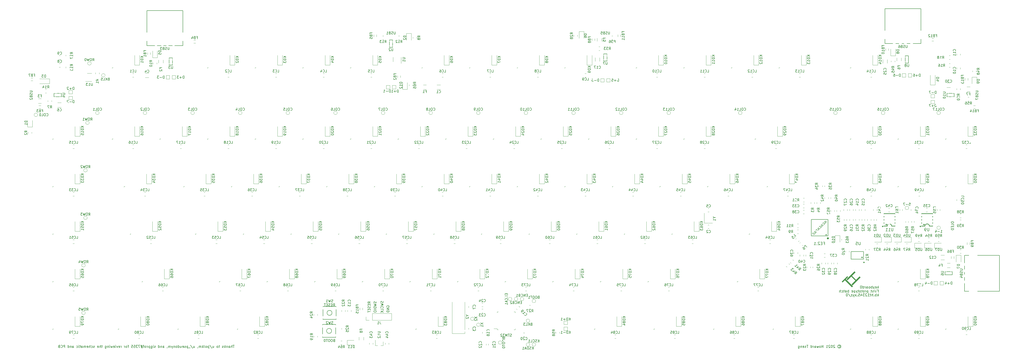
<source format=gbo>
%TF.GenerationSoftware,KiCad,Pcbnew,(5.1.10)-1*%
%TF.CreationDate,2021-11-03T18:39:44-04:00*%
%TF.ProjectId,custom_keyboard (f103_ fe2.1),63757374-6f6d-45f6-9b65-79626f617264,rev?*%
%TF.SameCoordinates,Original*%
%TF.FileFunction,Legend,Bot*%
%TF.FilePolarity,Positive*%
%FSLAX46Y46*%
G04 Gerber Fmt 4.6, Leading zero omitted, Abs format (unit mm)*
G04 Created by KiCad (PCBNEW (5.1.10)-1) date 2021-11-03 18:39:44*
%MOMM*%
%LPD*%
G01*
G04 APERTURE LIST*
%ADD10C,0.150000*%
%ADD11C,0.175000*%
%ADD12C,0.120000*%
%ADD13C,0.100000*%
%ADD14C,0.400000*%
%ADD15C,0.254000*%
%ADD16C,0.200000*%
%ADD17C,0.300000*%
%ADD18C,0.152000*%
%ADD19R,1.800000X0.900000*%
%ADD20R,2.550000X2.500000*%
%ADD21C,3.000000*%
%ADD22C,1.750000*%
%ADD23C,4.000000*%
%ADD24C,3.048000*%
%ADD25C,3.987800*%
%ADD26O,0.270000X1.500000*%
%ADD27O,1.500000X0.270000*%
%ADD28R,0.650000X1.060000*%
%ADD29R,1.800000X1.100000*%
%ADD30R,1.000000X1.000000*%
%ADD31C,1.000000*%
%ADD32O,1.700000X1.700000*%
%ADD33R,1.700000X1.700000*%
%ADD34R,2.000000X4.500000*%
%ADD35R,1.200000X0.900000*%
%ADD36O,0.588000X2.045000*%
%ADD37R,0.700000X1.000000*%
%ADD38R,0.700000X0.600000*%
%ADD39R,1.000000X0.700000*%
%ADD40R,0.600000X0.700000*%
%ADD41R,0.800000X0.900000*%
%ADD42R,1.060000X0.650000*%
%ADD43O,1.950000X0.568000*%
%ADD44R,1.450000X0.600000*%
%ADD45R,1.450000X0.300000*%
%ADD46C,0.650000*%
%ADD47O,2.100000X1.000000*%
%ADD48O,1.600000X1.000000*%
%ADD49C,3.500000*%
%ADD50O,1.500000X2.000000*%
%ADD51R,1.200000X1.400000*%
%ADD52R,0.600000X1.450000*%
%ADD53R,0.300000X1.450000*%
%ADD54O,1.000000X2.100000*%
%ADD55O,1.000000X1.600000*%
%ADD56O,2.000000X1.500000*%
%ADD57R,0.900000X1.200000*%
%ADD58R,2.000000X2.000000*%
%ADD59C,2.000000*%
%ADD60R,3.200000X2.000000*%
%ADD61C,6.400000*%
%ADD62C,0.800000*%
G04 APERTURE END LIST*
D10*
X199464633Y-280898371D02*
X199321776Y-280945990D01*
X199274157Y-280993609D01*
X199226538Y-281088847D01*
X199226538Y-281231704D01*
X199274157Y-281326942D01*
X199321776Y-281374561D01*
X199417014Y-281422180D01*
X199797966Y-281422180D01*
X199797966Y-280422180D01*
X199464633Y-280422180D01*
X199369395Y-280469800D01*
X199321776Y-280517419D01*
X199274157Y-280612657D01*
X199274157Y-280707895D01*
X199321776Y-280803133D01*
X199369395Y-280850752D01*
X199464633Y-280898371D01*
X199797966Y-280898371D01*
X198607490Y-280422180D02*
X198417014Y-280422180D01*
X198321776Y-280469800D01*
X198226538Y-280565038D01*
X198178919Y-280755514D01*
X198178919Y-281088847D01*
X198226538Y-281279323D01*
X198321776Y-281374561D01*
X198417014Y-281422180D01*
X198607490Y-281422180D01*
X198702728Y-281374561D01*
X198797966Y-281279323D01*
X198845585Y-281088847D01*
X198845585Y-280755514D01*
X198797966Y-280565038D01*
X198702728Y-280469800D01*
X198607490Y-280422180D01*
X197559871Y-280422180D02*
X197369395Y-280422180D01*
X197274157Y-280469800D01*
X197178919Y-280565038D01*
X197131300Y-280755514D01*
X197131300Y-281088847D01*
X197178919Y-281279323D01*
X197274157Y-281374561D01*
X197369395Y-281422180D01*
X197559871Y-281422180D01*
X197655109Y-281374561D01*
X197750347Y-281279323D01*
X197797966Y-281088847D01*
X197797966Y-280755514D01*
X197750347Y-280565038D01*
X197655109Y-280469800D01*
X197559871Y-280422180D01*
X196845585Y-280422180D02*
X196274157Y-280422180D01*
X196559871Y-281422180D02*
X196559871Y-280422180D01*
X195750347Y-280422180D02*
X195655109Y-280422180D01*
X195559871Y-280469800D01*
X195512252Y-280517419D01*
X195464633Y-280612657D01*
X195417014Y-280803133D01*
X195417014Y-281041228D01*
X195464633Y-281231704D01*
X195512252Y-281326942D01*
X195559871Y-281374561D01*
X195655109Y-281422180D01*
X195750347Y-281422180D01*
X195845585Y-281374561D01*
X195893204Y-281326942D01*
X195940823Y-281231704D01*
X195988442Y-281041228D01*
X195988442Y-280803133D01*
X195940823Y-280612657D01*
X195893204Y-280517419D01*
X195845585Y-280469800D01*
X195750347Y-280422180D01*
X199083680Y-267135580D02*
X199417014Y-266659390D01*
X199655109Y-267135580D02*
X199655109Y-266135580D01*
X199274157Y-266135580D01*
X199178919Y-266183200D01*
X199131300Y-266230819D01*
X199083680Y-266326057D01*
X199083680Y-266468914D01*
X199131300Y-266564152D01*
X199178919Y-266611771D01*
X199274157Y-266659390D01*
X199655109Y-266659390D01*
X198655109Y-266611771D02*
X198321776Y-266611771D01*
X198178919Y-267135580D02*
X198655109Y-267135580D01*
X198655109Y-266135580D01*
X198178919Y-266135580D01*
X197797966Y-267087961D02*
X197655109Y-267135580D01*
X197417014Y-267135580D01*
X197321776Y-267087961D01*
X197274157Y-267040342D01*
X197226538Y-266945104D01*
X197226538Y-266849866D01*
X197274157Y-266754628D01*
X197321776Y-266707009D01*
X197417014Y-266659390D01*
X197607490Y-266611771D01*
X197702728Y-266564152D01*
X197750347Y-266516533D01*
X197797966Y-266421295D01*
X197797966Y-266326057D01*
X197750347Y-266230819D01*
X197702728Y-266183200D01*
X197607490Y-266135580D01*
X197369395Y-266135580D01*
X197226538Y-266183200D01*
X196797966Y-266611771D02*
X196464633Y-266611771D01*
X196321776Y-267135580D02*
X196797966Y-267135580D01*
X196797966Y-266135580D01*
X196321776Y-266135580D01*
X196036061Y-266135580D02*
X195464633Y-266135580D01*
X195750347Y-267135580D02*
X195750347Y-266135580D01*
X159563328Y-282803280D02*
X158991899Y-282803280D01*
X159277614Y-283803280D02*
X159277614Y-282803280D01*
X158658566Y-283803280D02*
X158658566Y-282803280D01*
X158229995Y-283803280D02*
X158229995Y-283279471D01*
X158277614Y-283184233D01*
X158372852Y-283136614D01*
X158515709Y-283136614D01*
X158610947Y-283184233D01*
X158658566Y-283231852D01*
X157325233Y-283803280D02*
X157325233Y-283279471D01*
X157372852Y-283184233D01*
X157468090Y-283136614D01*
X157658566Y-283136614D01*
X157753804Y-283184233D01*
X157325233Y-283755661D02*
X157420471Y-283803280D01*
X157658566Y-283803280D01*
X157753804Y-283755661D01*
X157801423Y-283660423D01*
X157801423Y-283565185D01*
X157753804Y-283469947D01*
X157658566Y-283422328D01*
X157420471Y-283422328D01*
X157325233Y-283374709D01*
X156849042Y-283136614D02*
X156849042Y-283803280D01*
X156849042Y-283231852D02*
X156801423Y-283184233D01*
X156706185Y-283136614D01*
X156563328Y-283136614D01*
X156468090Y-283184233D01*
X156420471Y-283279471D01*
X156420471Y-283803280D01*
X155944280Y-283803280D02*
X155944280Y-282803280D01*
X155849042Y-283422328D02*
X155563328Y-283803280D01*
X155563328Y-283136614D02*
X155944280Y-283517566D01*
X155182376Y-283755661D02*
X155087138Y-283803280D01*
X154896661Y-283803280D01*
X154801423Y-283755661D01*
X154753804Y-283660423D01*
X154753804Y-283612804D01*
X154801423Y-283517566D01*
X154896661Y-283469947D01*
X155039519Y-283469947D01*
X155134757Y-283422328D01*
X155182376Y-283327090D01*
X155182376Y-283279471D01*
X155134757Y-283184233D01*
X155039519Y-283136614D01*
X154896661Y-283136614D01*
X154801423Y-283184233D01*
X153706185Y-283136614D02*
X153325233Y-283136614D01*
X153563328Y-282803280D02*
X153563328Y-283660423D01*
X153515709Y-283755661D01*
X153420471Y-283803280D01*
X153325233Y-283803280D01*
X152849042Y-283803280D02*
X152944280Y-283755661D01*
X152991899Y-283708042D01*
X153039519Y-283612804D01*
X153039519Y-283327090D01*
X152991899Y-283231852D01*
X152944280Y-283184233D01*
X152849042Y-283136614D01*
X152706185Y-283136614D01*
X152610947Y-283184233D01*
X152563328Y-283231852D01*
X152515709Y-283327090D01*
X152515709Y-283612804D01*
X152563328Y-283708042D01*
X152610947Y-283755661D01*
X152706185Y-283803280D01*
X152849042Y-283803280D01*
X150896661Y-283136614D02*
X150896661Y-283803280D01*
X151325233Y-283136614D02*
X151325233Y-283660423D01*
X151277614Y-283755661D01*
X151182376Y-283803280D01*
X151039519Y-283803280D01*
X150944280Y-283755661D01*
X150896661Y-283708042D01*
X149706185Y-282755661D02*
X150563328Y-284041376D01*
X149372852Y-283136614D02*
X149372852Y-284136614D01*
X149372852Y-283184233D02*
X149277614Y-283136614D01*
X149087138Y-283136614D01*
X148991899Y-283184233D01*
X148944280Y-283231852D01*
X148896661Y-283327090D01*
X148896661Y-283612804D01*
X148944280Y-283708042D01*
X148991899Y-283755661D01*
X149087138Y-283803280D01*
X149277614Y-283803280D01*
X149372852Y-283755661D01*
X148325233Y-283803280D02*
X148420471Y-283755661D01*
X148468090Y-283708042D01*
X148515709Y-283612804D01*
X148515709Y-283327090D01*
X148468090Y-283231852D01*
X148420471Y-283184233D01*
X148325233Y-283136614D01*
X148182376Y-283136614D01*
X148087138Y-283184233D01*
X148039519Y-283231852D01*
X147991899Y-283327090D01*
X147991899Y-283612804D01*
X148039519Y-283708042D01*
X148087138Y-283755661D01*
X148182376Y-283803280D01*
X148325233Y-283803280D01*
X147420471Y-283803280D02*
X147515709Y-283755661D01*
X147563328Y-283660423D01*
X147563328Y-282803280D01*
X147039519Y-283803280D02*
X147039519Y-282803280D01*
X146944280Y-283422328D02*
X146658566Y-283803280D01*
X146658566Y-283136614D02*
X147039519Y-283517566D01*
X146229995Y-283803280D02*
X146229995Y-283136614D01*
X146229995Y-283231852D02*
X146182376Y-283184233D01*
X146087138Y-283136614D01*
X145944280Y-283136614D01*
X145849042Y-283184233D01*
X145801423Y-283279471D01*
X145801423Y-283803280D01*
X145801423Y-283279471D02*
X145753804Y-283184233D01*
X145658566Y-283136614D01*
X145515709Y-283136614D01*
X145420471Y-283184233D01*
X145372852Y-283279471D01*
X145372852Y-283803280D01*
X144849042Y-283755661D02*
X144849042Y-283803280D01*
X144896661Y-283898519D01*
X144944280Y-283946138D01*
X143229995Y-283136614D02*
X143229995Y-283803280D01*
X143658566Y-283136614D02*
X143658566Y-283660423D01*
X143610947Y-283755661D01*
X143515709Y-283803280D01*
X143372852Y-283803280D01*
X143277614Y-283755661D01*
X143229995Y-283708042D01*
X142039519Y-282755661D02*
X142896661Y-284041376D01*
X141944280Y-283898519D02*
X141182376Y-283898519D01*
X140944280Y-283136614D02*
X140944280Y-284136614D01*
X140944280Y-283184233D02*
X140849042Y-283136614D01*
X140658566Y-283136614D01*
X140563328Y-283184233D01*
X140515709Y-283231852D01*
X140468090Y-283327090D01*
X140468090Y-283612804D01*
X140515709Y-283708042D01*
X140563328Y-283755661D01*
X140658566Y-283803280D01*
X140849042Y-283803280D01*
X140944280Y-283755661D01*
X140087138Y-283755661D02*
X139991899Y-283803280D01*
X139801423Y-283803280D01*
X139706185Y-283755661D01*
X139658566Y-283660423D01*
X139658566Y-283612804D01*
X139706185Y-283517566D01*
X139801423Y-283469947D01*
X139944280Y-283469947D01*
X140039519Y-283422328D01*
X140087138Y-283327090D01*
X140087138Y-283279471D01*
X140039519Y-283184233D01*
X139944280Y-283136614D01*
X139801423Y-283136614D01*
X139706185Y-283184233D01*
X138849042Y-283755661D02*
X138944280Y-283803280D01*
X139134757Y-283803280D01*
X139229995Y-283755661D01*
X139277614Y-283660423D01*
X139277614Y-283279471D01*
X139229995Y-283184233D01*
X139134757Y-283136614D01*
X138944280Y-283136614D01*
X138849042Y-283184233D01*
X138801423Y-283279471D01*
X138801423Y-283374709D01*
X139277614Y-283469947D01*
X137944280Y-283136614D02*
X137944280Y-283803280D01*
X138372852Y-283136614D02*
X138372852Y-283660423D01*
X138325233Y-283755661D01*
X138229995Y-283803280D01*
X138087138Y-283803280D01*
X137991899Y-283755661D01*
X137944280Y-283708042D01*
X137039519Y-283803280D02*
X137039519Y-282803280D01*
X137039519Y-283755661D02*
X137134757Y-283803280D01*
X137325233Y-283803280D01*
X137420471Y-283755661D01*
X137468090Y-283708042D01*
X137515709Y-283612804D01*
X137515709Y-283327090D01*
X137468090Y-283231852D01*
X137420471Y-283184233D01*
X137325233Y-283136614D01*
X137134757Y-283136614D01*
X137039519Y-283184233D01*
X136420471Y-283803280D02*
X136515709Y-283755661D01*
X136563328Y-283708042D01*
X136610947Y-283612804D01*
X136610947Y-283327090D01*
X136563328Y-283231852D01*
X136515709Y-283184233D01*
X136420471Y-283136614D01*
X136277614Y-283136614D01*
X136182376Y-283184233D01*
X136134757Y-283231852D01*
X136087138Y-283327090D01*
X136087138Y-283612804D01*
X136134757Y-283708042D01*
X136182376Y-283755661D01*
X136277614Y-283803280D01*
X136420471Y-283803280D01*
X135658566Y-283136614D02*
X135658566Y-283803280D01*
X135658566Y-283231852D02*
X135610947Y-283184233D01*
X135515709Y-283136614D01*
X135372852Y-283136614D01*
X135277614Y-283184233D01*
X135229995Y-283279471D01*
X135229995Y-283803280D01*
X134849042Y-283136614D02*
X134610947Y-283803280D01*
X134372852Y-283136614D02*
X134610947Y-283803280D01*
X134706185Y-284041376D01*
X134753804Y-284088995D01*
X134849042Y-284136614D01*
X133991899Y-283803280D02*
X133991899Y-283136614D01*
X133991899Y-283231852D02*
X133944280Y-283184233D01*
X133849042Y-283136614D01*
X133706185Y-283136614D01*
X133610947Y-283184233D01*
X133563328Y-283279471D01*
X133563328Y-283803280D01*
X133563328Y-283279471D02*
X133515709Y-283184233D01*
X133420471Y-283136614D01*
X133277614Y-283136614D01*
X133182376Y-283184233D01*
X133134757Y-283279471D01*
X133134757Y-283803280D01*
X132610947Y-283755661D02*
X132610947Y-283803280D01*
X132658566Y-283898519D01*
X132706185Y-283946138D01*
X130991899Y-283803280D02*
X130991899Y-283279471D01*
X131039519Y-283184233D01*
X131134757Y-283136614D01*
X131325233Y-283136614D01*
X131420471Y-283184233D01*
X130991899Y-283755661D02*
X131087138Y-283803280D01*
X131325233Y-283803280D01*
X131420471Y-283755661D01*
X131468090Y-283660423D01*
X131468090Y-283565185D01*
X131420471Y-283469947D01*
X131325233Y-283422328D01*
X131087138Y-283422328D01*
X130991899Y-283374709D01*
X130515709Y-283136614D02*
X130515709Y-283803280D01*
X130515709Y-283231852D02*
X130468090Y-283184233D01*
X130372852Y-283136614D01*
X130229995Y-283136614D01*
X130134757Y-283184233D01*
X130087138Y-283279471D01*
X130087138Y-283803280D01*
X129182376Y-283803280D02*
X129182376Y-282803280D01*
X129182376Y-283755661D02*
X129277614Y-283803280D01*
X129468090Y-283803280D01*
X129563328Y-283755661D01*
X129610947Y-283708042D01*
X129658566Y-283612804D01*
X129658566Y-283327090D01*
X129610947Y-283231852D01*
X129563328Y-283184233D01*
X129468090Y-283136614D01*
X129277614Y-283136614D01*
X129182376Y-283184233D01*
X127991899Y-283755661D02*
X127896661Y-283803280D01*
X127706185Y-283803280D01*
X127610947Y-283755661D01*
X127563328Y-283660423D01*
X127563328Y-283612804D01*
X127610947Y-283517566D01*
X127706185Y-283469947D01*
X127849042Y-283469947D01*
X127944280Y-283422328D01*
X127991899Y-283327090D01*
X127991899Y-283279471D01*
X127944280Y-283184233D01*
X127849042Y-283136614D01*
X127706185Y-283136614D01*
X127610947Y-283184233D01*
X127134757Y-283803280D02*
X127134757Y-283136614D01*
X127134757Y-282803280D02*
X127182376Y-282850900D01*
X127134757Y-282898519D01*
X127087138Y-282850900D01*
X127134757Y-282803280D01*
X127134757Y-282898519D01*
X126229995Y-283136614D02*
X126229995Y-283946138D01*
X126277614Y-284041376D01*
X126325233Y-284088995D01*
X126420471Y-284136614D01*
X126563328Y-284136614D01*
X126658566Y-284088995D01*
X126229995Y-283755661D02*
X126325233Y-283803280D01*
X126515709Y-283803280D01*
X126610947Y-283755661D01*
X126658566Y-283708042D01*
X126706185Y-283612804D01*
X126706185Y-283327090D01*
X126658566Y-283231852D01*
X126610947Y-283184233D01*
X126515709Y-283136614D01*
X126325233Y-283136614D01*
X126229995Y-283184233D01*
X125753804Y-283136614D02*
X125753804Y-284136614D01*
X125753804Y-283184233D02*
X125658566Y-283136614D01*
X125468090Y-283136614D01*
X125372852Y-283184233D01*
X125325233Y-283231852D01*
X125277614Y-283327090D01*
X125277614Y-283612804D01*
X125325233Y-283708042D01*
X125372852Y-283755661D01*
X125468090Y-283803280D01*
X125658566Y-283803280D01*
X125753804Y-283755661D01*
X124849042Y-283803280D02*
X124849042Y-283136614D01*
X124849042Y-283327090D02*
X124801423Y-283231852D01*
X124753804Y-283184233D01*
X124658566Y-283136614D01*
X124563328Y-283136614D01*
X124087138Y-283803280D02*
X124182376Y-283755661D01*
X124229995Y-283708042D01*
X124277614Y-283612804D01*
X124277614Y-283327090D01*
X124229995Y-283231852D01*
X124182376Y-283184233D01*
X124087138Y-283136614D01*
X123944280Y-283136614D01*
X123849042Y-283184233D01*
X123801423Y-283231852D01*
X123753804Y-283327090D01*
X123753804Y-283612804D01*
X123801423Y-283708042D01*
X123849042Y-283755661D01*
X123944280Y-283803280D01*
X124087138Y-283803280D01*
X123468090Y-283136614D02*
X123087138Y-283136614D01*
X123325233Y-283803280D02*
X123325233Y-282946138D01*
X123277614Y-282850900D01*
X123182376Y-282803280D01*
X123087138Y-282803280D01*
X122801423Y-283136614D02*
X122087138Y-283136614D01*
X122515709Y-282708042D02*
X122801423Y-283993757D01*
X122182376Y-283565185D02*
X122896661Y-283565185D01*
X122468090Y-283993757D02*
X122182376Y-282708042D01*
X121849042Y-282803280D02*
X121182376Y-282803280D01*
X121610947Y-283803280D01*
X120896661Y-282803280D02*
X120277614Y-282803280D01*
X120610947Y-283184233D01*
X120468090Y-283184233D01*
X120372852Y-283231852D01*
X120325233Y-283279471D01*
X120277614Y-283374709D01*
X120277614Y-283612804D01*
X120325233Y-283708042D01*
X120372852Y-283755661D01*
X120468090Y-283803280D01*
X120753804Y-283803280D01*
X120849042Y-283755661D01*
X120896661Y-283708042D01*
X119372852Y-282803280D02*
X119849042Y-282803280D01*
X119896661Y-283279471D01*
X119849042Y-283231852D01*
X119753804Y-283184233D01*
X119515709Y-283184233D01*
X119420471Y-283231852D01*
X119372852Y-283279471D01*
X119325233Y-283374709D01*
X119325233Y-283612804D01*
X119372852Y-283708042D01*
X119420471Y-283755661D01*
X119515709Y-283803280D01*
X119753804Y-283803280D01*
X119849042Y-283755661D01*
X119896661Y-283708042D01*
X118420471Y-282803280D02*
X118896661Y-282803280D01*
X118944280Y-283279471D01*
X118896661Y-283231852D01*
X118801423Y-283184233D01*
X118563328Y-283184233D01*
X118468090Y-283231852D01*
X118420471Y-283279471D01*
X118372852Y-283374709D01*
X118372852Y-283612804D01*
X118420471Y-283708042D01*
X118468090Y-283755661D01*
X118563328Y-283803280D01*
X118801423Y-283803280D01*
X118896661Y-283755661D01*
X118944280Y-283708042D01*
X117325233Y-283136614D02*
X116944280Y-283136614D01*
X117182376Y-283803280D02*
X117182376Y-282946138D01*
X117134757Y-282850900D01*
X117039519Y-282803280D01*
X116944280Y-282803280D01*
X116468090Y-283803280D02*
X116563328Y-283755661D01*
X116610947Y-283708042D01*
X116658566Y-283612804D01*
X116658566Y-283327090D01*
X116610947Y-283231852D01*
X116563328Y-283184233D01*
X116468090Y-283136614D01*
X116325233Y-283136614D01*
X116229995Y-283184233D01*
X116182376Y-283231852D01*
X116134757Y-283327090D01*
X116134757Y-283612804D01*
X116182376Y-283708042D01*
X116229995Y-283755661D01*
X116325233Y-283803280D01*
X116468090Y-283803280D01*
X115706185Y-283803280D02*
X115706185Y-283136614D01*
X115706185Y-283327090D02*
X115658566Y-283231852D01*
X115610947Y-283184233D01*
X115515709Y-283136614D01*
X115420471Y-283136614D01*
X114325233Y-283803280D02*
X114325233Y-283136614D01*
X114325233Y-283327090D02*
X114277614Y-283231852D01*
X114229995Y-283184233D01*
X114134757Y-283136614D01*
X114039519Y-283136614D01*
X113325233Y-283755661D02*
X113420471Y-283803280D01*
X113610947Y-283803280D01*
X113706185Y-283755661D01*
X113753804Y-283660423D01*
X113753804Y-283279471D01*
X113706185Y-283184233D01*
X113610947Y-283136614D01*
X113420471Y-283136614D01*
X113325233Y-283184233D01*
X113277614Y-283279471D01*
X113277614Y-283374709D01*
X113753804Y-283469947D01*
X112944280Y-283136614D02*
X112706185Y-283803280D01*
X112468090Y-283136614D01*
X112087138Y-283803280D02*
X112087138Y-283136614D01*
X112087138Y-282803280D02*
X112134757Y-282850900D01*
X112087138Y-282898519D01*
X112039519Y-282850900D01*
X112087138Y-282803280D01*
X112087138Y-282898519D01*
X111229995Y-283755661D02*
X111325233Y-283803280D01*
X111515709Y-283803280D01*
X111610947Y-283755661D01*
X111658566Y-283660423D01*
X111658566Y-283279471D01*
X111610947Y-283184233D01*
X111515709Y-283136614D01*
X111325233Y-283136614D01*
X111229995Y-283184233D01*
X111182376Y-283279471D01*
X111182376Y-283374709D01*
X111658566Y-283469947D01*
X110849042Y-283136614D02*
X110658566Y-283803280D01*
X110468090Y-283327090D01*
X110277614Y-283803280D01*
X110087138Y-283136614D01*
X109706185Y-283803280D02*
X109706185Y-283136614D01*
X109706185Y-282803280D02*
X109753804Y-282850900D01*
X109706185Y-282898519D01*
X109658566Y-282850900D01*
X109706185Y-282803280D01*
X109706185Y-282898519D01*
X109229995Y-283136614D02*
X109229995Y-283803280D01*
X109229995Y-283231852D02*
X109182376Y-283184233D01*
X109087138Y-283136614D01*
X108944280Y-283136614D01*
X108849042Y-283184233D01*
X108801423Y-283279471D01*
X108801423Y-283803280D01*
X107896661Y-283136614D02*
X107896661Y-283946138D01*
X107944280Y-284041376D01*
X107991899Y-284088995D01*
X108087138Y-284136614D01*
X108229995Y-284136614D01*
X108325233Y-284088995D01*
X107896661Y-283755661D02*
X107991899Y-283803280D01*
X108182376Y-283803280D01*
X108277614Y-283755661D01*
X108325233Y-283708042D01*
X108372852Y-283612804D01*
X108372852Y-283327090D01*
X108325233Y-283231852D01*
X108277614Y-283184233D01*
X108182376Y-283136614D01*
X107991899Y-283136614D01*
X107896661Y-283184233D01*
X106801423Y-283136614D02*
X106420471Y-283136614D01*
X106658566Y-282803280D02*
X106658566Y-283660423D01*
X106610947Y-283755661D01*
X106515709Y-283803280D01*
X106420471Y-283803280D01*
X106087138Y-283803280D02*
X106087138Y-282803280D01*
X105658566Y-283803280D02*
X105658566Y-283279471D01*
X105706185Y-283184233D01*
X105801423Y-283136614D01*
X105944280Y-283136614D01*
X106039519Y-283184233D01*
X106087138Y-283231852D01*
X104801423Y-283755661D02*
X104896661Y-283803280D01*
X105087138Y-283803280D01*
X105182376Y-283755661D01*
X105229995Y-283660423D01*
X105229995Y-283279471D01*
X105182376Y-283184233D01*
X105087138Y-283136614D01*
X104896661Y-283136614D01*
X104801423Y-283184233D01*
X104753804Y-283279471D01*
X104753804Y-283374709D01*
X105229995Y-283469947D01*
X103610947Y-283755661D02*
X103515709Y-283803280D01*
X103325233Y-283803280D01*
X103229995Y-283755661D01*
X103182376Y-283660423D01*
X103182376Y-283612804D01*
X103229995Y-283517566D01*
X103325233Y-283469947D01*
X103468090Y-283469947D01*
X103563328Y-283422328D01*
X103610947Y-283327090D01*
X103610947Y-283279471D01*
X103563328Y-283184233D01*
X103468090Y-283136614D01*
X103325233Y-283136614D01*
X103229995Y-283184233D01*
X102325233Y-283755661D02*
X102420471Y-283803280D01*
X102610947Y-283803280D01*
X102706185Y-283755661D01*
X102753804Y-283708042D01*
X102801423Y-283612804D01*
X102801423Y-283327090D01*
X102753804Y-283231852D01*
X102706185Y-283184233D01*
X102610947Y-283136614D01*
X102420471Y-283136614D01*
X102325233Y-283184233D01*
X101896661Y-283803280D02*
X101896661Y-282803280D01*
X101468090Y-283803280D02*
X101468090Y-283279471D01*
X101515709Y-283184233D01*
X101610947Y-283136614D01*
X101753804Y-283136614D01*
X101849042Y-283184233D01*
X101896661Y-283231852D01*
X100610947Y-283755661D02*
X100706185Y-283803280D01*
X100896661Y-283803280D01*
X100991899Y-283755661D01*
X101039519Y-283660423D01*
X101039519Y-283279471D01*
X100991899Y-283184233D01*
X100896661Y-283136614D01*
X100706185Y-283136614D01*
X100610947Y-283184233D01*
X100563328Y-283279471D01*
X100563328Y-283374709D01*
X101039519Y-283469947D01*
X100134757Y-283803280D02*
X100134757Y-283136614D01*
X100134757Y-283231852D02*
X100087138Y-283184233D01*
X99991899Y-283136614D01*
X99849042Y-283136614D01*
X99753804Y-283184233D01*
X99706185Y-283279471D01*
X99706185Y-283803280D01*
X99706185Y-283279471D02*
X99658566Y-283184233D01*
X99563328Y-283136614D01*
X99420471Y-283136614D01*
X99325233Y-283184233D01*
X99277614Y-283279471D01*
X99277614Y-283803280D01*
X98372852Y-283803280D02*
X98372852Y-283279471D01*
X98420471Y-283184233D01*
X98515709Y-283136614D01*
X98706185Y-283136614D01*
X98801423Y-283184233D01*
X98372852Y-283755661D02*
X98468090Y-283803280D01*
X98706185Y-283803280D01*
X98801423Y-283755661D01*
X98849042Y-283660423D01*
X98849042Y-283565185D01*
X98801423Y-283469947D01*
X98706185Y-283422328D01*
X98468090Y-283422328D01*
X98372852Y-283374709D01*
X98039519Y-283136614D02*
X97658566Y-283136614D01*
X97896661Y-282803280D02*
X97896661Y-283660423D01*
X97849042Y-283755661D01*
X97753804Y-283803280D01*
X97658566Y-283803280D01*
X97325233Y-283803280D02*
X97325233Y-283136614D01*
X97325233Y-282803280D02*
X97372852Y-282850900D01*
X97325233Y-282898519D01*
X97277614Y-282850900D01*
X97325233Y-282803280D01*
X97325233Y-282898519D01*
X96420471Y-283755661D02*
X96515709Y-283803280D01*
X96706185Y-283803280D01*
X96801423Y-283755661D01*
X96849042Y-283708042D01*
X96896661Y-283612804D01*
X96896661Y-283327090D01*
X96849042Y-283231852D01*
X96801423Y-283184233D01*
X96706185Y-283136614D01*
X96515709Y-283136614D01*
X96420471Y-283184233D01*
X94801423Y-283803280D02*
X94801423Y-283279471D01*
X94849042Y-283184233D01*
X94944280Y-283136614D01*
X95134757Y-283136614D01*
X95229995Y-283184233D01*
X94801423Y-283755661D02*
X94896661Y-283803280D01*
X95134757Y-283803280D01*
X95229995Y-283755661D01*
X95277614Y-283660423D01*
X95277614Y-283565185D01*
X95229995Y-283469947D01*
X95134757Y-283422328D01*
X94896661Y-283422328D01*
X94801423Y-283374709D01*
X94325233Y-283136614D02*
X94325233Y-283803280D01*
X94325233Y-283231852D02*
X94277614Y-283184233D01*
X94182376Y-283136614D01*
X94039519Y-283136614D01*
X93944280Y-283184233D01*
X93896661Y-283279471D01*
X93896661Y-283803280D01*
X92991899Y-283803280D02*
X92991899Y-282803280D01*
X92991899Y-283755661D02*
X93087138Y-283803280D01*
X93277614Y-283803280D01*
X93372852Y-283755661D01*
X93420471Y-283708042D01*
X93468090Y-283612804D01*
X93468090Y-283327090D01*
X93420471Y-283231852D01*
X93372852Y-283184233D01*
X93277614Y-283136614D01*
X93087138Y-283136614D01*
X92991899Y-283184233D01*
X91753804Y-283803280D02*
X91753804Y-282803280D01*
X91372852Y-282803280D01*
X91277614Y-282850900D01*
X91229995Y-282898519D01*
X91182376Y-282993757D01*
X91182376Y-283136614D01*
X91229995Y-283231852D01*
X91277614Y-283279471D01*
X91372852Y-283327090D01*
X91753804Y-283327090D01*
X90182376Y-283708042D02*
X90229995Y-283755661D01*
X90372852Y-283803280D01*
X90468090Y-283803280D01*
X90610947Y-283755661D01*
X90706185Y-283660423D01*
X90753804Y-283565185D01*
X90801423Y-283374709D01*
X90801423Y-283231852D01*
X90753804Y-283041376D01*
X90706185Y-282946138D01*
X90610947Y-282850900D01*
X90468090Y-282803280D01*
X90372852Y-282803280D01*
X90229995Y-282850900D01*
X90182376Y-282898519D01*
X89420471Y-283279471D02*
X89277614Y-283327090D01*
X89229995Y-283374709D01*
X89182376Y-283469947D01*
X89182376Y-283612804D01*
X89229995Y-283708042D01*
X89277614Y-283755661D01*
X89372852Y-283803280D01*
X89753804Y-283803280D01*
X89753804Y-282803280D01*
X89420471Y-282803280D01*
X89325233Y-282850900D01*
X89277614Y-282898519D01*
X89229995Y-282993757D01*
X89229995Y-283088995D01*
X89277614Y-283184233D01*
X89325233Y-283231852D01*
X89420471Y-283279471D01*
X89753804Y-283279471D01*
X401365676Y-283041376D02*
X401460914Y-282993757D01*
X401651390Y-282993757D01*
X401746628Y-283041376D01*
X401841866Y-283136614D01*
X401889485Y-283231852D01*
X401889485Y-283422328D01*
X401841866Y-283517566D01*
X401746628Y-283612804D01*
X401651390Y-283660423D01*
X401460914Y-283660423D01*
X401365676Y-283612804D01*
X401556152Y-282660423D02*
X401794247Y-282708042D01*
X402032342Y-282850900D01*
X402175200Y-283088995D01*
X402222819Y-283327090D01*
X402175200Y-283565185D01*
X402032342Y-283803280D01*
X401794247Y-283946138D01*
X401556152Y-283993757D01*
X401318057Y-283946138D01*
X401079961Y-283803280D01*
X400937104Y-283565185D01*
X400889485Y-283327090D01*
X400937104Y-283088995D01*
X401079961Y-282850900D01*
X401318057Y-282708042D01*
X401556152Y-282660423D01*
X399746628Y-282898519D02*
X399699009Y-282850900D01*
X399603771Y-282803280D01*
X399365676Y-282803280D01*
X399270438Y-282850900D01*
X399222819Y-282898519D01*
X399175200Y-282993757D01*
X399175200Y-283088995D01*
X399222819Y-283231852D01*
X399794247Y-283803280D01*
X399175200Y-283803280D01*
X398556152Y-282803280D02*
X398460914Y-282803280D01*
X398365676Y-282850900D01*
X398318057Y-282898519D01*
X398270438Y-282993757D01*
X398222819Y-283184233D01*
X398222819Y-283422328D01*
X398270438Y-283612804D01*
X398318057Y-283708042D01*
X398365676Y-283755661D01*
X398460914Y-283803280D01*
X398556152Y-283803280D01*
X398651390Y-283755661D01*
X398699009Y-283708042D01*
X398746628Y-283612804D01*
X398794247Y-283422328D01*
X398794247Y-283184233D01*
X398746628Y-282993757D01*
X398699009Y-282898519D01*
X398651390Y-282850900D01*
X398556152Y-282803280D01*
X397841866Y-282898519D02*
X397794247Y-282850900D01*
X397699009Y-282803280D01*
X397460914Y-282803280D01*
X397365676Y-282850900D01*
X397318057Y-282898519D01*
X397270438Y-282993757D01*
X397270438Y-283088995D01*
X397318057Y-283231852D01*
X397889485Y-283803280D01*
X397270438Y-283803280D01*
X396318057Y-283803280D02*
X396889485Y-283803280D01*
X396603771Y-283803280D02*
X396603771Y-282803280D01*
X396699009Y-282946138D01*
X396794247Y-283041376D01*
X396889485Y-283088995D01*
X395127580Y-283803280D02*
X395127580Y-282803280D01*
X395127580Y-283279471D02*
X394556152Y-283279471D01*
X394556152Y-283803280D02*
X394556152Y-282803280D01*
X393937104Y-283803280D02*
X394032342Y-283755661D01*
X394079961Y-283708042D01*
X394127580Y-283612804D01*
X394127580Y-283327090D01*
X394079961Y-283231852D01*
X394032342Y-283184233D01*
X393937104Y-283136614D01*
X393794247Y-283136614D01*
X393699009Y-283184233D01*
X393651390Y-283231852D01*
X393603771Y-283327090D01*
X393603771Y-283612804D01*
X393651390Y-283708042D01*
X393699009Y-283755661D01*
X393794247Y-283803280D01*
X393937104Y-283803280D01*
X393270438Y-283136614D02*
X393079961Y-283803280D01*
X392889485Y-283327090D01*
X392699009Y-283803280D01*
X392508533Y-283136614D01*
X391699009Y-283803280D02*
X391699009Y-283279471D01*
X391746628Y-283184233D01*
X391841866Y-283136614D01*
X392032342Y-283136614D01*
X392127580Y-283184233D01*
X391699009Y-283755661D02*
X391794247Y-283803280D01*
X392032342Y-283803280D01*
X392127580Y-283755661D01*
X392175200Y-283660423D01*
X392175200Y-283565185D01*
X392127580Y-283469947D01*
X392032342Y-283422328D01*
X391794247Y-283422328D01*
X391699009Y-283374709D01*
X391222819Y-283803280D02*
X391222819Y-283136614D01*
X391222819Y-283327090D02*
X391175200Y-283231852D01*
X391127580Y-283184233D01*
X391032342Y-283136614D01*
X390937104Y-283136614D01*
X390175200Y-283803280D02*
X390175200Y-282803280D01*
X390175200Y-283755661D02*
X390270438Y-283803280D01*
X390460914Y-283803280D01*
X390556152Y-283755661D01*
X390603771Y-283708042D01*
X390651390Y-283612804D01*
X390651390Y-283327090D01*
X390603771Y-283231852D01*
X390556152Y-283184233D01*
X390460914Y-283136614D01*
X390270438Y-283136614D01*
X390175200Y-283184233D01*
X389079961Y-282803280D02*
X388508533Y-282803280D01*
X388794247Y-283803280D02*
X388794247Y-282803280D01*
X388222819Y-283755661D02*
X388127580Y-283803280D01*
X387937104Y-283803280D01*
X387841866Y-283755661D01*
X387794247Y-283660423D01*
X387794247Y-283612804D01*
X387841866Y-283517566D01*
X387937104Y-283469947D01*
X388079961Y-283469947D01*
X388175200Y-283422328D01*
X388222819Y-283327090D01*
X388222819Y-283279471D01*
X388175200Y-283184233D01*
X388079961Y-283136614D01*
X387937104Y-283136614D01*
X387841866Y-283184233D01*
X386984723Y-283755661D02*
X387079961Y-283803280D01*
X387270438Y-283803280D01*
X387365676Y-283755661D01*
X387413295Y-283660423D01*
X387413295Y-283279471D01*
X387365676Y-283184233D01*
X387270438Y-283136614D01*
X387079961Y-283136614D01*
X386984723Y-283184233D01*
X386937104Y-283279471D01*
X386937104Y-283374709D01*
X387413295Y-283469947D01*
X386508533Y-283136614D02*
X386508533Y-283803280D01*
X386508533Y-283231852D02*
X386460914Y-283184233D01*
X386365676Y-283136614D01*
X386222819Y-283136614D01*
X386127580Y-283184233D01*
X386079961Y-283279471D01*
X386079961Y-283803280D01*
X385175200Y-283136614D02*
X385175200Y-283946138D01*
X385222819Y-284041376D01*
X385270438Y-284088995D01*
X385365676Y-284136614D01*
X385508533Y-284136614D01*
X385603771Y-284088995D01*
X385175200Y-283755661D02*
X385270438Y-283803280D01*
X385460914Y-283803280D01*
X385556152Y-283755661D01*
X385603771Y-283708042D01*
X385651390Y-283612804D01*
X385651390Y-283327090D01*
X385603771Y-283231852D01*
X385556152Y-283184233D01*
X385460914Y-283136614D01*
X385270438Y-283136614D01*
X385175200Y-283184233D01*
X417150604Y-263167080D02*
X417150604Y-262167080D01*
X417055366Y-262786128D02*
X416769652Y-263167080D01*
X416769652Y-262500414D02*
X417150604Y-262881366D01*
X416341080Y-263167080D02*
X416341080Y-262167080D01*
X416341080Y-262548033D02*
X416245842Y-262500414D01*
X416055366Y-262500414D01*
X415960128Y-262548033D01*
X415912509Y-262595652D01*
X415864890Y-262690890D01*
X415864890Y-262976604D01*
X415912509Y-263071842D01*
X415960128Y-263119461D01*
X416055366Y-263167080D01*
X416245842Y-263167080D01*
X416341080Y-263119461D01*
X415436319Y-263071842D02*
X415388700Y-263119461D01*
X415436319Y-263167080D01*
X415483938Y-263119461D01*
X415436319Y-263071842D01*
X415436319Y-263167080D01*
X414960128Y-263167080D02*
X414960128Y-262167080D01*
X414531557Y-263167080D02*
X414531557Y-262643271D01*
X414579176Y-262548033D01*
X414674414Y-262500414D01*
X414817271Y-262500414D01*
X414912509Y-262548033D01*
X414960128Y-262595652D01*
X414198223Y-262500414D02*
X413817271Y-262500414D01*
X414055366Y-262167080D02*
X414055366Y-263024223D01*
X414007747Y-263119461D01*
X413912509Y-263167080D01*
X413817271Y-263167080D01*
X412960128Y-263167080D02*
X413531557Y-263167080D01*
X413245842Y-263167080D02*
X413245842Y-262167080D01*
X413341080Y-262309938D01*
X413436319Y-262405176D01*
X413531557Y-262452795D01*
X412579176Y-262262319D02*
X412531557Y-262214700D01*
X412436319Y-262167080D01*
X412198223Y-262167080D01*
X412102985Y-262214700D01*
X412055366Y-262262319D01*
X412007747Y-262357557D01*
X412007747Y-262452795D01*
X412055366Y-262595652D01*
X412626795Y-263167080D01*
X412007747Y-263167080D01*
X411674414Y-262167080D02*
X411055366Y-262167080D01*
X411388700Y-262548033D01*
X411245842Y-262548033D01*
X411150604Y-262595652D01*
X411102985Y-262643271D01*
X411055366Y-262738509D01*
X411055366Y-262976604D01*
X411102985Y-263071842D01*
X411150604Y-263119461D01*
X411245842Y-263167080D01*
X411531557Y-263167080D01*
X411626795Y-263119461D01*
X411674414Y-263071842D01*
X410198223Y-262500414D02*
X410198223Y-263167080D01*
X410436319Y-262119461D02*
X410674414Y-262833747D01*
X410055366Y-262833747D01*
X409198223Y-262167080D02*
X409674414Y-262167080D01*
X409722033Y-262643271D01*
X409674414Y-262595652D01*
X409579176Y-262548033D01*
X409341080Y-262548033D01*
X409245842Y-262595652D01*
X409198223Y-262643271D01*
X409150604Y-262738509D01*
X409150604Y-262976604D01*
X409198223Y-263071842D01*
X409245842Y-263119461D01*
X409341080Y-263167080D01*
X409579176Y-263167080D01*
X409674414Y-263119461D01*
X409722033Y-263071842D01*
X408722033Y-263071842D02*
X408674414Y-263119461D01*
X408722033Y-263167080D01*
X408769652Y-263119461D01*
X408722033Y-263071842D01*
X408722033Y-263167080D01*
X408341080Y-263167080D02*
X407817271Y-262500414D01*
X408341080Y-262500414D02*
X407817271Y-263167080D01*
X407531557Y-262500414D02*
X407293461Y-263167080D01*
X407055366Y-262500414D02*
X407293461Y-263167080D01*
X407388700Y-263405176D01*
X407436319Y-263452795D01*
X407531557Y-263500414D01*
X406769652Y-262500414D02*
X406245842Y-262500414D01*
X406769652Y-263167080D01*
X406245842Y-263167080D01*
X405150604Y-262119461D02*
X406007747Y-263405176D01*
X404626795Y-262167080D02*
X404531557Y-262167080D01*
X404436319Y-262214700D01*
X404388700Y-262262319D01*
X404341080Y-262357557D01*
X404293461Y-262548033D01*
X404293461Y-262786128D01*
X404341080Y-262976604D01*
X404388700Y-263071842D01*
X404436319Y-263119461D01*
X404531557Y-263167080D01*
X404626795Y-263167080D01*
X404722033Y-263119461D01*
X404769652Y-263071842D01*
X404817271Y-262976604D01*
X404864890Y-262786128D01*
X404864890Y-262548033D01*
X404817271Y-262357557D01*
X404769652Y-262262319D01*
X404722033Y-262214700D01*
X404626795Y-262167080D01*
X416817271Y-261055871D02*
X417150604Y-261055871D01*
X417150604Y-261579680D02*
X417150604Y-260579680D01*
X416674414Y-260579680D01*
X416293461Y-261579680D02*
X416293461Y-260913014D01*
X416293461Y-260579680D02*
X416341080Y-260627300D01*
X416293461Y-260674919D01*
X416245842Y-260627300D01*
X416293461Y-260579680D01*
X416293461Y-260674919D01*
X415817271Y-261579680D02*
X415817271Y-260913014D01*
X415817271Y-261103490D02*
X415769652Y-261008252D01*
X415722033Y-260960633D01*
X415626795Y-260913014D01*
X415531557Y-260913014D01*
X415245842Y-261532061D02*
X415150604Y-261579680D01*
X414960128Y-261579680D01*
X414864890Y-261532061D01*
X414817271Y-261436823D01*
X414817271Y-261389204D01*
X414864890Y-261293966D01*
X414960128Y-261246347D01*
X415102985Y-261246347D01*
X415198223Y-261198728D01*
X415245842Y-261103490D01*
X415245842Y-261055871D01*
X415198223Y-260960633D01*
X415102985Y-260913014D01*
X414960128Y-260913014D01*
X414864890Y-260960633D01*
X414531557Y-260913014D02*
X414150604Y-260913014D01*
X414388700Y-260579680D02*
X414388700Y-261436823D01*
X414341080Y-261532061D01*
X414245842Y-261579680D01*
X414150604Y-261579680D01*
X413055366Y-260913014D02*
X413055366Y-261913014D01*
X413055366Y-260960633D02*
X412960128Y-260913014D01*
X412769652Y-260913014D01*
X412674414Y-260960633D01*
X412626795Y-261008252D01*
X412579176Y-261103490D01*
X412579176Y-261389204D01*
X412626795Y-261484442D01*
X412674414Y-261532061D01*
X412769652Y-261579680D01*
X412960128Y-261579680D01*
X413055366Y-261532061D01*
X412150604Y-261579680D02*
X412150604Y-260913014D01*
X412150604Y-261103490D02*
X412102985Y-261008252D01*
X412055366Y-260960633D01*
X411960128Y-260913014D01*
X411864890Y-260913014D01*
X411388700Y-261579680D02*
X411483938Y-261532061D01*
X411531557Y-261484442D01*
X411579176Y-261389204D01*
X411579176Y-261103490D01*
X411531557Y-261008252D01*
X411483938Y-260960633D01*
X411388700Y-260913014D01*
X411245842Y-260913014D01*
X411150604Y-260960633D01*
X411102985Y-261008252D01*
X411055366Y-261103490D01*
X411055366Y-261389204D01*
X411102985Y-261484442D01*
X411150604Y-261532061D01*
X411245842Y-261579680D01*
X411388700Y-261579680D01*
X410769652Y-260913014D02*
X410388700Y-260913014D01*
X410626795Y-260579680D02*
X410626795Y-261436823D01*
X410579176Y-261532061D01*
X410483938Y-261579680D01*
X410388700Y-261579680D01*
X409912509Y-261579680D02*
X410007747Y-261532061D01*
X410055366Y-261484442D01*
X410102985Y-261389204D01*
X410102985Y-261103490D01*
X410055366Y-261008252D01*
X410007747Y-260960633D01*
X409912509Y-260913014D01*
X409769652Y-260913014D01*
X409674414Y-260960633D01*
X409626795Y-261008252D01*
X409579176Y-261103490D01*
X409579176Y-261389204D01*
X409626795Y-261484442D01*
X409674414Y-261532061D01*
X409769652Y-261579680D01*
X409912509Y-261579680D01*
X409293461Y-260913014D02*
X408912509Y-260913014D01*
X409150604Y-260579680D02*
X409150604Y-261436823D01*
X409102985Y-261532061D01*
X409007747Y-261579680D01*
X408912509Y-261579680D01*
X408674414Y-260913014D02*
X408436319Y-261579680D01*
X408198223Y-260913014D02*
X408436319Y-261579680D01*
X408531557Y-261817776D01*
X408579176Y-261865395D01*
X408674414Y-261913014D01*
X407817271Y-260913014D02*
X407817271Y-261913014D01*
X407817271Y-260960633D02*
X407722033Y-260913014D01*
X407531557Y-260913014D01*
X407436319Y-260960633D01*
X407388700Y-261008252D01*
X407341080Y-261103490D01*
X407341080Y-261389204D01*
X407388700Y-261484442D01*
X407436319Y-261532061D01*
X407531557Y-261579680D01*
X407722033Y-261579680D01*
X407817271Y-261532061D01*
X406531557Y-261532061D02*
X406626795Y-261579680D01*
X406817271Y-261579680D01*
X406912509Y-261532061D01*
X406960128Y-261436823D01*
X406960128Y-261055871D01*
X406912509Y-260960633D01*
X406817271Y-260913014D01*
X406626795Y-260913014D01*
X406531557Y-260960633D01*
X406483938Y-261055871D01*
X406483938Y-261151109D01*
X406960128Y-261246347D01*
X405293461Y-261579680D02*
X405293461Y-260579680D01*
X405293461Y-260960633D02*
X405198223Y-260913014D01*
X405007747Y-260913014D01*
X404912509Y-260960633D01*
X404864890Y-261008252D01*
X404817271Y-261103490D01*
X404817271Y-261389204D01*
X404864890Y-261484442D01*
X404912509Y-261532061D01*
X405007747Y-261579680D01*
X405198223Y-261579680D01*
X405293461Y-261532061D01*
X403960128Y-261579680D02*
X403960128Y-261055871D01*
X404007747Y-260960633D01*
X404102985Y-260913014D01*
X404293461Y-260913014D01*
X404388700Y-260960633D01*
X403960128Y-261532061D02*
X404055366Y-261579680D01*
X404293461Y-261579680D01*
X404388700Y-261532061D01*
X404436319Y-261436823D01*
X404436319Y-261341585D01*
X404388700Y-261246347D01*
X404293461Y-261198728D01*
X404055366Y-261198728D01*
X403960128Y-261151109D01*
X403626795Y-260913014D02*
X403245842Y-260913014D01*
X403483938Y-260579680D02*
X403483938Y-261436823D01*
X403436319Y-261532061D01*
X403341080Y-261579680D01*
X403245842Y-261579680D01*
X402483938Y-261532061D02*
X402579176Y-261579680D01*
X402769652Y-261579680D01*
X402864890Y-261532061D01*
X402912509Y-261484442D01*
X402960128Y-261389204D01*
X402960128Y-261103490D01*
X402912509Y-261008252D01*
X402864890Y-260960633D01*
X402769652Y-260913014D01*
X402579176Y-260913014D01*
X402483938Y-260960633D01*
X402055366Y-261579680D02*
X402055366Y-260579680D01*
X401626795Y-261579680D02*
X401626795Y-261055871D01*
X401674414Y-260960633D01*
X401769652Y-260913014D01*
X401912509Y-260913014D01*
X402007747Y-260960633D01*
X402055366Y-261008252D01*
X417150604Y-259992280D02*
X417150604Y-258992280D01*
X417055366Y-259611328D02*
X416769652Y-259992280D01*
X416769652Y-259325614D02*
X417150604Y-259706566D01*
X415960128Y-259944661D02*
X416055366Y-259992280D01*
X416245842Y-259992280D01*
X416341080Y-259944661D01*
X416388700Y-259849423D01*
X416388700Y-259468471D01*
X416341080Y-259373233D01*
X416245842Y-259325614D01*
X416055366Y-259325614D01*
X415960128Y-259373233D01*
X415912509Y-259468471D01*
X415912509Y-259563709D01*
X416388700Y-259658947D01*
X415579176Y-259325614D02*
X415341080Y-259992280D01*
X415102985Y-259325614D02*
X415341080Y-259992280D01*
X415436319Y-260230376D01*
X415483938Y-260277995D01*
X415579176Y-260325614D01*
X414722033Y-259992280D02*
X414722033Y-258992280D01*
X414722033Y-259373233D02*
X414626795Y-259325614D01*
X414436319Y-259325614D01*
X414341080Y-259373233D01*
X414293461Y-259420852D01*
X414245842Y-259516090D01*
X414245842Y-259801804D01*
X414293461Y-259897042D01*
X414341080Y-259944661D01*
X414436319Y-259992280D01*
X414626795Y-259992280D01*
X414722033Y-259944661D01*
X413674414Y-259992280D02*
X413769652Y-259944661D01*
X413817271Y-259897042D01*
X413864890Y-259801804D01*
X413864890Y-259516090D01*
X413817271Y-259420852D01*
X413769652Y-259373233D01*
X413674414Y-259325614D01*
X413531557Y-259325614D01*
X413436319Y-259373233D01*
X413388700Y-259420852D01*
X413341080Y-259516090D01*
X413341080Y-259801804D01*
X413388700Y-259897042D01*
X413436319Y-259944661D01*
X413531557Y-259992280D01*
X413674414Y-259992280D01*
X412483938Y-259992280D02*
X412483938Y-259468471D01*
X412531557Y-259373233D01*
X412626795Y-259325614D01*
X412817271Y-259325614D01*
X412912509Y-259373233D01*
X412483938Y-259944661D02*
X412579176Y-259992280D01*
X412817271Y-259992280D01*
X412912509Y-259944661D01*
X412960128Y-259849423D01*
X412960128Y-259754185D01*
X412912509Y-259658947D01*
X412817271Y-259611328D01*
X412579176Y-259611328D01*
X412483938Y-259563709D01*
X412007747Y-259992280D02*
X412007747Y-259325614D01*
X412007747Y-259516090D02*
X411960128Y-259420852D01*
X411912509Y-259373233D01*
X411817271Y-259325614D01*
X411722033Y-259325614D01*
X410960128Y-259992280D02*
X410960128Y-258992280D01*
X410960128Y-259944661D02*
X411055366Y-259992280D01*
X411245842Y-259992280D01*
X411341080Y-259944661D01*
X411388700Y-259897042D01*
X411436319Y-259801804D01*
X411436319Y-259516090D01*
X411388700Y-259420852D01*
X411341080Y-259373233D01*
X411245842Y-259325614D01*
X411055366Y-259325614D01*
X410960128Y-259373233D01*
X410293461Y-258992280D02*
X410198223Y-258992280D01*
X410102985Y-259039900D01*
X410055366Y-259087519D01*
X410007747Y-259182757D01*
X409960128Y-259373233D01*
X409960128Y-259611328D01*
X410007747Y-259801804D01*
X410055366Y-259897042D01*
X410102985Y-259944661D01*
X410198223Y-259992280D01*
X410293461Y-259992280D01*
X410388700Y-259944661D01*
X410436319Y-259897042D01*
X410483938Y-259801804D01*
X410531557Y-259611328D01*
X410531557Y-259373233D01*
X410483938Y-259182757D01*
X410436319Y-259087519D01*
X410388700Y-259039900D01*
X410293461Y-258992280D01*
X213957680Y-266024519D02*
X213481490Y-265691185D01*
X213957680Y-265453090D02*
X212957680Y-265453090D01*
X212957680Y-265834042D01*
X213005300Y-265929280D01*
X213052919Y-265976900D01*
X213148157Y-266024519D01*
X213291014Y-266024519D01*
X213386252Y-265976900D01*
X213433871Y-265929280D01*
X213481490Y-265834042D01*
X213481490Y-265453090D01*
X213433871Y-266453090D02*
X213433871Y-266786423D01*
X213957680Y-266929280D02*
X213957680Y-266453090D01*
X212957680Y-266453090D01*
X212957680Y-266929280D01*
X213910061Y-267310233D02*
X213957680Y-267453090D01*
X213957680Y-267691185D01*
X213910061Y-267786423D01*
X213862442Y-267834042D01*
X213767204Y-267881661D01*
X213671966Y-267881661D01*
X213576728Y-267834042D01*
X213529109Y-267786423D01*
X213481490Y-267691185D01*
X213433871Y-267500709D01*
X213386252Y-267405471D01*
X213338633Y-267357852D01*
X213243395Y-267310233D01*
X213148157Y-267310233D01*
X213052919Y-267357852D01*
X213005300Y-267405471D01*
X212957680Y-267500709D01*
X212957680Y-267738804D01*
X213005300Y-267881661D01*
X213433871Y-268310233D02*
X213433871Y-268643566D01*
X213957680Y-268786423D02*
X213957680Y-268310233D01*
X212957680Y-268310233D01*
X212957680Y-268786423D01*
X212957680Y-269072138D02*
X212957680Y-269643566D01*
X213957680Y-269357852D02*
X212957680Y-269357852D01*
X216291161Y-265357852D02*
X216338780Y-265500709D01*
X216338780Y-265738804D01*
X216291161Y-265834042D01*
X216243542Y-265881661D01*
X216148304Y-265929280D01*
X216053066Y-265929280D01*
X215957828Y-265881661D01*
X215910209Y-265834042D01*
X215862590Y-265738804D01*
X215814971Y-265548328D01*
X215767352Y-265453090D01*
X215719733Y-265405471D01*
X215624495Y-265357852D01*
X215529257Y-265357852D01*
X215434019Y-265405471D01*
X215386400Y-265453090D01*
X215338780Y-265548328D01*
X215338780Y-265786423D01*
X215386400Y-265929280D01*
X215338780Y-266262614D02*
X216338780Y-266500709D01*
X215624495Y-266691185D01*
X216338780Y-266881661D01*
X215338780Y-267119757D01*
X216338780Y-267500709D02*
X215338780Y-267500709D01*
X215338780Y-267738804D01*
X215386400Y-267881661D01*
X215481638Y-267976900D01*
X215576876Y-268024519D01*
X215767352Y-268072138D01*
X215910209Y-268072138D01*
X216100685Y-268024519D01*
X216195923Y-267976900D01*
X216291161Y-267881661D01*
X216338780Y-267738804D01*
X216338780Y-267500709D01*
X216338780Y-268500709D02*
X215338780Y-268500709D01*
X215338780Y-269167376D02*
X215338780Y-269357852D01*
X215386400Y-269453090D01*
X215481638Y-269548328D01*
X215672114Y-269595947D01*
X216005447Y-269595947D01*
X216195923Y-269548328D01*
X216291161Y-269453090D01*
X216338780Y-269357852D01*
X216338780Y-269167376D01*
X216291161Y-269072138D01*
X216195923Y-268976900D01*
X216005447Y-268929280D01*
X215672114Y-268929280D01*
X215481638Y-268976900D01*
X215386400Y-269072138D01*
X215338780Y-269167376D01*
X219069111Y-265214995D02*
X219116730Y-265357852D01*
X219116730Y-265595947D01*
X219069111Y-265691185D01*
X219021492Y-265738804D01*
X218926254Y-265786423D01*
X218831016Y-265786423D01*
X218735778Y-265738804D01*
X218688159Y-265691185D01*
X218640540Y-265595947D01*
X218592921Y-265405471D01*
X218545302Y-265310233D01*
X218497683Y-265262614D01*
X218402445Y-265214995D01*
X218307207Y-265214995D01*
X218211969Y-265262614D01*
X218164350Y-265310233D01*
X218116730Y-265405471D01*
X218116730Y-265643566D01*
X218164350Y-265786423D01*
X218116730Y-266119757D02*
X219116730Y-266357852D01*
X218402445Y-266548328D01*
X219116730Y-266738804D01*
X218116730Y-266976900D01*
X219021492Y-267929280D02*
X219069111Y-267881661D01*
X219116730Y-267738804D01*
X219116730Y-267643566D01*
X219069111Y-267500709D01*
X218973873Y-267405471D01*
X218878635Y-267357852D01*
X218688159Y-267310233D01*
X218545302Y-267310233D01*
X218354826Y-267357852D01*
X218259588Y-267405471D01*
X218164350Y-267500709D01*
X218116730Y-267643566D01*
X218116730Y-267738804D01*
X218164350Y-267881661D01*
X218211969Y-267929280D01*
X219116730Y-268834042D02*
X219116730Y-268357852D01*
X218116730Y-268357852D01*
X219116730Y-269167376D02*
X218116730Y-269167376D01*
X219116730Y-269738804D02*
X218545302Y-269310233D01*
X218116730Y-269738804D02*
X218688159Y-269167376D01*
X220545450Y-267508695D02*
X220497830Y-267413457D01*
X220497830Y-267270600D01*
X220545450Y-267127742D01*
X220640688Y-267032504D01*
X220735926Y-266984885D01*
X220926402Y-266937266D01*
X221069259Y-266937266D01*
X221259735Y-266984885D01*
X221354973Y-267032504D01*
X221450211Y-267127742D01*
X221497830Y-267270600D01*
X221497830Y-267365838D01*
X221450211Y-267508695D01*
X221402592Y-267556314D01*
X221069259Y-267556314D01*
X221069259Y-267365838D01*
X221497830Y-267984885D02*
X220497830Y-267984885D01*
X221497830Y-268556314D01*
X220497830Y-268556314D01*
X221497830Y-269032504D02*
X220497830Y-269032504D01*
X220497830Y-269270600D01*
X220545450Y-269413457D01*
X220640688Y-269508695D01*
X220735926Y-269556314D01*
X220926402Y-269603933D01*
X221069259Y-269603933D01*
X221259735Y-269556314D01*
X221354973Y-269508695D01*
X221450211Y-269413457D01*
X221497830Y-269270600D01*
X221497830Y-269032504D01*
D11*
X395834401Y-232988861D02*
X396213208Y-233367668D01*
X396314223Y-233418176D01*
X396415238Y-233418176D01*
X396516254Y-233367668D01*
X396566761Y-233317160D01*
X395859654Y-234024267D02*
X396112193Y-233771729D01*
X395581862Y-233241399D01*
X395329324Y-234453582D02*
X395379832Y-234453582D01*
X395480847Y-234403074D01*
X395531355Y-234352567D01*
X395581862Y-234251551D01*
X395581862Y-234150536D01*
X395556609Y-234074775D01*
X395480847Y-233948506D01*
X395405086Y-233872744D01*
X395278817Y-233796983D01*
X395203055Y-233771729D01*
X395102040Y-233771729D01*
X395001025Y-233822237D01*
X394950517Y-233872744D01*
X394900009Y-233973759D01*
X394900009Y-234024267D01*
X394470695Y-234352567D02*
X394849502Y-234731374D01*
X394950517Y-234781881D01*
X395051532Y-234781881D01*
X395152548Y-234731374D01*
X395203055Y-234680866D01*
X394495948Y-235387973D02*
X394748487Y-235135435D01*
X394218156Y-234605105D01*
X393965618Y-235817288D02*
X394016126Y-235817288D01*
X394117141Y-235766780D01*
X394167649Y-235716273D01*
X394218156Y-235615257D01*
X394218156Y-235514242D01*
X394192903Y-235438481D01*
X394117141Y-235312212D01*
X394041380Y-235236450D01*
X393915111Y-235160689D01*
X393839349Y-235135435D01*
X393738334Y-235135435D01*
X393637319Y-235185943D01*
X393586811Y-235236450D01*
X393536304Y-235337465D01*
X393536304Y-235387973D01*
X393106989Y-235716273D02*
X393485796Y-236095080D01*
X393586811Y-236145587D01*
X393687826Y-236145587D01*
X393788842Y-236095080D01*
X393839349Y-236044572D01*
X393132243Y-236751679D02*
X393384781Y-236499141D01*
X392854451Y-235968811D01*
X392601912Y-237180994D02*
X392652420Y-237180994D01*
X392753435Y-237130486D01*
X392803943Y-237079979D01*
X392854451Y-236978963D01*
X392854451Y-236877948D01*
X392829197Y-236802187D01*
X392753435Y-236675918D01*
X392677674Y-236600156D01*
X392551405Y-236524395D01*
X392475643Y-236499141D01*
X392374628Y-236499141D01*
X392273613Y-236549648D01*
X392223105Y-236600156D01*
X392172598Y-236701171D01*
X392172598Y-236751679D01*
X391743283Y-237079979D02*
X392122090Y-237458786D01*
X392223105Y-237509293D01*
X392324120Y-237509293D01*
X392425136Y-237458786D01*
X392475643Y-237408278D01*
X391768537Y-238115385D02*
X392021075Y-237862847D01*
X391490745Y-237332517D01*
X391238206Y-238544700D02*
X391288714Y-238544700D01*
X391389729Y-238494192D01*
X391440237Y-238443684D01*
X391490745Y-238342669D01*
X391490745Y-238241654D01*
X391465491Y-238165893D01*
X391389729Y-238039623D01*
X391313968Y-237963862D01*
X391187699Y-237888101D01*
X391111937Y-237862847D01*
X391010922Y-237862847D01*
X390909907Y-237913354D01*
X390859399Y-237963862D01*
X390808892Y-238064877D01*
X390808892Y-238115385D01*
D12*
%TO.C,MX14*%
X405961800Y-171514400D02*
X405961800Y-171814400D01*
X406261800Y-171514400D02*
X405961800Y-171514400D01*
%TO.C,R27*%
X278022064Y-266741900D02*
X277567936Y-266741900D01*
X278022064Y-268211900D02*
X277567936Y-268211900D01*
%TO.C,MX84*%
X303874500Y-276282800D02*
X303574500Y-276282800D01*
X303574500Y-276282800D02*
X303574500Y-276582800D01*
%TO.C,R65*%
X229438000Y-178355436D02*
X229438000Y-178809564D01*
X230908000Y-178355436D02*
X230908000Y-178809564D01*
%TO.C,D12*%
X228751900Y-177582500D02*
X228751900Y-180267500D01*
X228751900Y-180267500D02*
X226831900Y-180267500D01*
X226831900Y-180267500D02*
X226831900Y-177582500D01*
%TO.C,R64*%
X202166436Y-282543500D02*
X202620564Y-282543500D01*
X202166436Y-281073500D02*
X202620564Y-281073500D01*
%TO.C,D11*%
X207362000Y-282723500D02*
X204677000Y-282723500D01*
X204677000Y-282723500D02*
X204677000Y-280803500D01*
X204677000Y-280803500D02*
X207362000Y-280803500D01*
D13*
%TO.C,LOGO0*%
G36*
X404183650Y-256362654D02*
G01*
X405077942Y-255468363D01*
X404760442Y-255137633D01*
X402564400Y-257336321D01*
X402895129Y-257664404D01*
X403784129Y-256772758D01*
X406612525Y-259617029D01*
X407022629Y-259204279D01*
X404183650Y-256362654D01*
G37*
G36*
X406877108Y-258796821D02*
G01*
X410052108Y-255621821D01*
X409639358Y-255217008D01*
X408274108Y-256584904D01*
X406668087Y-254976238D01*
X408035983Y-253605696D01*
X407620587Y-253190300D01*
X404445587Y-256365300D01*
X404866275Y-256775404D01*
X406326775Y-255309613D01*
X407935442Y-256912988D01*
X406469650Y-258378779D01*
X406877108Y-258796821D01*
G37*
D12*
%TO.C,MX64*%
X365483100Y-238185200D02*
X365483100Y-238485200D01*
X365783100Y-238185200D02*
X365483100Y-238185200D01*
D14*
%TO.C,FE2.1*%
X396986741Y-239778904D02*
G75*
G02*
X396984200Y-239778900I-1541J-199996D01*
G01*
D15*
X396465200Y-238558900D02*
G75*
G03*
X396465200Y-238558900I-170000J0D01*
G01*
D16*
X397002200Y-232388900D02*
X396240200Y-232388900D01*
X397002200Y-239043900D02*
X397002200Y-232388900D01*
X390373200Y-239043900D02*
X397002200Y-239043900D01*
X390373200Y-232388900D02*
X390373200Y-239043900D01*
X396571200Y-232388900D02*
X390373200Y-232388900D01*
D12*
%TO.C,R24*%
X191340400Y-270424636D02*
X191340400Y-270878764D01*
X192810400Y-270424636D02*
X192810400Y-270878764D01*
%TO.C,R25*%
X202452200Y-275980536D02*
X202452200Y-276434664D01*
X203922200Y-275980536D02*
X203922200Y-276434664D01*
%TO.C,R19*%
X192810400Y-279609464D02*
X192810400Y-279155336D01*
X191340400Y-279609464D02*
X191340400Y-279155336D01*
%TO.C,R56*%
X452975636Y-184873400D02*
X453429764Y-184873400D01*
X452975636Y-183403400D02*
X453429764Y-183403400D01*
%TO.C,R50*%
X448499200Y-179942836D02*
X448499200Y-180396964D01*
X449969200Y-179942836D02*
X449969200Y-180396964D01*
%TO.C,R14*%
X84359264Y-180228600D02*
X83905136Y-180228600D01*
X84359264Y-181698600D02*
X83905136Y-181698600D01*
%TO.C,R7*%
X86454600Y-185159164D02*
X86454600Y-184705036D01*
X84984600Y-185159164D02*
X84984600Y-184705036D01*
%TO.C,R22*%
X203922200Y-269291364D02*
X203922200Y-268837236D01*
X202452200Y-269291364D02*
X202452200Y-268837236D01*
%TO.C,U1*%
X223007100Y-169164400D02*
X223007100Y-167364400D01*
X226227100Y-167364400D02*
X226227100Y-169814400D01*
D10*
%TO.C,SW2*%
X198462400Y-277083500D02*
G75*
G03*
X198462400Y-277083500I-1000000J0D01*
G01*
X200062400Y-279683500D02*
X200062400Y-274483500D01*
X194862400Y-279683500D02*
X200062400Y-279683500D01*
X194862400Y-274483500D02*
X194862400Y-279683500D01*
X200062400Y-274483500D02*
X194862400Y-274483500D01*
D12*
%TO.C,F1*%
X235126836Y-180286200D02*
X236330964Y-180286200D01*
X235126836Y-178466200D02*
X236330964Y-178466200D01*
%TO.C,R36*%
X310960614Y-158798700D02*
X310506486Y-158798700D01*
X310960614Y-160268700D02*
X310506486Y-160268700D01*
%TO.C,R33*%
X305347436Y-164634050D02*
X305801564Y-164634050D01*
X305347436Y-163164050D02*
X305801564Y-163164050D01*
%TO.C,D+6*%
X430488550Y-175314000D02*
X430488550Y-173914000D01*
X430488550Y-173914000D02*
X429088550Y-173914000D01*
X429088550Y-173914000D02*
X429088550Y-175314000D01*
X429088550Y-175314000D02*
X430488550Y-175314000D01*
%TO.C,MX83*%
X232441500Y-276282800D02*
X232141500Y-276282800D01*
X232141500Y-276282800D02*
X232141500Y-276582800D01*
%TO.C,KD-1*%
X291381600Y-276907600D02*
X292781600Y-276907600D01*
X292781600Y-276907600D02*
X292781600Y-275507600D01*
X292781600Y-275507600D02*
X291381600Y-275507600D01*
X291381600Y-275507600D02*
X291381600Y-276907600D01*
%TO.C,KD+1*%
X292781600Y-273126500D02*
X291381600Y-273126500D01*
X291381600Y-273126500D02*
X291381600Y-274526500D01*
X291381600Y-274526500D02*
X292781600Y-274526500D01*
X292781600Y-274526500D02*
X292781600Y-273126500D01*
%TO.C,D+7*%
X438216100Y-186028950D02*
X439616100Y-186028950D01*
X439616100Y-186028950D02*
X439616100Y-184628950D01*
X439616100Y-184628950D02*
X438216100Y-184628950D01*
X438216100Y-184628950D02*
X438216100Y-186028950D01*
%TO.C,D-7*%
X439616100Y-182247850D02*
X438216100Y-182247850D01*
X438216100Y-182247850D02*
X438216100Y-183647850D01*
X438216100Y-183647850D02*
X439616100Y-183647850D01*
X439616100Y-183647850D02*
X439616100Y-182247850D01*
%TO.C,D-6*%
X426707450Y-173914000D02*
X426707450Y-175314000D01*
X426707450Y-175314000D02*
X428107450Y-175314000D01*
X428107450Y-175314000D02*
X428107450Y-173914000D01*
X428107450Y-173914000D02*
X426707450Y-173914000D01*
%TO.C,D+5*%
X309846150Y-177298250D02*
X309846150Y-175898250D01*
X309846150Y-175898250D02*
X308446150Y-175898250D01*
X308446150Y-175898250D02*
X308446150Y-177298250D01*
X308446150Y-177298250D02*
X309846150Y-177298250D01*
%TO.C,D-5*%
X306065050Y-175898250D02*
X306065050Y-177298250D01*
X306065050Y-177298250D02*
X307465050Y-177298250D01*
X307465050Y-177298250D02*
X307465050Y-175898250D01*
X307465050Y-175898250D02*
X306065050Y-175898250D01*
%TO.C,D-4*%
X439406650Y-257252500D02*
X439406650Y-258652500D01*
X439406650Y-258652500D02*
X440806650Y-258652500D01*
X440806650Y-258652500D02*
X440806650Y-257252500D01*
X440806650Y-257252500D02*
X439406650Y-257252500D01*
%TO.C,D+4*%
X443187750Y-258652500D02*
X443187750Y-257252500D01*
X443187750Y-257252500D02*
X441787750Y-257252500D01*
X441787750Y-257252500D02*
X441787750Y-258652500D01*
X441787750Y-258652500D02*
X443187750Y-258652500D01*
%TO.C,D+2*%
X94753450Y-180660450D02*
X93353450Y-180660450D01*
X93353450Y-180660450D02*
X93353450Y-182060450D01*
X93353450Y-182060450D02*
X94753450Y-182060450D01*
X94753450Y-182060450D02*
X94753450Y-180660450D01*
%TO.C,D-2*%
X93353450Y-184441550D02*
X94753450Y-184441550D01*
X94753450Y-184441550D02*
X94753450Y-183041550D01*
X94753450Y-183041550D02*
X93353450Y-183041550D01*
X93353450Y-183041550D02*
X93353450Y-184441550D01*
%TO.C,D-3*%
X132244750Y-174707700D02*
X132244750Y-176107700D01*
X132244750Y-176107700D02*
X133644750Y-176107700D01*
X133644750Y-176107700D02*
X133644750Y-174707700D01*
X133644750Y-174707700D02*
X132244750Y-174707700D01*
%TO.C,D+3*%
X136025850Y-176107700D02*
X136025850Y-174707700D01*
X136025850Y-174707700D02*
X134625850Y-174707700D01*
X134625850Y-174707700D02*
X134625850Y-176107700D01*
X134625850Y-176107700D02*
X136025850Y-176107700D01*
%TO.C,D+1*%
X224126550Y-178676200D02*
X222726550Y-178676200D01*
X222726550Y-178676200D02*
X222726550Y-180076200D01*
X222726550Y-180076200D02*
X224126550Y-180076200D01*
X224126550Y-180076200D02*
X224126550Y-178676200D01*
%TO.C,D-1*%
X221745450Y-178676200D02*
X220345450Y-178676200D01*
X220345450Y-178676200D02*
X220345450Y-180076200D01*
X220345450Y-180076200D02*
X221745450Y-180076200D01*
X221745450Y-180076200D02*
X221745450Y-178676200D01*
%TO.C,BOOT1*%
X280082400Y-265095800D02*
G75*
G03*
X280082400Y-265095800I-700000J0D01*
G01*
%TO.C,BOOT0*%
X266589500Y-281763500D02*
G75*
G03*
X266589500Y-281763500I-700000J0D01*
G01*
%TO.C,J1*%
X214775300Y-270115400D02*
X214775300Y-272775400D01*
X214775300Y-270115400D02*
X222455300Y-270115400D01*
X222455300Y-270115400D02*
X222455300Y-272775400D01*
X214775300Y-272775400D02*
X222455300Y-272775400D01*
X212175300Y-272775400D02*
X213505300Y-272775400D01*
X212175300Y-271445400D02*
X212175300Y-272775400D01*
%TO.C,C13*%
X204833300Y-268803048D02*
X204833300Y-269325552D01*
X206303300Y-268803048D02*
X206303300Y-269325552D01*
%TO.C,X2*%
X255477700Y-272239100D02*
G75*
G03*
X255477700Y-272239100I-700000J0D01*
G01*
%TO.C,X1*%
X257858800Y-274620200D02*
G75*
G03*
X257858800Y-274620200I-700000J0D01*
G01*
%TO.C,C18*%
X258804900Y-277533748D02*
X258804900Y-278056252D01*
X260274900Y-277533748D02*
X260274900Y-278056252D01*
%TO.C,Y2*%
X251771800Y-265545400D02*
X251771800Y-278145400D01*
X251771800Y-278145400D02*
X246671800Y-278145400D01*
X246671800Y-278145400D02*
X246671800Y-265545400D01*
%TO.C,STM32*%
X271430600Y-269422800D02*
X271880600Y-269422800D01*
X271880600Y-269422800D02*
X271880600Y-269872800D01*
X265110600Y-269422800D02*
X264660600Y-269422800D01*
X264660600Y-269422800D02*
X264660600Y-269872800D01*
X271430600Y-276642800D02*
X271880600Y-276642800D01*
X271880600Y-276642800D02*
X271880600Y-276192800D01*
X265110600Y-276642800D02*
X264660600Y-276642800D01*
X264660600Y-276642800D02*
X264660600Y-276192800D01*
X264660600Y-276192800D02*
X263370600Y-276192800D01*
%TO.C,R61*%
X425694400Y-228348342D02*
X425694400Y-228822858D01*
X426739400Y-228348342D02*
X426739400Y-228822858D01*
%TO.C,R55*%
X440774700Y-228348342D02*
X440774700Y-228822858D01*
X441819700Y-228348342D02*
X441819700Y-228822858D01*
%TO.C,BKL5*%
X107849500Y-174614000D02*
G75*
G03*
X107849500Y-174614000I-700000J0D01*
G01*
%TO.C,5-7*%
X429298000Y-227791900D02*
G75*
G03*
X429298000Y-227791900I-700000J0D01*
G01*
%TO.C,1-4*%
X441997200Y-235728900D02*
G75*
G03*
X441997200Y-235728900I-700000J0D01*
G01*
%TO.C,C1*%
X240573548Y-180286200D02*
X241996052Y-180286200D01*
X240573548Y-178466200D02*
X241996052Y-178466200D01*
%TO.C,ENCB2*%
X272939100Y-264302100D02*
G75*
G03*
X272939100Y-264302100I-700000J0D01*
G01*
%TO.C,D2*%
X228419300Y-160533700D02*
X228419300Y-157848700D01*
X228419300Y-157848700D02*
X230339300Y-157848700D01*
X230339300Y-157848700D02*
X230339300Y-160533700D01*
%TO.C,D9*%
X454623800Y-177995100D02*
X454623800Y-175310100D01*
X454623800Y-175310100D02*
X456543800Y-175310100D01*
X456543800Y-175310100D02*
X456543800Y-177995100D01*
%TO.C,D6*%
X297471200Y-159740000D02*
X297471200Y-157055000D01*
X297471200Y-157055000D02*
X299391200Y-157055000D01*
X299391200Y-157055000D02*
X299391200Y-159740000D01*
%TO.C,D1*%
X78742600Y-192662800D02*
X78742600Y-195347800D01*
X78742600Y-195347800D02*
X76822600Y-195347800D01*
X76822600Y-195347800D02*
X76822600Y-192662800D01*
%TO.C,R8*%
X232495400Y-159760764D02*
X232495400Y-159306636D01*
X231025400Y-159760764D02*
X231025400Y-159306636D01*
%TO.C,R48*%
X454848800Y-172799536D02*
X454848800Y-173253664D01*
X456318800Y-172799536D02*
X456318800Y-173253664D01*
%TO.C,R45*%
X423777100Y-169285164D02*
X423777100Y-168831036D01*
X422307100Y-169285164D02*
X422307100Y-168831036D01*
%TO.C,R28*%
X296785100Y-158967064D02*
X296785100Y-158512936D01*
X295315100Y-158967064D02*
X295315100Y-158512936D01*
%TO.C,R30*%
X450254964Y-244518300D02*
X449800836Y-244518300D01*
X450254964Y-245988300D02*
X449800836Y-245988300D01*
%TO.C,R2*%
X78517600Y-197858364D02*
X78517600Y-197404236D01*
X77047600Y-197858364D02*
X77047600Y-197404236D01*
%TO.C,R10*%
X128520700Y-170078864D02*
X128520700Y-169624736D01*
X127050700Y-170078864D02*
X127050700Y-169624736D01*
%TO.C,D8*%
X424002100Y-164089600D02*
X424002100Y-166774600D01*
X424002100Y-166774600D02*
X422082100Y-166774600D01*
X422082100Y-166774600D02*
X422082100Y-164089600D01*
%TO.C,D7*%
X448274200Y-249428100D02*
X448274200Y-246743100D01*
X448274200Y-246743100D02*
X450194200Y-246743100D01*
X450194200Y-246743100D02*
X450194200Y-249428100D01*
%TO.C,D5*%
X128745700Y-164883300D02*
X128745700Y-167568300D01*
X128745700Y-167568300D02*
X126825700Y-167568300D01*
X126825700Y-167568300D02*
X126825700Y-164883300D01*
%TO.C,COL1*%
X105468400Y-189694300D02*
G75*
G03*
X105468400Y-189694300I-700000J0D01*
G01*
%TO.C,COL2*%
X124517200Y-189694300D02*
G75*
G03*
X124517200Y-189694300I-700000J0D01*
G01*
%TO.C,COL14*%
X362627200Y-189694300D02*
G75*
G03*
X362627200Y-189694300I-700000J0D01*
G01*
%TO.C,KSDA1*%
X277701300Y-282557200D02*
G75*
G03*
X277701300Y-282557200I-700000J0D01*
G01*
%TO.C,KSCL1*%
X280082400Y-282557200D02*
G75*
G03*
X280082400Y-282557200I-700000J0D01*
G01*
%TO.C,BKL3*%
X277701300Y-273032800D02*
G75*
G03*
X277701300Y-273032800I-700000J0D01*
G01*
%TO.C,COL11*%
X295956400Y-189694300D02*
G75*
G03*
X295956400Y-189694300I-700000J0D01*
G01*
%TO.C,COL10*%
X276907600Y-189694300D02*
G75*
G03*
X276907600Y-189694300I-700000J0D01*
G01*
%TO.C,COL9*%
X257858800Y-189694300D02*
G75*
G03*
X257858800Y-189694300I-700000J0D01*
G01*
%TO.C,COL8*%
X238810000Y-189694300D02*
G75*
G03*
X238810000Y-189694300I-700000J0D01*
G01*
%TO.C,COL7*%
X219761200Y-189694300D02*
G75*
G03*
X219761200Y-189694300I-700000J0D01*
G01*
%TO.C,COL6*%
X200712400Y-189694300D02*
G75*
G03*
X200712400Y-189694300I-700000J0D01*
G01*
%TO.C,COL5*%
X181663600Y-189694300D02*
G75*
G03*
X181663600Y-189694300I-700000J0D01*
G01*
%TO.C,COL4*%
X162614800Y-189694300D02*
G75*
G03*
X162614800Y-189694300I-700000J0D01*
G01*
%TO.C,ENCB1*%
X275320200Y-264302100D02*
G75*
G03*
X275320200Y-264302100I-700000J0D01*
G01*
%TO.C,ENCA1*%
X270558000Y-264302100D02*
G75*
G03*
X270558000Y-264302100I-700000J0D01*
G01*
%TO.C,COL17*%
X441997200Y-189694300D02*
G75*
G03*
X441997200Y-189694300I-700000J0D01*
G01*
%TO.C,COL16*%
X419773600Y-189694300D02*
G75*
G03*
X419773600Y-189694300I-700000J0D01*
G01*
%TO.C,COL15*%
X400724800Y-189694300D02*
G75*
G03*
X400724800Y-189694300I-700000J0D01*
G01*
%TO.C,ROW0*%
X102293600Y-169851800D02*
G75*
G03*
X102293600Y-169851800I-700000J0D01*
G01*
%TO.C,ROW1*%
X101499900Y-193662800D02*
G75*
G03*
X101499900Y-193662800I-700000J0D01*
G01*
%TO.C,ROW2*%
X100706200Y-212711600D02*
G75*
G03*
X100706200Y-212711600I-700000J0D01*
G01*
%TO.C,ROW3*%
X100706200Y-231760400D02*
G75*
G03*
X100706200Y-231760400I-700000J0D01*
G01*
%TO.C,ROW4*%
X99912500Y-250809200D02*
G75*
G03*
X99912500Y-250809200I-700000J0D01*
G01*
%TO.C,ROW5*%
X99912500Y-269858000D02*
G75*
G03*
X99912500Y-269858000I-700000J0D01*
G01*
%TO.C,COL0*%
X80863700Y-190488000D02*
G75*
G03*
X80863700Y-190488000I-700000J0D01*
G01*
%TO.C,COL3*%
X143566000Y-189694300D02*
G75*
G03*
X143566000Y-189694300I-700000J0D01*
G01*
%TO.C,COL13*%
X334054000Y-189694300D02*
G75*
G03*
X334054000Y-189694300I-700000J0D01*
G01*
%TO.C,COL12*%
X315005200Y-189694300D02*
G75*
G03*
X315005200Y-189694300I-700000J0D01*
G01*
%TO.C,MX7*%
X253571400Y-171514400D02*
X253571400Y-171814400D01*
X253871400Y-171514400D02*
X253571400Y-171514400D01*
%TO.C,MX6*%
X234522600Y-171514400D02*
X234522600Y-171814400D01*
X234822600Y-171514400D02*
X234522600Y-171514400D01*
%TO.C,C3*%
X253249000Y-275946348D02*
X253249000Y-276468852D01*
X254719000Y-275946348D02*
X254719000Y-276468852D01*
%TO.C,C17*%
X303870800Y-167553148D02*
X303870800Y-168975652D01*
X305690800Y-167553148D02*
X305690800Y-168975652D01*
%TO.C,C7*%
X254719000Y-267738152D02*
X254719000Y-267215648D01*
X253249000Y-267738152D02*
X253249000Y-267215648D01*
%TO.C,C30*%
X445976952Y-177672500D02*
X444554448Y-177672500D01*
X445976952Y-179492500D02*
X444554448Y-179492500D01*
%TO.C,C25*%
X418957300Y-168346848D02*
X418957300Y-169769352D01*
X420777300Y-168346848D02*
X420777300Y-169769352D01*
%TO.C,C19*%
X273737257Y-267538760D02*
X273367790Y-267169293D01*
X272697810Y-268578207D02*
X272328343Y-268208740D01*
%TO.C,C6*%
X88864448Y-187429500D02*
X90286952Y-187429500D01*
X88864448Y-185609500D02*
X90286952Y-185609500D01*
%TO.C,C4*%
X125322152Y-173704000D02*
X123899648Y-173704000D01*
X125322152Y-175524000D02*
X123899648Y-175524000D01*
%TO.C,C29*%
X396908700Y-249754248D02*
X396908700Y-250276752D01*
X398378700Y-249754248D02*
X398378700Y-250276752D01*
%TO.C,C33*%
X387064348Y-227733200D02*
X387586852Y-227733200D01*
X387064348Y-226263200D02*
X387586852Y-226263200D01*
%TO.C,C12*%
X443595852Y-246724400D02*
X442173348Y-246724400D01*
X443595852Y-248544400D02*
X442173348Y-248544400D01*
%TO.C,D4*%
X439916100Y-178451400D02*
X437916100Y-178451400D01*
X437916100Y-178451400D02*
X437916100Y-174551400D01*
X439916100Y-178451400D02*
X439916100Y-174551400D01*
%TO.C,R29*%
X403470800Y-232316842D02*
X403470800Y-232791358D01*
X404515800Y-232316842D02*
X404515800Y-232791358D01*
%TO.C,R32*%
X411659100Y-232791358D02*
X411659100Y-232316842D01*
X410614100Y-232791358D02*
X410614100Y-232316842D01*
%TO.C,R49*%
X433133136Y-241226100D02*
X433587264Y-241226100D01*
X433133136Y-239756100D02*
X433587264Y-239756100D01*
%TO.C,R11*%
X384717436Y-234200200D02*
X385171564Y-234200200D01*
X384717436Y-235670200D02*
X385171564Y-235670200D01*
%TO.C,R18*%
X445435486Y-168205700D02*
X445889614Y-168205700D01*
X445435486Y-166735700D02*
X445889614Y-166735700D01*
%TO.C,R21*%
X411989000Y-244232536D02*
X411989000Y-244686664D01*
X413459000Y-244232536D02*
X413459000Y-244686664D01*
%TO.C,R20*%
X404052000Y-245026236D02*
X404052000Y-245480364D01*
X405522000Y-245026236D02*
X405522000Y-245480364D01*
%TO.C,R57*%
X430456600Y-233110542D02*
X430456600Y-233585058D01*
X431501600Y-233110542D02*
X431501600Y-233585058D01*
%TO.C,R60*%
X428075500Y-233141842D02*
X428075500Y-233616358D01*
X429120500Y-233141842D02*
X429120500Y-233616358D01*
%TO.C,R62*%
X415376300Y-232316842D02*
X415376300Y-232791358D01*
X416421300Y-232316842D02*
X416421300Y-232791358D01*
D17*
%TO.C,U5*%
X411558500Y-249612700D02*
G75*
G03*
X411558500Y-249612700I-151000J0D01*
G01*
X410810500Y-247609700D02*
G75*
G03*
X410810500Y-247609700I-150000J0D01*
G01*
D18*
X406229500Y-248361700D02*
X411281500Y-248361700D01*
X406229500Y-245319700D02*
X406229500Y-248361700D01*
X411281500Y-245319700D02*
X406229500Y-245319700D01*
X411281500Y-248361700D02*
X411281500Y-245319700D01*
D10*
%TO.C,U8*%
X429248000Y-169714400D02*
X427948000Y-169714400D01*
X429248000Y-166814400D02*
X429248000Y-169714400D01*
X427948000Y-166814400D02*
X429248000Y-166814400D01*
X427948000Y-166814400D02*
X427948000Y-169714400D01*
%TO.C,U6*%
X443815700Y-254634000D02*
X443815700Y-253334000D01*
X446715700Y-254634000D02*
X443815700Y-254634000D01*
X446715700Y-253334000D02*
X446715700Y-254634000D01*
X446715700Y-253334000D02*
X443815700Y-253334000D01*
D12*
%TO.C,U12*%
X219053800Y-282920350D02*
X218123800Y-282920350D01*
X215893800Y-282920350D02*
X216823800Y-282920350D01*
X215893800Y-282920350D02*
X215893800Y-280760350D01*
X219053800Y-282920350D02*
X219053800Y-281460350D01*
%TO.C,U13*%
X100693600Y-173797700D02*
X102493600Y-173797700D01*
X102493600Y-177017700D02*
X100043600Y-177017700D01*
D15*
%TO.C,U9*%
X435795101Y-235055100D02*
G75*
G02*
X437573101Y-235053100I889000J1000D01*
G01*
X434484101Y-235054100D02*
X435795101Y-235054100D01*
X438884101Y-235054100D02*
X437573101Y-235054100D01*
X434484101Y-234974100D02*
X434484101Y-235054100D01*
X434484101Y-233704100D02*
X434484101Y-233944100D01*
X434484101Y-232434100D02*
X434484101Y-232674100D01*
X434484101Y-231164100D02*
X434484101Y-231404100D01*
X434484101Y-230054100D02*
X434484101Y-230134100D01*
X438884101Y-234974100D02*
X438884101Y-235054100D01*
X438884101Y-233704100D02*
X438884101Y-233944100D01*
X438884101Y-232434100D02*
X438884101Y-232674100D01*
X438884101Y-231164100D02*
X438884101Y-231404100D01*
X438884101Y-230054100D02*
X438884101Y-230134100D01*
X438884101Y-230054100D02*
X434484101Y-230054100D01*
D17*
X435564101Y-234459100D02*
G75*
G03*
X435564101Y-234459100I-150000J0D01*
G01*
X434130101Y-235196100D02*
G75*
G03*
X434130101Y-235196100I-151000J0D01*
G01*
D15*
%TO.C,U11*%
X420714801Y-235055100D02*
G75*
G02*
X422492801Y-235053100I889000J1000D01*
G01*
X419403801Y-235054100D02*
X420714801Y-235054100D01*
X423803801Y-235054100D02*
X422492801Y-235054100D01*
X419403801Y-234974100D02*
X419403801Y-235054100D01*
X419403801Y-233704100D02*
X419403801Y-233944100D01*
X419403801Y-232434100D02*
X419403801Y-232674100D01*
X419403801Y-231164100D02*
X419403801Y-231404100D01*
X419403801Y-230054100D02*
X419403801Y-230134100D01*
X423803801Y-234974100D02*
X423803801Y-235054100D01*
X423803801Y-233704100D02*
X423803801Y-233944100D01*
X423803801Y-232434100D02*
X423803801Y-232674100D01*
X423803801Y-231164100D02*
X423803801Y-231404100D01*
X423803801Y-230054100D02*
X423803801Y-230134100D01*
X423803801Y-230054100D02*
X419403801Y-230054100D01*
D17*
X420483801Y-234459100D02*
G75*
G03*
X420483801Y-234459100I-150000J0D01*
G01*
X419049801Y-235196100D02*
G75*
G03*
X419049801Y-235196100I-151000J0D01*
G01*
D10*
%TO.C,USB3*%
X124554200Y-162694800D02*
X138954200Y-162694800D01*
X124554200Y-162694800D02*
X124554200Y-148694800D01*
X138954200Y-148694800D02*
X124554200Y-148694800D01*
X138954200Y-148694800D02*
X138954200Y-162694800D01*
D12*
%TO.C,Y1*%
X350821700Y-233850950D02*
X347521700Y-233850950D01*
X347521700Y-233850950D02*
X347521700Y-229850950D01*
%TO.C,D10*%
X399858500Y-241491100D02*
X399858500Y-238806100D01*
X399858500Y-238806100D02*
X401778500Y-238806100D01*
X401778500Y-238806100D02*
X401778500Y-241491100D01*
%TO.C,FB15*%
X210890500Y-268670222D02*
X210890500Y-267870978D01*
X209770500Y-268670222D02*
X209770500Y-267870978D01*
%TO.C,FB13*%
X451849000Y-175801778D02*
X451849000Y-176601022D01*
X452969000Y-175801778D02*
X452969000Y-176601022D01*
%TO.C,FB10*%
X420101000Y-163896278D02*
X420101000Y-164695522D01*
X421221000Y-163896278D02*
X421221000Y-164695522D01*
%TO.C,FB8*%
X302633400Y-159927778D02*
X302633400Y-160727022D01*
X303753400Y-159927778D02*
X303753400Y-160727022D01*
%TO.C,FB6*%
X446293100Y-247234778D02*
X446293100Y-248034022D01*
X447413100Y-247234778D02*
X447413100Y-248034022D01*
%TO.C,FB3*%
X81351478Y-187873200D02*
X82150722Y-187873200D01*
X81351478Y-186753200D02*
X82150722Y-186753200D01*
%TO.C,FB1*%
X124844600Y-165483678D02*
X124844600Y-166282922D01*
X125964600Y-165483678D02*
X125964600Y-166282922D01*
%TO.C,F3*%
X82353164Y-184022100D02*
X81149036Y-184022100D01*
X82353164Y-185842100D02*
X81149036Y-185842100D01*
%TO.C,C2*%
X348966748Y-236067050D02*
X349489252Y-236067050D01*
X348966748Y-234597050D02*
X349489252Y-234597050D01*
%TO.C,C5*%
X349489252Y-227850600D02*
X348966748Y-227850600D01*
X349489252Y-229320600D02*
X348966748Y-229320600D01*
%TO.C,F7*%
X452600636Y-181079900D02*
X453804764Y-181079900D01*
X452600636Y-179259900D02*
X453804764Y-179259900D01*
%TO.C,F5*%
X306484500Y-160929464D02*
X306484500Y-159725336D01*
X304664500Y-160929464D02*
X304664500Y-159725336D01*
%TO.C,F6*%
X424513200Y-167662336D02*
X424513200Y-168866464D01*
X426333200Y-167662336D02*
X426333200Y-168866464D01*
%TO.C,F4*%
X445867764Y-249899200D02*
X444663636Y-249899200D01*
X445867764Y-251719200D02*
X444663636Y-251719200D01*
D10*
%TO.C,USB6*%
X419810600Y-161901100D02*
X434210600Y-161901100D01*
X419810600Y-161901100D02*
X419810600Y-147901100D01*
X434210600Y-147901100D02*
X419810600Y-147901100D01*
X434210600Y-147901100D02*
X434210600Y-161901100D01*
D12*
%TO.C,MX78*%
X425010600Y-257234000D02*
X425010600Y-257534000D01*
X425310600Y-257234000D02*
X425010600Y-257234000D01*
%TO.C,C42*%
X421715952Y-227850600D02*
X421193448Y-227850600D01*
X421715952Y-229320600D02*
X421193448Y-229320600D01*
%TO.C,C41*%
X416633800Y-228846852D02*
X416633800Y-228324348D01*
X415163800Y-228846852D02*
X415163800Y-228324348D01*
%TO.C,C35*%
X436796252Y-227850600D02*
X436273748Y-227850600D01*
X436796252Y-229320600D02*
X436273748Y-229320600D01*
%TO.C,C34*%
X431714100Y-228846852D02*
X431714100Y-228324348D01*
X430244100Y-228846852D02*
X430244100Y-228324348D01*
%TO.C,MX19*%
X167851800Y-200087600D02*
X167851800Y-200387600D01*
X168151800Y-200087600D02*
X167851800Y-200087600D01*
%TO.C,R39*%
X450254964Y-232612800D02*
X449800836Y-232612800D01*
X450254964Y-234082800D02*
X449800836Y-234082800D01*
%TO.C,R38*%
X450254964Y-230231700D02*
X449800836Y-230231700D01*
X450254964Y-231701700D02*
X449800836Y-231701700D01*
%TO.C,FB2*%
X225970800Y-175538522D02*
X225970800Y-174739278D01*
X224850800Y-175538522D02*
X224850800Y-174739278D01*
D10*
%TO.C,USB4*%
X451629000Y-246784000D02*
X451629000Y-261184000D01*
X451629000Y-246784000D02*
X465629000Y-246784000D01*
X465629000Y-261184000D02*
X465629000Y-246784000D01*
X465629000Y-261184000D02*
X451629000Y-261184000D01*
D12*
%TO.C,MX32*%
X444059400Y-200087600D02*
X444059400Y-200387600D01*
X444359400Y-200087600D02*
X444059400Y-200087600D01*
%TO.C,UD7*%
X442297200Y-243832200D02*
X439612200Y-243832200D01*
X439612200Y-243832200D02*
X439612200Y-241912200D01*
X439612200Y-241912200D02*
X442297200Y-241912200D01*
%TO.C,UD6*%
X438328700Y-243832200D02*
X435643700Y-243832200D01*
X435643700Y-243832200D02*
X435643700Y-241912200D01*
X435643700Y-241912200D02*
X438328700Y-241912200D01*
%TO.C,UD5*%
X434360200Y-243832200D02*
X431675200Y-243832200D01*
X431675200Y-243832200D02*
X431675200Y-241912200D01*
X431675200Y-241912200D02*
X434360200Y-241912200D01*
%TO.C,UD4*%
X427598000Y-239531100D02*
X430283000Y-239531100D01*
X430283000Y-239531100D02*
X430283000Y-241451100D01*
X430283000Y-241451100D02*
X427598000Y-241451100D01*
%TO.C,UD3*%
X423629500Y-239531100D02*
X426314500Y-239531100D01*
X426314500Y-239531100D02*
X426314500Y-241451100D01*
X426314500Y-241451100D02*
X423629500Y-241451100D01*
%TO.C,UD2*%
X419661000Y-239531100D02*
X422346000Y-239531100D01*
X422346000Y-239531100D02*
X422346000Y-241451100D01*
X422346000Y-241451100D02*
X419661000Y-241451100D01*
%TO.C,UD1*%
X415692500Y-239531100D02*
X418377500Y-239531100D01*
X418377500Y-239531100D02*
X418377500Y-241451100D01*
X418377500Y-241451100D02*
X415692500Y-241451100D01*
%TO.C,C10*%
X449969200Y-172097302D02*
X449969200Y-171574798D01*
X448499200Y-172097302D02*
X448499200Y-171574798D01*
%TO.C,C11*%
X449969200Y-166541402D02*
X449969200Y-166018898D01*
X448499200Y-166541402D02*
X448499200Y-166018898D01*
%TO.C,C37*%
X395398198Y-247575700D02*
X395920702Y-247575700D01*
X395398198Y-246105700D02*
X395920702Y-246105700D01*
%TO.C,C14*%
X408020500Y-228324348D02*
X408020500Y-228846852D01*
X409490500Y-228324348D02*
X409490500Y-228846852D01*
%TO.C,KD15*%
X97831400Y-199025000D02*
X95831400Y-199025000D01*
X95831400Y-199025000D02*
X95831400Y-195125000D01*
X97831400Y-199025000D02*
X97831400Y-195125000D01*
%TO.C,KD33*%
X97831400Y-218073800D02*
X95831400Y-218073800D01*
X95831400Y-218073800D02*
X95831400Y-214173800D01*
X97831400Y-218073800D02*
X97831400Y-214173800D01*
%TO.C,KD51*%
X97831400Y-237185200D02*
X95831400Y-237185200D01*
X95831400Y-237185200D02*
X95831400Y-233285200D01*
X97831400Y-237185200D02*
X97831400Y-233285200D01*
%TO.C,KD65*%
X97831400Y-256234000D02*
X95831400Y-256234000D01*
X95831400Y-256234000D02*
X95831400Y-252334000D01*
X97831400Y-256234000D02*
X97831400Y-252334000D01*
%TO.C,KD80*%
X124023500Y-275282800D02*
X122023500Y-275282800D01*
X122023500Y-275282800D02*
X122023500Y-271382800D01*
X124023500Y-275282800D02*
X124023500Y-271382800D01*
%TO.C,KD1*%
X121642400Y-170514400D02*
X119642400Y-170514400D01*
X119642400Y-170514400D02*
X119642400Y-166614400D01*
X121642400Y-170514400D02*
X121642400Y-166614400D01*
%TO.C,KD16*%
X121642400Y-199087600D02*
X119642400Y-199087600D01*
X119642400Y-199087600D02*
X119642400Y-195187600D01*
X121642400Y-199087600D02*
X121642400Y-195187600D01*
%TO.C,KD34*%
X126404600Y-218136400D02*
X124404600Y-218136400D01*
X124404600Y-218136400D02*
X124404600Y-214236400D01*
X126404600Y-218136400D02*
X126404600Y-214236400D01*
%TO.C,KD52*%
X128785700Y-237185200D02*
X126785700Y-237185200D01*
X126785700Y-237185200D02*
X126785700Y-233285200D01*
X128785700Y-237185200D02*
X128785700Y-233285200D01*
%TO.C,KD79*%
X97831400Y-275220200D02*
X95831400Y-275220200D01*
X95831400Y-275220200D02*
X95831400Y-271320200D01*
X97831400Y-275220200D02*
X97831400Y-271320200D01*
%TO.C,KD2*%
X159740000Y-170514400D02*
X157740000Y-170514400D01*
X157740000Y-170514400D02*
X157740000Y-166614400D01*
X159740000Y-170514400D02*
X159740000Y-166614400D01*
%TO.C,KD18*%
X159740000Y-199087600D02*
X157740000Y-199087600D01*
X157740000Y-199087600D02*
X157740000Y-195187600D01*
X159740000Y-199087600D02*
X159740000Y-195187600D01*
%TO.C,KD36*%
X169264400Y-218136400D02*
X167264400Y-218136400D01*
X167264400Y-218136400D02*
X167264400Y-214236400D01*
X169264400Y-218136400D02*
X169264400Y-214236400D01*
%TO.C,KD54*%
X174026600Y-237185200D02*
X172026600Y-237185200D01*
X172026600Y-237185200D02*
X172026600Y-233285200D01*
X174026600Y-237185200D02*
X174026600Y-233285200D01*
%TO.C,KD67*%
X164502200Y-256234000D02*
X162502200Y-256234000D01*
X162502200Y-256234000D02*
X162502200Y-252334000D01*
X164502200Y-256234000D02*
X164502200Y-252334000D01*
%TO.C,KD82*%
X171645500Y-275282800D02*
X169645500Y-275282800D01*
X169645500Y-275282800D02*
X169645500Y-271382800D01*
X171645500Y-275282800D02*
X171645500Y-271382800D01*
%TO.C,KD17*%
X140691200Y-199087600D02*
X138691200Y-199087600D01*
X138691200Y-199087600D02*
X138691200Y-195187600D01*
X140691200Y-199087600D02*
X140691200Y-195187600D01*
%TO.C,KD35*%
X150215600Y-218136400D02*
X148215600Y-218136400D01*
X148215600Y-218136400D02*
X148215600Y-214236400D01*
X150215600Y-218136400D02*
X150215600Y-214236400D01*
%TO.C,KD53*%
X154977800Y-237185200D02*
X152977800Y-237185200D01*
X152977800Y-237185200D02*
X152977800Y-233285200D01*
X154977800Y-237185200D02*
X154977800Y-233285200D01*
%TO.C,KD66*%
X133547900Y-256234000D02*
X131547900Y-256234000D01*
X131547900Y-256234000D02*
X131547900Y-252334000D01*
X133547900Y-256234000D02*
X133547900Y-252334000D01*
%TO.C,KD81*%
X147834500Y-275282800D02*
X145834500Y-275282800D01*
X145834500Y-275282800D02*
X145834500Y-271382800D01*
X147834500Y-275282800D02*
X147834500Y-271382800D01*
%TO.C,KD3*%
X178788800Y-170514400D02*
X176788800Y-170514400D01*
X176788800Y-170514400D02*
X176788800Y-166614400D01*
X178788800Y-170514400D02*
X178788800Y-166614400D01*
%TO.C,KD19*%
X178788800Y-199087600D02*
X176788800Y-199087600D01*
X176788800Y-199087600D02*
X176788800Y-195187600D01*
X178788800Y-199087600D02*
X178788800Y-195187600D01*
%TO.C,KD37*%
X188313200Y-218136400D02*
X186313200Y-218136400D01*
X186313200Y-218136400D02*
X186313200Y-214236400D01*
X188313200Y-218136400D02*
X188313200Y-214236400D01*
%TO.C,KD55*%
X193075400Y-237185200D02*
X191075400Y-237185200D01*
X191075400Y-237185200D02*
X191075400Y-233285200D01*
X193075400Y-237185200D02*
X193075400Y-233285200D01*
%TO.C,KD68*%
X183551000Y-256234000D02*
X181551000Y-256234000D01*
X181551000Y-256234000D02*
X181551000Y-252334000D01*
X183551000Y-256234000D02*
X183551000Y-252334000D01*
%TO.C,KD70*%
X221648600Y-256234000D02*
X219648600Y-256234000D01*
X219648600Y-256234000D02*
X219648600Y-252334000D01*
X221648600Y-256234000D02*
X221648600Y-252334000D01*
%TO.C,KD4*%
X197837600Y-170514400D02*
X195837600Y-170514400D01*
X195837600Y-170514400D02*
X195837600Y-166614400D01*
X197837600Y-170514400D02*
X197837600Y-166614400D01*
%TO.C,KD20*%
X197837600Y-199087600D02*
X195837600Y-199087600D01*
X195837600Y-199087600D02*
X195837600Y-195187600D01*
X197837600Y-199087600D02*
X197837600Y-195187600D01*
%TO.C,KD38*%
X207362000Y-218136400D02*
X205362000Y-218136400D01*
X205362000Y-218136400D02*
X205362000Y-214236400D01*
X207362000Y-218136400D02*
X207362000Y-214236400D01*
%TO.C,KD56*%
X212124200Y-237185200D02*
X210124200Y-237185200D01*
X210124200Y-237185200D02*
X210124200Y-233285200D01*
X212124200Y-237185200D02*
X212124200Y-233285200D01*
%TO.C,KD69*%
X202599800Y-256234000D02*
X200599800Y-256234000D01*
X200599800Y-256234000D02*
X200599800Y-252334000D01*
X202599800Y-256234000D02*
X202599800Y-252334000D01*
%TO.C,KD5*%
X216886400Y-170514400D02*
X214886400Y-170514400D01*
X214886400Y-170514400D02*
X214886400Y-166614400D01*
X216886400Y-170514400D02*
X216886400Y-166614400D01*
%TO.C,KD21*%
X216886400Y-199087600D02*
X214886400Y-199087600D01*
X214886400Y-199087600D02*
X214886400Y-195187600D01*
X216886400Y-199087600D02*
X216886400Y-195187600D01*
%TO.C,KD39*%
X226410800Y-218136400D02*
X224410800Y-218136400D01*
X224410800Y-218136400D02*
X224410800Y-214236400D01*
X226410800Y-218136400D02*
X226410800Y-214236400D01*
%TO.C,KD57*%
X231173000Y-237185200D02*
X229173000Y-237185200D01*
X229173000Y-237185200D02*
X229173000Y-233285200D01*
X231173000Y-237185200D02*
X231173000Y-233285200D01*
%TO.C,KD71*%
X240697400Y-256234000D02*
X238697400Y-256234000D01*
X238697400Y-256234000D02*
X238697400Y-252334000D01*
X240697400Y-256234000D02*
X240697400Y-252334000D01*
%TO.C,KD83*%
X243078500Y-275282800D02*
X241078500Y-275282800D01*
X241078500Y-275282800D02*
X241078500Y-271382800D01*
X243078500Y-275282800D02*
X243078500Y-271382800D01*
%TO.C,KD6*%
X245459600Y-170514400D02*
X243459600Y-170514400D01*
X243459600Y-170514400D02*
X243459600Y-166614400D01*
X245459600Y-170514400D02*
X245459600Y-166614400D01*
%TO.C,KD22*%
X235935200Y-199087600D02*
X233935200Y-199087600D01*
X233935200Y-199087600D02*
X233935200Y-195187600D01*
X235935200Y-199087600D02*
X235935200Y-195187600D01*
%TO.C,KD40*%
X245459600Y-218136400D02*
X243459600Y-218136400D01*
X243459600Y-218136400D02*
X243459600Y-214236400D01*
X245459600Y-218136400D02*
X245459600Y-214236400D01*
%TO.C,KD58*%
X250221800Y-237185200D02*
X248221800Y-237185200D01*
X248221800Y-237185200D02*
X248221800Y-233285200D01*
X250221800Y-237185200D02*
X250221800Y-233285200D01*
%TO.C,KD72*%
X259746200Y-256234000D02*
X257746200Y-256234000D01*
X257746200Y-256234000D02*
X257746200Y-252334000D01*
X259746200Y-256234000D02*
X259746200Y-252334000D01*
%TO.C,KD7*%
X264508400Y-170514400D02*
X262508400Y-170514400D01*
X262508400Y-170514400D02*
X262508400Y-166614400D01*
X264508400Y-170514400D02*
X264508400Y-166614400D01*
%TO.C,KD23*%
X254984000Y-199087600D02*
X252984000Y-199087600D01*
X252984000Y-199087600D02*
X252984000Y-195187600D01*
X254984000Y-199087600D02*
X254984000Y-195187600D01*
%TO.C,KD41*%
X264508400Y-218136400D02*
X262508400Y-218136400D01*
X262508400Y-218136400D02*
X262508400Y-214236400D01*
X264508400Y-218136400D02*
X264508400Y-214236400D01*
%TO.C,KD59*%
X269270600Y-237185200D02*
X267270600Y-237185200D01*
X267270600Y-237185200D02*
X267270600Y-233285200D01*
X269270600Y-237185200D02*
X269270600Y-233285200D01*
%TO.C,KD73*%
X278795000Y-256234000D02*
X276795000Y-256234000D01*
X276795000Y-256234000D02*
X276795000Y-252334000D01*
X278795000Y-256234000D02*
X278795000Y-252334000D01*
%TO.C,KD8*%
X283557200Y-170514400D02*
X281557200Y-170514400D01*
X281557200Y-170514400D02*
X281557200Y-166614400D01*
X283557200Y-170514400D02*
X283557200Y-166614400D01*
%TO.C,KD24*%
X274032800Y-199087600D02*
X272032800Y-199087600D01*
X272032800Y-199087600D02*
X272032800Y-195187600D01*
X274032800Y-199087600D02*
X274032800Y-195187600D01*
%TO.C,KD42*%
X283557200Y-218136400D02*
X281557200Y-218136400D01*
X281557200Y-218136400D02*
X281557200Y-214236400D01*
X283557200Y-218136400D02*
X283557200Y-214236400D01*
%TO.C,KD60*%
X288319400Y-237185200D02*
X286319400Y-237185200D01*
X286319400Y-237185200D02*
X286319400Y-233285200D01*
X288319400Y-237185200D02*
X288319400Y-233285200D01*
%TO.C,KD74*%
X297843800Y-256234000D02*
X295843800Y-256234000D01*
X295843800Y-256234000D02*
X295843800Y-252334000D01*
X297843800Y-256234000D02*
X297843800Y-252334000D01*
%TO.C,KD9*%
X302606000Y-170514400D02*
X300606000Y-170514400D01*
X300606000Y-170514400D02*
X300606000Y-166614400D01*
X302606000Y-170514400D02*
X302606000Y-166614400D01*
%TO.C,KD25*%
X293081600Y-199087600D02*
X291081600Y-199087600D01*
X291081600Y-199087600D02*
X291081600Y-195187600D01*
X293081600Y-199087600D02*
X293081600Y-195187600D01*
%TO.C,KD43*%
X302606000Y-218136400D02*
X300606000Y-218136400D01*
X300606000Y-218136400D02*
X300606000Y-214236400D01*
X302606000Y-218136400D02*
X302606000Y-214236400D01*
%TO.C,KD61*%
X307368200Y-237185200D02*
X305368200Y-237185200D01*
X305368200Y-237185200D02*
X305368200Y-233285200D01*
X307368200Y-237185200D02*
X307368200Y-233285200D01*
%TO.C,KD75*%
X316892600Y-256234000D02*
X314892600Y-256234000D01*
X314892600Y-256234000D02*
X314892600Y-252334000D01*
X316892600Y-256234000D02*
X316892600Y-252334000D01*
%TO.C,KD84*%
X314511500Y-275282800D02*
X312511500Y-275282800D01*
X312511500Y-275282800D02*
X312511500Y-271382800D01*
X314511500Y-275282800D02*
X314511500Y-271382800D01*
%TO.C,KD10*%
X331179200Y-170514400D02*
X329179200Y-170514400D01*
X329179200Y-170514400D02*
X329179200Y-166614400D01*
X331179200Y-170514400D02*
X331179200Y-166614400D01*
%TO.C,KD26*%
X312130400Y-199087600D02*
X310130400Y-199087600D01*
X310130400Y-199087600D02*
X310130400Y-195187600D01*
X312130400Y-199087600D02*
X312130400Y-195187600D01*
%TO.C,KD44*%
X321654800Y-218136400D02*
X319654800Y-218136400D01*
X319654800Y-218136400D02*
X319654800Y-214236400D01*
X321654800Y-218136400D02*
X321654800Y-214236400D01*
%TO.C,KD62*%
X326417000Y-237185200D02*
X324417000Y-237185200D01*
X324417000Y-237185200D02*
X324417000Y-233285200D01*
X326417000Y-237185200D02*
X326417000Y-233285200D01*
%TO.C,KD76*%
X335941400Y-256234000D02*
X333941400Y-256234000D01*
X333941400Y-256234000D02*
X333941400Y-252334000D01*
X335941400Y-256234000D02*
X335941400Y-252334000D01*
%TO.C,KD11*%
X350228000Y-170514400D02*
X348228000Y-170514400D01*
X348228000Y-170514400D02*
X348228000Y-166614400D01*
X350228000Y-170514400D02*
X350228000Y-166614400D01*
%TO.C,KD27*%
X331179200Y-199087600D02*
X329179200Y-199087600D01*
X329179200Y-199087600D02*
X329179200Y-195187600D01*
X331179200Y-199087600D02*
X331179200Y-195187600D01*
%TO.C,KD45*%
X340703600Y-218136400D02*
X338703600Y-218136400D01*
X338703600Y-218136400D02*
X338703600Y-214236400D01*
X340703600Y-218136400D02*
X340703600Y-214236400D01*
%TO.C,KD63*%
X345465800Y-237185200D02*
X343465800Y-237185200D01*
X343465800Y-237185200D02*
X343465800Y-233285200D01*
X345465800Y-237185200D02*
X345465800Y-233285200D01*
%TO.C,KD85*%
X338322500Y-275282800D02*
X336322500Y-275282800D01*
X336322500Y-275282800D02*
X336322500Y-271382800D01*
X338322500Y-275282800D02*
X338322500Y-271382800D01*
%TO.C,KD86*%
X362133500Y-275282800D02*
X360133500Y-275282800D01*
X360133500Y-275282800D02*
X360133500Y-271382800D01*
X362133500Y-275282800D02*
X362133500Y-271382800D01*
%TO.C,KD12*%
X369276800Y-170514400D02*
X367276800Y-170514400D01*
X367276800Y-170514400D02*
X367276800Y-166614400D01*
X369276800Y-170514400D02*
X369276800Y-166614400D01*
%TO.C,KD28*%
X350228000Y-199087600D02*
X348228000Y-199087600D01*
X348228000Y-199087600D02*
X348228000Y-195187600D01*
X350228000Y-199087600D02*
X350228000Y-195187600D01*
%TO.C,KD46*%
X359752400Y-218136400D02*
X357752400Y-218136400D01*
X357752400Y-218136400D02*
X357752400Y-214236400D01*
X359752400Y-218136400D02*
X359752400Y-214236400D01*
%TO.C,KD87*%
X385944500Y-275282800D02*
X383944500Y-275282800D01*
X383944500Y-275282800D02*
X383944500Y-271382800D01*
X385944500Y-275282800D02*
X385944500Y-271382800D01*
%TO.C,KD13*%
X388325600Y-170514400D02*
X386325600Y-170514400D01*
X386325600Y-170514400D02*
X386325600Y-166614400D01*
X388325600Y-170514400D02*
X388325600Y-166614400D01*
%TO.C,KD29*%
X378801200Y-199087600D02*
X376801200Y-199087600D01*
X376801200Y-199087600D02*
X376801200Y-195187600D01*
X378801200Y-199087600D02*
X378801200Y-195187600D01*
%TO.C,KD47*%
X383563400Y-218136400D02*
X381563400Y-218136400D01*
X381563400Y-218136400D02*
X381563400Y-214236400D01*
X383563400Y-218136400D02*
X383563400Y-214236400D01*
%TO.C,KD64*%
X376420100Y-237185200D02*
X374420100Y-237185200D01*
X374420100Y-237185200D02*
X374420100Y-233285200D01*
X376420100Y-237185200D02*
X376420100Y-233285200D01*
%TO.C,KD77*%
X371657900Y-256234000D02*
X369657900Y-256234000D01*
X369657900Y-256234000D02*
X369657900Y-252334000D01*
X371657900Y-256234000D02*
X371657900Y-252334000D01*
%TO.C,KD88*%
X416898800Y-275282800D02*
X414898800Y-275282800D01*
X414898800Y-275282800D02*
X414898800Y-271382800D01*
X416898800Y-275282800D02*
X416898800Y-271382800D01*
%TO.C,KD14*%
X416898800Y-170514400D02*
X414898800Y-170514400D01*
X414898800Y-170514400D02*
X414898800Y-166614400D01*
X416898800Y-170514400D02*
X416898800Y-166614400D01*
%TO.C,KD30*%
X416898800Y-199087600D02*
X414898800Y-199087600D01*
X414898800Y-199087600D02*
X414898800Y-195187600D01*
X416898800Y-199087600D02*
X416898800Y-195187600D01*
%TO.C,KD48*%
X416898800Y-218136400D02*
X414898800Y-218136400D01*
X414898800Y-218136400D02*
X414898800Y-214236400D01*
X416898800Y-218136400D02*
X416898800Y-214236400D01*
%TO.C,KD31*%
X435947600Y-199087600D02*
X433947600Y-199087600D01*
X433947600Y-199087600D02*
X433947600Y-195187600D01*
X435947600Y-199087600D02*
X435947600Y-195187600D01*
%TO.C,KD49*%
X435947600Y-218136400D02*
X433947600Y-218136400D01*
X433947600Y-218136400D02*
X433947600Y-214236400D01*
X435947600Y-218136400D02*
X435947600Y-214236400D01*
%TO.C,KD78*%
X435947600Y-256234000D02*
X433947600Y-256234000D01*
X433947600Y-256234000D02*
X433947600Y-252334000D01*
X435947600Y-256234000D02*
X435947600Y-252334000D01*
%TO.C,KD89*%
X435947600Y-275282800D02*
X433947600Y-275282800D01*
X433947600Y-275282800D02*
X433947600Y-271382800D01*
X435947600Y-275282800D02*
X435947600Y-271382800D01*
%TO.C,KD32*%
X454996400Y-199087600D02*
X452996400Y-199087600D01*
X452996400Y-199087600D02*
X452996400Y-195187600D01*
X454996400Y-199087600D02*
X454996400Y-195187600D01*
%TO.C,KD50*%
X454996400Y-218136400D02*
X452996400Y-218136400D01*
X452996400Y-218136400D02*
X452996400Y-214236400D01*
X454996400Y-218136400D02*
X454996400Y-214236400D01*
%TO.C,KD90*%
X454996400Y-275282800D02*
X452996400Y-275282800D01*
X452996400Y-275282800D02*
X452996400Y-271382800D01*
X454996400Y-275282800D02*
X454996400Y-271382800D01*
%TO.C,R16*%
X445889614Y-169910500D02*
X445435486Y-169910500D01*
X445889614Y-171380500D02*
X445435486Y-171380500D01*
%TO.C,R4*%
X392546500Y-225580586D02*
X392546500Y-226034714D01*
X394016500Y-225580586D02*
X394016500Y-226034714D01*
%TO.C,R3*%
X390165400Y-225580586D02*
X390165400Y-226034714D01*
X391635400Y-225580586D02*
X391635400Y-226034714D01*
%TO.C,R31*%
X408020500Y-232327036D02*
X408020500Y-232781164D01*
X409490500Y-232327036D02*
X409490500Y-232781164D01*
%TO.C,R37*%
X416919564Y-242137200D02*
X416465436Y-242137200D01*
X416919564Y-243607200D02*
X416465436Y-243607200D01*
%TO.C,R44*%
X420888064Y-242137200D02*
X420433936Y-242137200D01*
X420888064Y-243607200D02*
X420433936Y-243607200D01*
%TO.C,R46*%
X424856564Y-242137200D02*
X424402436Y-242137200D01*
X424856564Y-243607200D02*
X424402436Y-243607200D01*
%TO.C,R47*%
X428825064Y-242137200D02*
X428370936Y-242137200D01*
X428825064Y-243607200D02*
X428370936Y-243607200D01*
%TO.C,R54*%
X437101636Y-241226100D02*
X437555764Y-241226100D01*
X437101636Y-239756100D02*
X437555764Y-239756100D01*
%TO.C,R59*%
X441070136Y-241226100D02*
X441524264Y-241226100D01*
X441070136Y-239756100D02*
X441524264Y-239756100D01*
%TO.C,R63*%
X403934600Y-240718164D02*
X403934600Y-240264036D01*
X402464600Y-240718164D02*
X402464600Y-240264036D01*
%TO.C,R13*%
X219288264Y-158798700D02*
X218834136Y-158798700D01*
X219288264Y-160268700D02*
X218834136Y-160268700D01*
%TO.C,R12*%
X225183736Y-160268700D02*
X225637864Y-160268700D01*
X225183736Y-158798700D02*
X225637864Y-158798700D01*
%TO.C,R51*%
X387098536Y-225352100D02*
X387552664Y-225352100D01*
X387098536Y-223882100D02*
X387552664Y-223882100D01*
%TO.C,D3*%
X85588500Y-175995100D02*
X85588500Y-177995100D01*
X85588500Y-177995100D02*
X81688500Y-177995100D01*
X85588500Y-175995100D02*
X81688500Y-175995100D01*
D10*
%TO.C,U2*%
X222886000Y-163364800D02*
X221586000Y-163364800D01*
X222886000Y-160464800D02*
X222886000Y-163364800D01*
X221586000Y-160464800D02*
X222886000Y-160464800D01*
X221586000Y-160464800D02*
X221586000Y-163364800D01*
D12*
%TO.C,C43*%
X215034000Y-282421602D02*
X215034000Y-281899098D01*
X213564000Y-282421602D02*
X213564000Y-281899098D01*
%TO.C,C20*%
X275152648Y-279323700D02*
X275675152Y-279323700D01*
X275152648Y-277853700D02*
X275675152Y-277853700D01*
%TO.C,C15*%
X410401600Y-228324348D02*
X410401600Y-228846852D01*
X411871600Y-228324348D02*
X411871600Y-228846852D01*
%TO.C,C44*%
X219913600Y-281899098D02*
X219913600Y-282421602D01*
X221383600Y-281899098D02*
X221383600Y-282421602D01*
%TO.C,C21*%
X261186000Y-282295948D02*
X261186000Y-282818452D01*
X262656000Y-282295948D02*
X262656000Y-282818452D01*
%TO.C,C22*%
X258804900Y-282295948D02*
X258804900Y-282818452D01*
X260274900Y-282295948D02*
X260274900Y-282818452D01*
%TO.C,C23*%
X258484948Y-269799300D02*
X259007452Y-269799300D01*
X258484948Y-268329300D02*
X259007452Y-268329300D01*
%TO.C,C24*%
X259007452Y-265948200D02*
X258484948Y-265948200D01*
X259007452Y-267418200D02*
X258484948Y-267418200D01*
%TO.C,C31*%
X388178000Y-246579448D02*
X388178000Y-247101952D01*
X389648000Y-246579448D02*
X389648000Y-247101952D01*
%TO.C,C28*%
X399289800Y-249754248D02*
X399289800Y-250276752D01*
X400759800Y-249754248D02*
X400759800Y-250276752D01*
%TO.C,C40*%
X385796900Y-246579448D02*
X385796900Y-247101952D01*
X387266900Y-246579448D02*
X387266900Y-247101952D01*
%TO.C,C39*%
X383415800Y-245629448D02*
X383415800Y-246151952D01*
X384885800Y-245629448D02*
X384885800Y-246151952D01*
%TO.C,C38*%
X387064348Y-230114300D02*
X387586852Y-230114300D01*
X387064348Y-228644300D02*
X387586852Y-228644300D01*
%TO.C,C32*%
X395997600Y-250276752D02*
X395997600Y-249754248D01*
X394527600Y-250276752D02*
X394527600Y-249754248D01*
%TO.C,C36*%
X414252700Y-232815352D02*
X414252700Y-232292848D01*
X412782700Y-232815352D02*
X412782700Y-232292848D01*
%TO.C,C16*%
X407109400Y-232815352D02*
X407109400Y-232292848D01*
X405639400Y-232815352D02*
X405639400Y-232292848D01*
%TO.C,C26*%
X407109400Y-228846852D02*
X407109400Y-228324348D01*
X405639400Y-228846852D02*
X405639400Y-228324348D01*
%TO.C,C27*%
X404728300Y-228846852D02*
X404728300Y-228324348D01*
X403258300Y-228846852D02*
X403258300Y-228324348D01*
%TO.C,F8*%
X211240500Y-280778164D02*
X211240500Y-279574036D01*
X209420500Y-280778164D02*
X209420500Y-279574036D01*
%TO.C,F2*%
X129256800Y-168456036D02*
X129256800Y-169660164D01*
X131076800Y-168456036D02*
X131076800Y-169660164D01*
%TO.C,FB5*%
X216446400Y-159139622D02*
X216446400Y-158340378D01*
X215326400Y-159139622D02*
X215326400Y-158340378D01*
%TO.C,FB14*%
X455983422Y-186753200D02*
X455184178Y-186753200D01*
X455983422Y-187873200D02*
X455184178Y-187873200D01*
%TO.C,FB7*%
X78176678Y-176761400D02*
X78975922Y-176761400D01*
X78176678Y-175641400D02*
X78975922Y-175641400D01*
%TO.C,FB11*%
X312951500Y-158340378D02*
X312951500Y-159139622D01*
X314071500Y-158340378D02*
X314071500Y-159139622D01*
%TO.C,FB12*%
X439315722Y-159767400D02*
X438516478Y-159767400D01*
X439315722Y-160887400D02*
X438516478Y-160887400D01*
%TO.C,FB4*%
X144059322Y-160561100D02*
X143260078Y-160561100D01*
X144059322Y-161681100D02*
X143260078Y-161681100D01*
%TO.C,FB9*%
X452642700Y-241678878D02*
X452642700Y-242478122D01*
X453762700Y-241678878D02*
X453762700Y-242478122D01*
%TO.C,R41*%
X381883118Y-249580965D02*
X382204235Y-249902082D01*
X382922565Y-248541518D02*
X383243682Y-248862635D01*
%TO.C,R40*%
X398099250Y-223596336D02*
X398099250Y-224050464D01*
X399569250Y-223596336D02*
X399569250Y-224050464D01*
%TO.C,R42*%
X395718150Y-223596336D02*
X395718150Y-224050464D01*
X397188150Y-223596336D02*
X397188150Y-224050464D01*
%TO.C,R43*%
X380295718Y-251168365D02*
X380616835Y-251489482D01*
X381335165Y-250128918D02*
X381656282Y-250450035D01*
%TO.C,R58*%
X289641800Y-278022064D02*
X289641800Y-277567936D01*
X288171800Y-278022064D02*
X288171800Y-277567936D01*
%TO.C,R53*%
X400480350Y-228755386D02*
X400480350Y-229209514D01*
X401950350Y-228755386D02*
X401950350Y-229209514D01*
%TO.C,R52*%
X398099250Y-228755386D02*
X398099250Y-229209514D01*
X399569250Y-228755386D02*
X399569250Y-229209514D01*
%TO.C,R9*%
X384717436Y-236581300D02*
X385171564Y-236581300D01*
X384717436Y-238051300D02*
X385171564Y-238051300D01*
%TO.C,R34*%
X394807050Y-219288264D02*
X394807050Y-218834136D01*
X393337050Y-219288264D02*
X393337050Y-218834136D01*
%TO.C,R35*%
X397188150Y-219288264D02*
X397188150Y-218834136D01*
X395718150Y-219288264D02*
X395718150Y-218834136D01*
%TO.C,R5*%
X385155200Y-241319847D02*
X385476317Y-240998730D01*
X384115753Y-240280400D02*
X384436870Y-239959283D01*
%TO.C,R6*%
X386742600Y-242907247D02*
X387063717Y-242586130D01*
X385703153Y-241867800D02*
X386024270Y-241546683D01*
%TO.C,R23*%
X390044850Y-251829964D02*
X390044850Y-251375836D01*
X388574850Y-251829964D02*
X388574850Y-251375836D01*
%TO.C,R26*%
X392425950Y-251829964D02*
X392425950Y-251375836D01*
X390955950Y-251829964D02*
X390955950Y-251375836D01*
D10*
%TO.C,SW1*%
X198631300Y-269858000D02*
G75*
G03*
X198631300Y-269858000I-1000000J0D01*
G01*
X200231300Y-272458000D02*
X200231300Y-267258000D01*
X195031300Y-272458000D02*
X200231300Y-272458000D01*
X195031300Y-267258000D02*
X195031300Y-272458000D01*
X200231300Y-267258000D02*
X195031300Y-267258000D01*
%TO.C,U10*%
X444609400Y-183201000D02*
X444609400Y-181901000D01*
X447509400Y-183201000D02*
X444609400Y-183201000D01*
X447509400Y-181901000D02*
X447509400Y-183201000D01*
X447509400Y-181901000D02*
X444609400Y-181901000D01*
%TO.C,U4*%
X90344400Y-181901000D02*
X90344400Y-183201000D01*
X87444400Y-181901000D02*
X90344400Y-181901000D01*
X87444400Y-183201000D02*
X87444400Y-181901000D01*
X87444400Y-183201000D02*
X90344400Y-183201000D01*
D12*
%TO.C,LC2*%
X157413852Y-173879000D02*
X156891348Y-173879000D01*
X157413852Y-175349000D02*
X156891348Y-175349000D01*
%TO.C,LC3*%
X176462652Y-173879000D02*
X175940148Y-173879000D01*
X176462652Y-175349000D02*
X175940148Y-175349000D01*
%TO.C,LC4*%
X195511452Y-173879000D02*
X194988948Y-173879000D01*
X195511452Y-175349000D02*
X194988948Y-175349000D01*
%TO.C,LC5*%
X214560252Y-173879000D02*
X214037748Y-173879000D01*
X214560252Y-175349000D02*
X214037748Y-175349000D01*
%TO.C,LC6*%
X243133452Y-173879000D02*
X242610948Y-173879000D01*
X243133452Y-175349000D02*
X242610948Y-175349000D01*
%TO.C,LC7*%
X262182252Y-173879000D02*
X261659748Y-173879000D01*
X262182252Y-175349000D02*
X261659748Y-175349000D01*
%TO.C,LC8*%
X281231052Y-173879000D02*
X280708548Y-173879000D01*
X281231052Y-175349000D02*
X280708548Y-175349000D01*
%TO.C,LC9*%
X300279852Y-173879000D02*
X299757348Y-173879000D01*
X300279852Y-175349000D02*
X299757348Y-175349000D01*
%TO.C,LC10*%
X328853052Y-173879000D02*
X328330548Y-173879000D01*
X328853052Y-175349000D02*
X328330548Y-175349000D01*
%TO.C,LC11*%
X347901852Y-173879000D02*
X347379348Y-173879000D01*
X347901852Y-175349000D02*
X347379348Y-175349000D01*
%TO.C,LC12*%
X366950652Y-173879000D02*
X366428148Y-173879000D01*
X366950652Y-175349000D02*
X366428148Y-175349000D01*
%TO.C,LC13*%
X385999452Y-173879000D02*
X385476948Y-173879000D01*
X385999452Y-175349000D02*
X385476948Y-175349000D01*
%TO.C,LC14*%
X414572652Y-173879000D02*
X414050148Y-173879000D01*
X414572652Y-175349000D02*
X414050148Y-175349000D01*
%TO.C,LC18*%
X157413852Y-202452200D02*
X156891348Y-202452200D01*
X157413852Y-203922200D02*
X156891348Y-203922200D01*
%TO.C,LC19*%
X176462652Y-202452200D02*
X175940148Y-202452200D01*
X176462652Y-203922200D02*
X175940148Y-203922200D01*
%TO.C,LC20*%
X195511452Y-202452200D02*
X194988948Y-202452200D01*
X195511452Y-203922200D02*
X194988948Y-203922200D01*
%TO.C,LC21*%
X214560252Y-202452200D02*
X214037748Y-202452200D01*
X214560252Y-203922200D02*
X214037748Y-203922200D01*
%TO.C,LC22*%
X233609052Y-202452200D02*
X233086548Y-202452200D01*
X233609052Y-203922200D02*
X233086548Y-203922200D01*
%TO.C,LC23*%
X252657852Y-202452200D02*
X252135348Y-202452200D01*
X252657852Y-203922200D02*
X252135348Y-203922200D01*
%TO.C,LC24*%
X271706652Y-202452200D02*
X271184148Y-202452200D01*
X271706652Y-203922200D02*
X271184148Y-203922200D01*
%TO.C,LC25*%
X290755452Y-202452200D02*
X290232948Y-202452200D01*
X290755452Y-203922200D02*
X290232948Y-203922200D01*
%TO.C,LC26*%
X309804252Y-202452200D02*
X309281748Y-202452200D01*
X309804252Y-203922200D02*
X309281748Y-203922200D01*
%TO.C,LC27*%
X328853052Y-202452200D02*
X328330548Y-202452200D01*
X328853052Y-203922200D02*
X328330548Y-203922200D01*
%TO.C,LC28*%
X347901852Y-202452200D02*
X347379348Y-202452200D01*
X347901852Y-203922200D02*
X347379348Y-203922200D01*
%TO.C,LC29*%
X376475052Y-202452200D02*
X375952548Y-202452200D01*
X376475052Y-203922200D02*
X375952548Y-203922200D01*
%TO.C,LC30*%
X414572652Y-202452200D02*
X414050148Y-202452200D01*
X414572652Y-203922200D02*
X414050148Y-203922200D01*
%TO.C,LC31*%
X433621452Y-202452200D02*
X433098948Y-202452200D01*
X433621452Y-203922200D02*
X433098948Y-203922200D01*
%TO.C,LC32*%
X452670252Y-202452200D02*
X452147748Y-202452200D01*
X452670252Y-203922200D02*
X452147748Y-203922200D01*
%TO.C,LC36*%
X166938252Y-221501000D02*
X166415748Y-221501000D01*
X166938252Y-222971000D02*
X166415748Y-222971000D01*
%TO.C,LC37*%
X185987052Y-221501000D02*
X185464548Y-221501000D01*
X185987052Y-222971000D02*
X185464548Y-222971000D01*
%TO.C,LC38*%
X205035852Y-221501000D02*
X204513348Y-221501000D01*
X205035852Y-222971000D02*
X204513348Y-222971000D01*
%TO.C,LC39*%
X224084652Y-221501000D02*
X223562148Y-221501000D01*
X224084652Y-222971000D02*
X223562148Y-222971000D01*
%TO.C,LC40*%
X243133452Y-221501000D02*
X242610948Y-221501000D01*
X243133452Y-222971000D02*
X242610948Y-222971000D01*
%TO.C,LC41*%
X262182252Y-221501000D02*
X261659748Y-221501000D01*
X262182252Y-222971000D02*
X261659748Y-222971000D01*
%TO.C,LC42*%
X281231052Y-221501000D02*
X280708548Y-221501000D01*
X281231052Y-222971000D02*
X280708548Y-222971000D01*
%TO.C,LC43*%
X300279852Y-221501000D02*
X299757348Y-221501000D01*
X300279852Y-222971000D02*
X299757348Y-222971000D01*
%TO.C,LC44*%
X319328652Y-221501000D02*
X318806148Y-221501000D01*
X319328652Y-222971000D02*
X318806148Y-222971000D01*
%TO.C,LC45*%
X338377452Y-221501000D02*
X337854948Y-221501000D01*
X338377452Y-222971000D02*
X337854948Y-222971000D01*
%TO.C,LC46*%
X357426252Y-221501000D02*
X356903748Y-221501000D01*
X357426252Y-222971000D02*
X356903748Y-222971000D01*
%TO.C,LC47*%
X381237252Y-221501000D02*
X380714748Y-221501000D01*
X381237252Y-222971000D02*
X380714748Y-222971000D01*
%TO.C,LC48*%
X414572652Y-221501000D02*
X414050148Y-221501000D01*
X414572652Y-222971000D02*
X414050148Y-222971000D01*
%TO.C,LC49*%
X433777752Y-221501000D02*
X433255248Y-221501000D01*
X433777752Y-222971000D02*
X433255248Y-222971000D01*
%TO.C,LC50*%
X449969200Y-224878352D02*
X449969200Y-224355848D01*
X448499200Y-224878352D02*
X448499200Y-224355848D01*
%TO.C,LC54*%
X171700452Y-240549800D02*
X171177948Y-240549800D01*
X171700452Y-242019800D02*
X171177948Y-242019800D01*
%TO.C,LC55*%
X190749252Y-240549800D02*
X190226748Y-240549800D01*
X190749252Y-242019800D02*
X190226748Y-242019800D01*
%TO.C,LC56*%
X209798052Y-240549800D02*
X209275548Y-240549800D01*
X209798052Y-242019800D02*
X209275548Y-242019800D01*
%TO.C,LC57*%
X228846852Y-240549800D02*
X228324348Y-240549800D01*
X228846852Y-242019800D02*
X228324348Y-242019800D01*
%TO.C,LC58*%
X247895652Y-240549800D02*
X247373148Y-240549800D01*
X247895652Y-242019800D02*
X247373148Y-242019800D01*
%TO.C,LC59*%
X266307052Y-240549800D02*
X265784548Y-240549800D01*
X266307052Y-242019800D02*
X265784548Y-242019800D01*
%TO.C,LC60*%
X285993252Y-240549800D02*
X285470748Y-240549800D01*
X285993252Y-242019800D02*
X285470748Y-242019800D01*
%TO.C,LC61*%
X305042052Y-240549800D02*
X304519548Y-240549800D01*
X305042052Y-242019800D02*
X304519548Y-242019800D01*
%TO.C,LC62*%
X324090852Y-240549800D02*
X323568348Y-240549800D01*
X324090852Y-242019800D02*
X323568348Y-242019800D01*
%TO.C,LC63*%
X343139652Y-240549800D02*
X342617148Y-240549800D01*
X343139652Y-242019800D02*
X342617148Y-242019800D01*
%TO.C,LC64*%
X374093952Y-240549800D02*
X373571448Y-240549800D01*
X374093952Y-242019800D02*
X373571448Y-242019800D01*
%TO.C,LC68*%
X181224852Y-259598600D02*
X180702348Y-259598600D01*
X181224852Y-261068600D02*
X180702348Y-261068600D01*
%TO.C,LC69*%
X200273652Y-259598600D02*
X199751148Y-259598600D01*
X200273652Y-261068600D02*
X199751148Y-261068600D01*
%TO.C,LC70*%
X219322452Y-259598600D02*
X218799948Y-259598600D01*
X219322452Y-261068600D02*
X218799948Y-261068600D01*
%TO.C,LC71*%
X238371252Y-259598600D02*
X237848748Y-259598600D01*
X238371252Y-261068600D02*
X237848748Y-261068600D01*
%TO.C,LC72*%
X257420052Y-259598600D02*
X256897548Y-259598600D01*
X257420052Y-261068600D02*
X256897548Y-261068600D01*
%TO.C,LC73*%
X276468852Y-259598600D02*
X275946348Y-259598600D01*
X276468852Y-261068600D02*
X275946348Y-261068600D01*
%TO.C,LC74*%
X295517652Y-259598600D02*
X294995148Y-259598600D01*
X295517652Y-261068600D02*
X294995148Y-261068600D01*
%TO.C,LC75*%
X314566452Y-259598600D02*
X314043948Y-259598600D01*
X314566452Y-261068600D02*
X314043948Y-261068600D01*
%TO.C,LC76*%
X333615252Y-259598600D02*
X333092748Y-259598600D01*
X333615252Y-261068600D02*
X333092748Y-261068600D01*
%TO.C,LC77*%
X369331752Y-259598600D02*
X368809248Y-259598600D01*
X369331752Y-261068600D02*
X368809248Y-261068600D01*
%TO.C,LC78*%
X433621452Y-259598600D02*
X433098948Y-259598600D01*
X433621452Y-261068600D02*
X433098948Y-261068600D01*
%TO.C,LC82*%
X169319352Y-278647400D02*
X168796848Y-278647400D01*
X169319352Y-280117400D02*
X168796848Y-280117400D01*
%TO.C,LC83*%
X240752352Y-278647400D02*
X240229848Y-278647400D01*
X240752352Y-280117400D02*
X240229848Y-280117400D01*
%TO.C,LC84*%
X312185352Y-278647400D02*
X311662848Y-278647400D01*
X312185352Y-280117400D02*
X311662848Y-280117400D01*
%TO.C,LC85*%
X335996352Y-278647400D02*
X335473848Y-278647400D01*
X335996352Y-280117400D02*
X335473848Y-280117400D01*
%TO.C,LC86*%
X359807352Y-278647400D02*
X359284848Y-278647400D01*
X359807352Y-280117400D02*
X359284848Y-280117400D01*
%TO.C,LC87*%
X383618352Y-278647400D02*
X383095848Y-278647400D01*
X383618352Y-280117400D02*
X383095848Y-280117400D01*
%TO.C,LC88*%
X414572652Y-278647400D02*
X414050148Y-278647400D01*
X414572652Y-280117400D02*
X414050148Y-280117400D01*
%TO.C,LC89*%
X433621452Y-278647400D02*
X433098948Y-278647400D01*
X433621452Y-280117400D02*
X433098948Y-280117400D01*
%TO.C,LC90*%
X452670252Y-277060000D02*
X452147748Y-277060000D01*
X452670252Y-278530000D02*
X452147748Y-278530000D01*
%TO.C,LC1*%
X119316252Y-173879000D02*
X118793748Y-173879000D01*
X119316252Y-175349000D02*
X118793748Y-175349000D01*
%TO.C,LC15*%
X95505252Y-202452200D02*
X94982748Y-202452200D01*
X95505252Y-203922200D02*
X94982748Y-203922200D01*
%TO.C,LC16*%
X119316252Y-202452200D02*
X118793748Y-202452200D01*
X119316252Y-203922200D02*
X118793748Y-203922200D01*
%TO.C,LC17*%
X138365052Y-202452200D02*
X137842548Y-202452200D01*
X138365052Y-203922200D02*
X137842548Y-203922200D01*
%TO.C,LC33*%
X95505252Y-221501000D02*
X94982748Y-221501000D01*
X95505252Y-222971000D02*
X94982748Y-222971000D01*
%TO.C,LC34*%
X124078452Y-221501000D02*
X123555948Y-221501000D01*
X124078452Y-222971000D02*
X123555948Y-222971000D01*
%TO.C,LC35*%
X147889452Y-221501000D02*
X147366948Y-221501000D01*
X147889452Y-222971000D02*
X147366948Y-222971000D01*
%TO.C,LC51*%
X95505252Y-240549800D02*
X94982748Y-240549800D01*
X95505252Y-242019800D02*
X94982748Y-242019800D01*
%TO.C,LC52*%
X126459552Y-240549800D02*
X125937048Y-240549800D01*
X126459552Y-242019800D02*
X125937048Y-242019800D01*
%TO.C,LC53*%
X152651652Y-240549800D02*
X152129148Y-240549800D01*
X152651652Y-242019800D02*
X152129148Y-242019800D01*
%TO.C,LC65*%
X95505252Y-259598600D02*
X94982748Y-259598600D01*
X95505252Y-261068600D02*
X94982748Y-261068600D01*
%TO.C,LC66*%
X131221752Y-259598600D02*
X130699248Y-259598600D01*
X131221752Y-261068600D02*
X130699248Y-261068600D01*
%TO.C,LC67*%
X162176052Y-259598600D02*
X161653548Y-259598600D01*
X162176052Y-261068600D02*
X161653548Y-261068600D01*
%TO.C,LC79*%
X95505252Y-278647400D02*
X94982748Y-278647400D01*
X95505252Y-280117400D02*
X94982748Y-280117400D01*
%TO.C,LC80*%
X121697352Y-278647400D02*
X121174848Y-278647400D01*
X121697352Y-280117400D02*
X121174848Y-280117400D01*
%TO.C,LC81*%
X145508352Y-278647400D02*
X144985848Y-278647400D01*
X145508352Y-280117400D02*
X144985848Y-280117400D01*
%TO.C,MX1*%
X110705400Y-171514400D02*
X110705400Y-171814400D01*
X111005400Y-171514400D02*
X110705400Y-171514400D01*
%TO.C,MX2*%
X148803000Y-171514400D02*
X148803000Y-171814400D01*
X149103000Y-171514400D02*
X148803000Y-171514400D01*
%TO.C,MX3*%
X167851800Y-171514400D02*
X167851800Y-171814400D01*
X168151800Y-171514400D02*
X167851800Y-171514400D01*
%TO.C,MX4*%
X186900600Y-171514400D02*
X186900600Y-171814400D01*
X187200600Y-171514400D02*
X186900600Y-171514400D01*
%TO.C,MX5*%
X205949400Y-171514400D02*
X205949400Y-171814400D01*
X206249400Y-171514400D02*
X205949400Y-171514400D01*
%TO.C,MX8*%
X272620200Y-171514400D02*
X272620200Y-171814400D01*
X272920200Y-171514400D02*
X272620200Y-171514400D01*
%TO.C,MX9*%
X291669000Y-171514400D02*
X291669000Y-171814400D01*
X291969000Y-171514400D02*
X291669000Y-171514400D01*
%TO.C,MX10*%
X320242200Y-171514400D02*
X320242200Y-171814400D01*
X320542200Y-171514400D02*
X320242200Y-171514400D01*
%TO.C,MX11*%
X339291000Y-171514400D02*
X339291000Y-171814400D01*
X339591000Y-171514400D02*
X339291000Y-171514400D01*
%TO.C,MX12*%
X358339800Y-171514400D02*
X358339800Y-171814400D01*
X358639800Y-171514400D02*
X358339800Y-171514400D01*
%TO.C,MX13*%
X377388600Y-171514400D02*
X377388600Y-171814400D01*
X377688600Y-171514400D02*
X377388600Y-171514400D01*
%TO.C,MX15*%
X86894400Y-200087600D02*
X86894400Y-200387600D01*
X87194400Y-200087600D02*
X86894400Y-200087600D01*
%TO.C,MX16*%
X110705400Y-200087600D02*
X110705400Y-200387600D01*
X111005400Y-200087600D02*
X110705400Y-200087600D01*
%TO.C,MX17*%
X129754200Y-200087600D02*
X129754200Y-200387600D01*
X130054200Y-200087600D02*
X129754200Y-200087600D01*
%TO.C,MX18*%
X148803000Y-200087600D02*
X148803000Y-200387600D01*
X149103000Y-200087600D02*
X148803000Y-200087600D01*
%TO.C,MX20*%
X186900600Y-200087600D02*
X186900600Y-200387600D01*
X187200600Y-200087600D02*
X186900600Y-200087600D01*
%TO.C,MX21*%
X205949400Y-200087600D02*
X205949400Y-200387600D01*
X206249400Y-200087600D02*
X205949400Y-200087600D01*
%TO.C,MX22*%
X224998200Y-200087600D02*
X224998200Y-200387600D01*
X225298200Y-200087600D02*
X224998200Y-200087600D01*
%TO.C,MX23*%
X244047000Y-200087600D02*
X244047000Y-200387600D01*
X244347000Y-200087600D02*
X244047000Y-200087600D01*
%TO.C,MX24*%
X263095800Y-200087600D02*
X263095800Y-200387600D01*
X263395800Y-200087600D02*
X263095800Y-200087600D01*
%TO.C,MX25*%
X282144600Y-200087600D02*
X282144600Y-200387600D01*
X282444600Y-200087600D02*
X282144600Y-200087600D01*
%TO.C,MX26*%
X301193400Y-200087600D02*
X301193400Y-200387600D01*
X301493400Y-200087600D02*
X301193400Y-200087600D01*
%TO.C,MX27*%
X320242200Y-200087600D02*
X320242200Y-200387600D01*
X320542200Y-200087600D02*
X320242200Y-200087600D01*
%TO.C,MX28*%
X339291000Y-200087600D02*
X339291000Y-200387600D01*
X339591000Y-200087600D02*
X339291000Y-200087600D01*
%TO.C,MX29*%
X367864200Y-200087600D02*
X367864200Y-200387600D01*
X368164200Y-200087600D02*
X367864200Y-200087600D01*
%TO.C,MX30*%
X405961800Y-200087600D02*
X405961800Y-200387600D01*
X406261800Y-200087600D02*
X405961800Y-200087600D01*
%TO.C,MX31*%
X425010600Y-200087600D02*
X425010600Y-200387600D01*
X425310600Y-200087600D02*
X425010600Y-200087600D01*
%TO.C,MX33*%
X86894400Y-219136400D02*
X86894400Y-219436400D01*
X87194400Y-219136400D02*
X86894400Y-219136400D01*
%TO.C,MX34*%
X115767600Y-219136400D02*
X115467600Y-219136400D01*
X115467600Y-219136400D02*
X115467600Y-219436400D01*
%TO.C,MX35*%
X139278600Y-219136400D02*
X139278600Y-219436400D01*
X139578600Y-219136400D02*
X139278600Y-219136400D01*
%TO.C,MX36*%
X158327400Y-219136400D02*
X158327400Y-219436400D01*
X158627400Y-219136400D02*
X158327400Y-219136400D01*
%TO.C,MX37*%
X177376200Y-219136400D02*
X177376200Y-219436400D01*
X177676200Y-219136400D02*
X177376200Y-219136400D01*
%TO.C,MX38*%
X196425000Y-219136400D02*
X196425000Y-219436400D01*
X196725000Y-219136400D02*
X196425000Y-219136400D01*
%TO.C,MX39*%
X215473800Y-219136400D02*
X215473800Y-219436400D01*
X215773800Y-219136400D02*
X215473800Y-219136400D01*
%TO.C,MX40*%
X234522600Y-219136400D02*
X234522600Y-219436400D01*
X234822600Y-219136400D02*
X234522600Y-219136400D01*
%TO.C,MX41*%
X253571400Y-219136400D02*
X253571400Y-219436400D01*
X253871400Y-219136400D02*
X253571400Y-219136400D01*
%TO.C,MX42*%
X272620200Y-219136400D02*
X272620200Y-219436400D01*
X272920200Y-219136400D02*
X272620200Y-219136400D01*
%TO.C,MX43*%
X291669000Y-219136400D02*
X291669000Y-219436400D01*
X291969000Y-219136400D02*
X291669000Y-219136400D01*
%TO.C,MX45*%
X329766600Y-219136400D02*
X329766600Y-219436400D01*
X330066600Y-219136400D02*
X329766600Y-219136400D01*
%TO.C,MX46*%
X348815400Y-219136400D02*
X348815400Y-219436400D01*
X349115400Y-219136400D02*
X348815400Y-219136400D01*
%TO.C,MX48*%
X405961800Y-219136400D02*
X405961800Y-219436400D01*
X406261800Y-219136400D02*
X405961800Y-219136400D01*
%TO.C,MX49*%
X425010600Y-219136400D02*
X425010600Y-219436400D01*
X425310600Y-219136400D02*
X425010600Y-219136400D01*
%TO.C,MX51*%
X86894400Y-238185200D02*
X86894400Y-238485200D01*
X87194400Y-238185200D02*
X86894400Y-238185200D01*
%TO.C,MX52*%
X118148700Y-238185200D02*
X117848700Y-238185200D01*
X117848700Y-238185200D02*
X117848700Y-238485200D01*
%TO.C,MX53*%
X143982500Y-238185200D02*
X143982500Y-238485200D01*
X144282500Y-238185200D02*
X143982500Y-238185200D01*
%TO.C,MX54*%
X163089600Y-238185200D02*
X163089600Y-238485200D01*
X163389600Y-238185200D02*
X163089600Y-238185200D01*
%TO.C,MX55*%
X182138400Y-238185200D02*
X182138400Y-238485200D01*
X182438400Y-238185200D02*
X182138400Y-238185200D01*
%TO.C,MX56*%
X201187200Y-238185200D02*
X201187200Y-238485200D01*
X201487200Y-238185200D02*
X201187200Y-238185200D01*
%TO.C,MX57*%
X220236000Y-238185200D02*
X220236000Y-238485200D01*
X220536000Y-238185200D02*
X220236000Y-238185200D01*
%TO.C,MX59*%
X258333600Y-238185200D02*
X258333600Y-238485200D01*
X258633600Y-238185200D02*
X258333600Y-238185200D01*
%TO.C,MX60*%
X277382400Y-238185200D02*
X277382400Y-238485200D01*
X277682400Y-238185200D02*
X277382400Y-238185200D01*
%TO.C,MX61*%
X296431200Y-238185200D02*
X296431200Y-238485200D01*
X296731200Y-238185200D02*
X296431200Y-238185200D01*
%TO.C,MX63*%
X334528800Y-238185200D02*
X334528800Y-238485200D01*
X334828800Y-238185200D02*
X334528800Y-238185200D01*
%TO.C,MX65*%
X86894400Y-257234000D02*
X86894400Y-257534000D01*
X87194400Y-257234000D02*
X86894400Y-257234000D01*
%TO.C,MX66*%
X122610900Y-257234000D02*
X122610900Y-257534000D01*
X122910900Y-257234000D02*
X122610900Y-257234000D01*
%TO.C,MX67*%
X153565200Y-257234000D02*
X153565200Y-257534000D01*
X153865200Y-257234000D02*
X153565200Y-257234000D01*
%TO.C,MX68*%
X172614000Y-257234000D02*
X172614000Y-257534000D01*
X172914000Y-257234000D02*
X172614000Y-257234000D01*
%TO.C,MX69*%
X191662800Y-257234000D02*
X191662800Y-257534000D01*
X191962800Y-257234000D02*
X191662800Y-257234000D01*
%TO.C,MX70*%
X210711600Y-257234000D02*
X210711600Y-257534000D01*
X211011600Y-257234000D02*
X210711600Y-257234000D01*
%TO.C,MX71*%
X229760400Y-257234000D02*
X229760400Y-257534000D01*
X230060400Y-257234000D02*
X229760400Y-257234000D01*
%TO.C,MX72*%
X248809200Y-257234000D02*
X248809200Y-257534000D01*
X249109200Y-257234000D02*
X248809200Y-257234000D01*
%TO.C,MX73*%
X267858000Y-257234000D02*
X267858000Y-257534000D01*
X268158000Y-257234000D02*
X267858000Y-257234000D01*
%TO.C,MX74*%
X286906800Y-257234000D02*
X286906800Y-257534000D01*
X287206800Y-257234000D02*
X286906800Y-257234000D01*
%TO.C,MX75*%
X305955600Y-257234000D02*
X305955600Y-257534000D01*
X306255600Y-257234000D02*
X305955600Y-257234000D01*
%TO.C,MX76*%
X325004400Y-257234000D02*
X325004400Y-257534000D01*
X325304400Y-257234000D02*
X325004400Y-257234000D01*
%TO.C,MX77*%
X361020900Y-257234000D02*
X360720900Y-257234000D01*
X360720900Y-257234000D02*
X360720900Y-257534000D01*
%TO.C,MX79*%
X86894400Y-276282800D02*
X86894400Y-276582800D01*
X87194400Y-276282800D02*
X86894400Y-276282800D01*
%TO.C,MX80*%
X113386500Y-276282800D02*
X113086500Y-276282800D01*
X113086500Y-276282800D02*
X113086500Y-276582800D01*
%TO.C,MX81*%
X137197500Y-276282800D02*
X136897500Y-276282800D01*
X136897500Y-276282800D02*
X136897500Y-276582800D01*
%TO.C,MX82*%
X161008500Y-276282800D02*
X160708500Y-276282800D01*
X160708500Y-276282800D02*
X160708500Y-276582800D01*
%TO.C,MX85*%
X327685500Y-276282800D02*
X327385500Y-276282800D01*
X327385500Y-276282800D02*
X327385500Y-276582800D01*
%TO.C,MX86*%
X351496500Y-276282800D02*
X351196500Y-276282800D01*
X351196500Y-276282800D02*
X351196500Y-276582800D01*
%TO.C,MX89*%
X425010600Y-276282800D02*
X425010600Y-276582800D01*
X425310600Y-276282800D02*
X425010600Y-276282800D01*
%TO.C,R1*%
X105503400Y-174047364D02*
X105503400Y-173593236D01*
X104033400Y-174047364D02*
X104033400Y-173593236D01*
D10*
%TO.C,U3*%
X134785300Y-170508100D02*
X133485300Y-170508100D01*
X134785300Y-167608100D02*
X134785300Y-170508100D01*
X133485300Y-167608100D02*
X134785300Y-167608100D01*
X133485300Y-167608100D02*
X133485300Y-170508100D01*
D12*
%TO.C,MX47*%
X372926400Y-219136400D02*
X372626400Y-219136400D01*
X372626400Y-219136400D02*
X372626400Y-219436400D01*
%TO.C,MX44*%
X310717800Y-219136400D02*
X310717800Y-219436400D01*
X311017800Y-219136400D02*
X310717800Y-219136400D01*
%TO.C,MX88*%
X405961800Y-276282800D02*
X405961800Y-276582800D01*
X406261800Y-276282800D02*
X405961800Y-276282800D01*
%TO.C,MX87*%
X375307500Y-276282800D02*
X375007500Y-276282800D01*
X375007500Y-276282800D02*
X375007500Y-276582800D01*
%TO.C,MX50*%
X444059400Y-219136400D02*
X444059400Y-219436400D01*
X444359400Y-219136400D02*
X444059400Y-219136400D01*
%TO.C,MX90*%
X444059400Y-276282800D02*
X444059400Y-276582800D01*
X444359400Y-276282800D02*
X444059400Y-276282800D01*
%TO.C,C8*%
X89426848Y-171380500D02*
X89949352Y-171380500D01*
X89426848Y-169910500D02*
X89949352Y-169910500D01*
%TO.C,C9*%
X89949352Y-166735700D02*
X89426848Y-166735700D01*
X89949352Y-168205700D02*
X89426848Y-168205700D01*
%TO.C,R15*%
X92127900Y-171212136D02*
X92127900Y-171666264D01*
X93597900Y-171212136D02*
X93597900Y-171666264D01*
%TO.C,R17*%
X92127900Y-166449936D02*
X92127900Y-166904064D01*
X93597900Y-166449936D02*
X93597900Y-166904064D01*
D10*
%TO.C,U7*%
X308605600Y-168920700D02*
X307305600Y-168920700D01*
X308605600Y-166020700D02*
X308605600Y-168920700D01*
X307305600Y-166020700D02*
X308605600Y-166020700D01*
X307305600Y-166020700D02*
X307305600Y-168920700D01*
D12*
%TO.C,MX58*%
X239284800Y-238185200D02*
X239284800Y-238485200D01*
X239584800Y-238185200D02*
X239284800Y-238185200D01*
%TO.C,MX62*%
X315480000Y-238185200D02*
X315480000Y-238485200D01*
X315780000Y-238185200D02*
X315480000Y-238185200D01*
%TO.C,R27*%
D10*
X278437857Y-269516680D02*
X278771190Y-269040490D01*
X279009285Y-269516680D02*
X279009285Y-268516680D01*
X278628333Y-268516680D01*
X278533095Y-268564300D01*
X278485476Y-268611919D01*
X278437857Y-268707157D01*
X278437857Y-268850014D01*
X278485476Y-268945252D01*
X278533095Y-268992871D01*
X278628333Y-269040490D01*
X279009285Y-269040490D01*
X278056904Y-268611919D02*
X278009285Y-268564300D01*
X277914047Y-268516680D01*
X277675952Y-268516680D01*
X277580714Y-268564300D01*
X277533095Y-268611919D01*
X277485476Y-268707157D01*
X277485476Y-268802395D01*
X277533095Y-268945252D01*
X278104523Y-269516680D01*
X277485476Y-269516680D01*
X277152142Y-268516680D02*
X276485476Y-268516680D01*
X276914047Y-269516680D01*
%TO.C,R65*%
X232212780Y-177939642D02*
X231736590Y-177606309D01*
X232212780Y-177368214D02*
X231212780Y-177368214D01*
X231212780Y-177749166D01*
X231260400Y-177844404D01*
X231308019Y-177892023D01*
X231403257Y-177939642D01*
X231546114Y-177939642D01*
X231641352Y-177892023D01*
X231688971Y-177844404D01*
X231736590Y-177749166D01*
X231736590Y-177368214D01*
X231212780Y-178796785D02*
X231212780Y-178606309D01*
X231260400Y-178511071D01*
X231308019Y-178463452D01*
X231450876Y-178368214D01*
X231641352Y-178320595D01*
X232022304Y-178320595D01*
X232117542Y-178368214D01*
X232165161Y-178415833D01*
X232212780Y-178511071D01*
X232212780Y-178701547D01*
X232165161Y-178796785D01*
X232117542Y-178844404D01*
X232022304Y-178892023D01*
X231784209Y-178892023D01*
X231688971Y-178844404D01*
X231641352Y-178796785D01*
X231593733Y-178701547D01*
X231593733Y-178511071D01*
X231641352Y-178415833D01*
X231688971Y-178368214D01*
X231784209Y-178320595D01*
X231212780Y-179796785D02*
X231212780Y-179320595D01*
X231688971Y-179272976D01*
X231641352Y-179320595D01*
X231593733Y-179415833D01*
X231593733Y-179653928D01*
X231641352Y-179749166D01*
X231688971Y-179796785D01*
X231784209Y-179844404D01*
X232022304Y-179844404D01*
X232117542Y-179796785D01*
X232165161Y-179749166D01*
X232212780Y-179653928D01*
X232212780Y-179415833D01*
X232165161Y-179320595D01*
X232117542Y-179272976D01*
%TO.C,D12*%
X226656880Y-177368214D02*
X225656880Y-177368214D01*
X225656880Y-177606309D01*
X225704500Y-177749166D01*
X225799738Y-177844404D01*
X225894976Y-177892023D01*
X226085452Y-177939642D01*
X226228309Y-177939642D01*
X226418785Y-177892023D01*
X226514023Y-177844404D01*
X226609261Y-177749166D01*
X226656880Y-177606309D01*
X226656880Y-177368214D01*
X226656880Y-178892023D02*
X226656880Y-178320595D01*
X226656880Y-178606309D02*
X225656880Y-178606309D01*
X225799738Y-178511071D01*
X225894976Y-178415833D01*
X225942595Y-178320595D01*
X225752119Y-179272976D02*
X225704500Y-179320595D01*
X225656880Y-179415833D01*
X225656880Y-179653928D01*
X225704500Y-179749166D01*
X225752119Y-179796785D01*
X225847357Y-179844404D01*
X225942595Y-179844404D01*
X226085452Y-179796785D01*
X226656880Y-179225357D01*
X226656880Y-179844404D01*
%TO.C,R64*%
X203036357Y-283910880D02*
X203369690Y-283434690D01*
X203607785Y-283910880D02*
X203607785Y-282910880D01*
X203226833Y-282910880D01*
X203131595Y-282958500D01*
X203083976Y-283006119D01*
X203036357Y-283101357D01*
X203036357Y-283244214D01*
X203083976Y-283339452D01*
X203131595Y-283387071D01*
X203226833Y-283434690D01*
X203607785Y-283434690D01*
X202179214Y-282910880D02*
X202369690Y-282910880D01*
X202464928Y-282958500D01*
X202512547Y-283006119D01*
X202607785Y-283148976D01*
X202655404Y-283339452D01*
X202655404Y-283720404D01*
X202607785Y-283815642D01*
X202560166Y-283863261D01*
X202464928Y-283910880D01*
X202274452Y-283910880D01*
X202179214Y-283863261D01*
X202131595Y-283815642D01*
X202083976Y-283720404D01*
X202083976Y-283482309D01*
X202131595Y-283387071D01*
X202179214Y-283339452D01*
X202274452Y-283291833D01*
X202464928Y-283291833D01*
X202560166Y-283339452D01*
X202607785Y-283387071D01*
X202655404Y-283482309D01*
X201226833Y-283244214D02*
X201226833Y-283910880D01*
X201464928Y-282863261D02*
X201703023Y-283577547D01*
X201083976Y-283577547D01*
%TO.C,D11*%
X207576285Y-283865880D02*
X207576285Y-282865880D01*
X207338190Y-282865880D01*
X207195333Y-282913500D01*
X207100095Y-283008738D01*
X207052476Y-283103976D01*
X207004857Y-283294452D01*
X207004857Y-283437309D01*
X207052476Y-283627785D01*
X207100095Y-283723023D01*
X207195333Y-283818261D01*
X207338190Y-283865880D01*
X207576285Y-283865880D01*
X206052476Y-283865880D02*
X206623904Y-283865880D01*
X206338190Y-283865880D02*
X206338190Y-282865880D01*
X206433428Y-283008738D01*
X206528666Y-283103976D01*
X206623904Y-283151595D01*
X205100095Y-283865880D02*
X205671523Y-283865880D01*
X205385809Y-283865880D02*
X205385809Y-282865880D01*
X205481047Y-283008738D01*
X205576285Y-283103976D01*
X205671523Y-283151595D01*
%TO.C,FE2.1*%
D18*
X395304357Y-241996857D02*
X395685357Y-241996857D01*
X395685357Y-242595571D02*
X395685357Y-241452571D01*
X395141071Y-241452571D01*
X394705642Y-241996857D02*
X394324642Y-241996857D01*
X394161357Y-242595571D02*
X394705642Y-242595571D01*
X394705642Y-241452571D01*
X394161357Y-241452571D01*
X393725928Y-241561428D02*
X393671500Y-241507000D01*
X393562642Y-241452571D01*
X393290500Y-241452571D01*
X393181642Y-241507000D01*
X393127214Y-241561428D01*
X393072785Y-241670285D01*
X393072785Y-241779142D01*
X393127214Y-241942428D01*
X393780357Y-242595571D01*
X393072785Y-242595571D01*
X392582928Y-242486714D02*
X392528500Y-242541142D01*
X392582928Y-242595571D01*
X392637357Y-242541142D01*
X392582928Y-242486714D01*
X392582928Y-242595571D01*
X391439928Y-242595571D02*
X392093071Y-242595571D01*
X391766500Y-242595571D02*
X391766500Y-241452571D01*
X391875357Y-241615857D01*
X391984214Y-241724714D01*
X392093071Y-241779142D01*
%TO.C,R24*%
D10*
X190877780Y-270008842D02*
X190401590Y-269675509D01*
X190877780Y-269437414D02*
X189877780Y-269437414D01*
X189877780Y-269818366D01*
X189925400Y-269913604D01*
X189973019Y-269961223D01*
X190068257Y-270008842D01*
X190211114Y-270008842D01*
X190306352Y-269961223D01*
X190353971Y-269913604D01*
X190401590Y-269818366D01*
X190401590Y-269437414D01*
X189973019Y-270389795D02*
X189925400Y-270437414D01*
X189877780Y-270532652D01*
X189877780Y-270770747D01*
X189925400Y-270865985D01*
X189973019Y-270913604D01*
X190068257Y-270961223D01*
X190163495Y-270961223D01*
X190306352Y-270913604D01*
X190877780Y-270342176D01*
X190877780Y-270961223D01*
X190211114Y-271818366D02*
X190877780Y-271818366D01*
X189830161Y-271580271D02*
X190544447Y-271342176D01*
X190544447Y-271961223D01*
%TO.C,R25*%
X205226980Y-275564742D02*
X204750790Y-275231409D01*
X205226980Y-274993314D02*
X204226980Y-274993314D01*
X204226980Y-275374266D01*
X204274600Y-275469504D01*
X204322219Y-275517123D01*
X204417457Y-275564742D01*
X204560314Y-275564742D01*
X204655552Y-275517123D01*
X204703171Y-275469504D01*
X204750790Y-275374266D01*
X204750790Y-274993314D01*
X204322219Y-275945695D02*
X204274600Y-275993314D01*
X204226980Y-276088552D01*
X204226980Y-276326647D01*
X204274600Y-276421885D01*
X204322219Y-276469504D01*
X204417457Y-276517123D01*
X204512695Y-276517123D01*
X204655552Y-276469504D01*
X205226980Y-275898076D01*
X205226980Y-276517123D01*
X204226980Y-277421885D02*
X204226980Y-276945695D01*
X204703171Y-276898076D01*
X204655552Y-276945695D01*
X204607933Y-277040933D01*
X204607933Y-277279028D01*
X204655552Y-277374266D01*
X204703171Y-277421885D01*
X204798409Y-277469504D01*
X205036504Y-277469504D01*
X205131742Y-277421885D01*
X205179361Y-277374266D01*
X205226980Y-277279028D01*
X205226980Y-277040933D01*
X205179361Y-276945695D01*
X205131742Y-276898076D01*
%TO.C,R19*%
X190940380Y-278739542D02*
X190464190Y-278406209D01*
X190940380Y-278168114D02*
X189940380Y-278168114D01*
X189940380Y-278549066D01*
X189988000Y-278644304D01*
X190035619Y-278691923D01*
X190130857Y-278739542D01*
X190273714Y-278739542D01*
X190368952Y-278691923D01*
X190416571Y-278644304D01*
X190464190Y-278549066D01*
X190464190Y-278168114D01*
X190940380Y-279691923D02*
X190940380Y-279120495D01*
X190940380Y-279406209D02*
X189940380Y-279406209D01*
X190083238Y-279310971D01*
X190178476Y-279215733D01*
X190226095Y-279120495D01*
X190940380Y-280168114D02*
X190940380Y-280358590D01*
X190892761Y-280453828D01*
X190845142Y-280501447D01*
X190702285Y-280596685D01*
X190511809Y-280644304D01*
X190130857Y-280644304D01*
X190035619Y-280596685D01*
X189988000Y-280549066D01*
X189940380Y-280453828D01*
X189940380Y-280263352D01*
X189988000Y-280168114D01*
X190035619Y-280120495D01*
X190130857Y-280072876D01*
X190368952Y-280072876D01*
X190464190Y-280120495D01*
X190511809Y-280168114D01*
X190559428Y-280263352D01*
X190559428Y-280453828D01*
X190511809Y-280549066D01*
X190464190Y-280596685D01*
X190368952Y-280644304D01*
%TO.C,R56*%
X453845557Y-186240780D02*
X454178890Y-185764590D01*
X454416985Y-186240780D02*
X454416985Y-185240780D01*
X454036033Y-185240780D01*
X453940795Y-185288400D01*
X453893176Y-185336019D01*
X453845557Y-185431257D01*
X453845557Y-185574114D01*
X453893176Y-185669352D01*
X453940795Y-185716971D01*
X454036033Y-185764590D01*
X454416985Y-185764590D01*
X452940795Y-185240780D02*
X453416985Y-185240780D01*
X453464604Y-185716971D01*
X453416985Y-185669352D01*
X453321747Y-185621733D01*
X453083652Y-185621733D01*
X452988414Y-185669352D01*
X452940795Y-185716971D01*
X452893176Y-185812209D01*
X452893176Y-186050304D01*
X452940795Y-186145542D01*
X452988414Y-186193161D01*
X453083652Y-186240780D01*
X453321747Y-186240780D01*
X453416985Y-186193161D01*
X453464604Y-186145542D01*
X452036033Y-185240780D02*
X452226509Y-185240780D01*
X452321747Y-185288400D01*
X452369366Y-185336019D01*
X452464604Y-185478876D01*
X452512223Y-185669352D01*
X452512223Y-186050304D01*
X452464604Y-186145542D01*
X452416985Y-186193161D01*
X452321747Y-186240780D01*
X452131271Y-186240780D01*
X452036033Y-186193161D01*
X451988414Y-186145542D01*
X451940795Y-186050304D01*
X451940795Y-185812209D01*
X451988414Y-185716971D01*
X452036033Y-185669352D01*
X452131271Y-185621733D01*
X452321747Y-185621733D01*
X452416985Y-185669352D01*
X452464604Y-185716971D01*
X452512223Y-185812209D01*
%TO.C,R50*%
X449686580Y-182701842D02*
X449210390Y-182368509D01*
X449686580Y-182130414D02*
X448686580Y-182130414D01*
X448686580Y-182511366D01*
X448734200Y-182606604D01*
X448781819Y-182654223D01*
X448877057Y-182701842D01*
X449019914Y-182701842D01*
X449115152Y-182654223D01*
X449162771Y-182606604D01*
X449210390Y-182511366D01*
X449210390Y-182130414D01*
X448686580Y-183606604D02*
X448686580Y-183130414D01*
X449162771Y-183082795D01*
X449115152Y-183130414D01*
X449067533Y-183225652D01*
X449067533Y-183463747D01*
X449115152Y-183558985D01*
X449162771Y-183606604D01*
X449258009Y-183654223D01*
X449496104Y-183654223D01*
X449591342Y-183606604D01*
X449638961Y-183558985D01*
X449686580Y-183463747D01*
X449686580Y-183225652D01*
X449638961Y-183130414D01*
X449591342Y-183082795D01*
X448686580Y-184273271D02*
X448686580Y-184368509D01*
X448734200Y-184463747D01*
X448781819Y-184511366D01*
X448877057Y-184558985D01*
X449067533Y-184606604D01*
X449305628Y-184606604D01*
X449496104Y-184558985D01*
X449591342Y-184511366D01*
X449638961Y-184463747D01*
X449686580Y-184368509D01*
X449686580Y-184273271D01*
X449638961Y-184178033D01*
X449591342Y-184130414D01*
X449496104Y-184082795D01*
X449305628Y-184035176D01*
X449067533Y-184035176D01*
X448877057Y-184082795D01*
X448781819Y-184130414D01*
X448734200Y-184178033D01*
X448686580Y-184273271D01*
%TO.C,R14*%
X84775057Y-179765980D02*
X85108390Y-179289790D01*
X85346485Y-179765980D02*
X85346485Y-178765980D01*
X84965533Y-178765980D01*
X84870295Y-178813600D01*
X84822676Y-178861219D01*
X84775057Y-178956457D01*
X84775057Y-179099314D01*
X84822676Y-179194552D01*
X84870295Y-179242171D01*
X84965533Y-179289790D01*
X85346485Y-179289790D01*
X83822676Y-179765980D02*
X84394104Y-179765980D01*
X84108390Y-179765980D02*
X84108390Y-178765980D01*
X84203628Y-178908838D01*
X84298866Y-179004076D01*
X84394104Y-179051695D01*
X82965533Y-179099314D02*
X82965533Y-179765980D01*
X83203628Y-178718361D02*
X83441723Y-179432647D01*
X82822676Y-179432647D01*
%TO.C,R7*%
X85886266Y-187765580D02*
X86219600Y-187289390D01*
X86457695Y-187765580D02*
X86457695Y-186765580D01*
X86076742Y-186765580D01*
X85981504Y-186813200D01*
X85933885Y-186860819D01*
X85886266Y-186956057D01*
X85886266Y-187098914D01*
X85933885Y-187194152D01*
X85981504Y-187241771D01*
X86076742Y-187289390D01*
X86457695Y-187289390D01*
X85552933Y-186765580D02*
X84886266Y-186765580D01*
X85314838Y-187765580D01*
%TO.C,R22*%
X203639580Y-265246642D02*
X203163390Y-264913309D01*
X203639580Y-264675214D02*
X202639580Y-264675214D01*
X202639580Y-265056166D01*
X202687200Y-265151404D01*
X202734819Y-265199023D01*
X202830057Y-265246642D01*
X202972914Y-265246642D01*
X203068152Y-265199023D01*
X203115771Y-265151404D01*
X203163390Y-265056166D01*
X203163390Y-264675214D01*
X202734819Y-265627595D02*
X202687200Y-265675214D01*
X202639580Y-265770452D01*
X202639580Y-266008547D01*
X202687200Y-266103785D01*
X202734819Y-266151404D01*
X202830057Y-266199023D01*
X202925295Y-266199023D01*
X203068152Y-266151404D01*
X203639580Y-265579976D01*
X203639580Y-266199023D01*
X202734819Y-266579976D02*
X202687200Y-266627595D01*
X202639580Y-266722833D01*
X202639580Y-266960928D01*
X202687200Y-267056166D01*
X202734819Y-267103785D01*
X202830057Y-267151404D01*
X202925295Y-267151404D01*
X203068152Y-267103785D01*
X203639580Y-266532357D01*
X203639580Y-267151404D01*
%TO.C,U1*%
X226847430Y-167502495D02*
X227656954Y-167502495D01*
X227752192Y-167550114D01*
X227799811Y-167597733D01*
X227847430Y-167692971D01*
X227847430Y-167883447D01*
X227799811Y-167978685D01*
X227752192Y-168026304D01*
X227656954Y-168073923D01*
X226847430Y-168073923D01*
X227847430Y-169073923D02*
X227847430Y-168502495D01*
X227847430Y-168788209D02*
X226847430Y-168788209D01*
X226990288Y-168692971D01*
X227085526Y-168597733D01*
X227133145Y-168502495D01*
%TO.C,SW2*%
X198964633Y-274231261D02*
X198821776Y-274278880D01*
X198583680Y-274278880D01*
X198488442Y-274231261D01*
X198440823Y-274183642D01*
X198393204Y-274088404D01*
X198393204Y-273993166D01*
X198440823Y-273897928D01*
X198488442Y-273850309D01*
X198583680Y-273802690D01*
X198774157Y-273755071D01*
X198869395Y-273707452D01*
X198917014Y-273659833D01*
X198964633Y-273564595D01*
X198964633Y-273469357D01*
X198917014Y-273374119D01*
X198869395Y-273326500D01*
X198774157Y-273278880D01*
X198536061Y-273278880D01*
X198393204Y-273326500D01*
X198059871Y-273278880D02*
X197821776Y-274278880D01*
X197631300Y-273564595D01*
X197440823Y-274278880D01*
X197202728Y-273278880D01*
X196869395Y-273374119D02*
X196821776Y-273326500D01*
X196726538Y-273278880D01*
X196488442Y-273278880D01*
X196393204Y-273326500D01*
X196345585Y-273374119D01*
X196297966Y-273469357D01*
X196297966Y-273564595D01*
X196345585Y-273707452D01*
X196917014Y-274278880D01*
X196297966Y-274278880D01*
%TO.C,F1*%
X236062233Y-181124771D02*
X236395566Y-181124771D01*
X236395566Y-181648580D02*
X236395566Y-180648580D01*
X235919376Y-180648580D01*
X235014614Y-181648580D02*
X235586042Y-181648580D01*
X235300328Y-181648580D02*
X235300328Y-180648580D01*
X235395566Y-180791438D01*
X235490804Y-180886676D01*
X235586042Y-180934295D01*
%TO.C,R36*%
X311376407Y-161573480D02*
X311709740Y-161097290D01*
X311947835Y-161573480D02*
X311947835Y-160573480D01*
X311566883Y-160573480D01*
X311471645Y-160621100D01*
X311424026Y-160668719D01*
X311376407Y-160763957D01*
X311376407Y-160906814D01*
X311424026Y-161002052D01*
X311471645Y-161049671D01*
X311566883Y-161097290D01*
X311947835Y-161097290D01*
X311043073Y-160573480D02*
X310424026Y-160573480D01*
X310757359Y-160954433D01*
X310614502Y-160954433D01*
X310519264Y-161002052D01*
X310471645Y-161049671D01*
X310424026Y-161144909D01*
X310424026Y-161383004D01*
X310471645Y-161478242D01*
X310519264Y-161525861D01*
X310614502Y-161573480D01*
X310900216Y-161573480D01*
X310995454Y-161525861D01*
X311043073Y-161478242D01*
X309566883Y-160573480D02*
X309757359Y-160573480D01*
X309852597Y-160621100D01*
X309900216Y-160668719D01*
X309995454Y-160811576D01*
X310043073Y-161002052D01*
X310043073Y-161383004D01*
X309995454Y-161478242D01*
X309947835Y-161525861D01*
X309852597Y-161573480D01*
X309662121Y-161573480D01*
X309566883Y-161525861D01*
X309519264Y-161478242D01*
X309471645Y-161383004D01*
X309471645Y-161144909D01*
X309519264Y-161049671D01*
X309566883Y-161002052D01*
X309662121Y-160954433D01*
X309852597Y-160954433D01*
X309947835Y-161002052D01*
X309995454Y-161049671D01*
X310043073Y-161144909D01*
%TO.C,R33*%
X309392157Y-164351430D02*
X309725490Y-163875240D01*
X309963585Y-164351430D02*
X309963585Y-163351430D01*
X309582633Y-163351430D01*
X309487395Y-163399050D01*
X309439776Y-163446669D01*
X309392157Y-163541907D01*
X309392157Y-163684764D01*
X309439776Y-163780002D01*
X309487395Y-163827621D01*
X309582633Y-163875240D01*
X309963585Y-163875240D01*
X309058823Y-163351430D02*
X308439776Y-163351430D01*
X308773109Y-163732383D01*
X308630252Y-163732383D01*
X308535014Y-163780002D01*
X308487395Y-163827621D01*
X308439776Y-163922859D01*
X308439776Y-164160954D01*
X308487395Y-164256192D01*
X308535014Y-164303811D01*
X308630252Y-164351430D01*
X308915966Y-164351430D01*
X309011204Y-164303811D01*
X309058823Y-164256192D01*
X308106442Y-163351430D02*
X307487395Y-163351430D01*
X307820728Y-163732383D01*
X307677871Y-163732383D01*
X307582633Y-163780002D01*
X307535014Y-163827621D01*
X307487395Y-163922859D01*
X307487395Y-164160954D01*
X307535014Y-164256192D01*
X307582633Y-164303811D01*
X307677871Y-164351430D01*
X307963585Y-164351430D01*
X308058823Y-164303811D01*
X308106442Y-164256192D01*
%TO.C,D+6*%
X433923642Y-175066380D02*
X433923642Y-174066380D01*
X433685547Y-174066380D01*
X433542690Y-174114000D01*
X433447452Y-174209238D01*
X433399833Y-174304476D01*
X433352214Y-174494952D01*
X433352214Y-174637809D01*
X433399833Y-174828285D01*
X433447452Y-174923523D01*
X433542690Y-175018761D01*
X433685547Y-175066380D01*
X433923642Y-175066380D01*
X432923642Y-174685428D02*
X432161738Y-174685428D01*
X432542690Y-175066380D02*
X432542690Y-174304476D01*
X431256976Y-174066380D02*
X431447452Y-174066380D01*
X431542690Y-174114000D01*
X431590309Y-174161619D01*
X431685547Y-174304476D01*
X431733166Y-174494952D01*
X431733166Y-174875904D01*
X431685547Y-174971142D01*
X431637928Y-175018761D01*
X431542690Y-175066380D01*
X431352214Y-175066380D01*
X431256976Y-175018761D01*
X431209357Y-174971142D01*
X431161738Y-174875904D01*
X431161738Y-174637809D01*
X431209357Y-174542571D01*
X431256976Y-174494952D01*
X431352214Y-174447333D01*
X431542690Y-174447333D01*
X431637928Y-174494952D01*
X431685547Y-174542571D01*
X431733166Y-174637809D01*
%TO.C,KD-1*%
X293938742Y-278107980D02*
X293938742Y-277107980D01*
X293367314Y-278107980D02*
X293795885Y-277536552D01*
X293367314Y-277107980D02*
X293938742Y-277679409D01*
X292938742Y-278107980D02*
X292938742Y-277107980D01*
X292700647Y-277107980D01*
X292557790Y-277155600D01*
X292462552Y-277250838D01*
X292414933Y-277346076D01*
X292367314Y-277536552D01*
X292367314Y-277679409D01*
X292414933Y-277869885D01*
X292462552Y-277965123D01*
X292557790Y-278060361D01*
X292700647Y-278107980D01*
X292938742Y-278107980D01*
X291938742Y-277727028D02*
X291176838Y-277727028D01*
X290176838Y-278107980D02*
X290748266Y-278107980D01*
X290462552Y-278107980D02*
X290462552Y-277107980D01*
X290557790Y-277250838D01*
X290653028Y-277346076D01*
X290748266Y-277393695D01*
%TO.C,KD+1*%
X293938742Y-272830880D02*
X293938742Y-271830880D01*
X293367314Y-272830880D02*
X293795885Y-272259452D01*
X293367314Y-271830880D02*
X293938742Y-272402309D01*
X292938742Y-272830880D02*
X292938742Y-271830880D01*
X292700647Y-271830880D01*
X292557790Y-271878500D01*
X292462552Y-271973738D01*
X292414933Y-272068976D01*
X292367314Y-272259452D01*
X292367314Y-272402309D01*
X292414933Y-272592785D01*
X292462552Y-272688023D01*
X292557790Y-272783261D01*
X292700647Y-272830880D01*
X292938742Y-272830880D01*
X291938742Y-272449928D02*
X291176838Y-272449928D01*
X291557790Y-272830880D02*
X291557790Y-272068976D01*
X290176838Y-272830880D02*
X290748266Y-272830880D01*
X290462552Y-272830880D02*
X290462552Y-271830880D01*
X290557790Y-271973738D01*
X290653028Y-272068976D01*
X290748266Y-272116595D01*
%TO.C,D+7*%
X440273242Y-187229330D02*
X440273242Y-186229330D01*
X440035147Y-186229330D01*
X439892290Y-186276950D01*
X439797052Y-186372188D01*
X439749433Y-186467426D01*
X439701814Y-186657902D01*
X439701814Y-186800759D01*
X439749433Y-186991235D01*
X439797052Y-187086473D01*
X439892290Y-187181711D01*
X440035147Y-187229330D01*
X440273242Y-187229330D01*
X439273242Y-186848378D02*
X438511338Y-186848378D01*
X438892290Y-187229330D02*
X438892290Y-186467426D01*
X438130385Y-186229330D02*
X437463719Y-186229330D01*
X437892290Y-187229330D01*
%TO.C,D-7*%
X440273242Y-181952230D02*
X440273242Y-180952230D01*
X440035147Y-180952230D01*
X439892290Y-180999850D01*
X439797052Y-181095088D01*
X439749433Y-181190326D01*
X439701814Y-181380802D01*
X439701814Y-181523659D01*
X439749433Y-181714135D01*
X439797052Y-181809373D01*
X439892290Y-181904611D01*
X440035147Y-181952230D01*
X440273242Y-181952230D01*
X439273242Y-181571278D02*
X438511338Y-181571278D01*
X438130385Y-180952230D02*
X437463719Y-180952230D01*
X437892290Y-181952230D01*
%TO.C,D-6*%
X425986642Y-175066380D02*
X425986642Y-174066380D01*
X425748547Y-174066380D01*
X425605690Y-174114000D01*
X425510452Y-174209238D01*
X425462833Y-174304476D01*
X425415214Y-174494952D01*
X425415214Y-174637809D01*
X425462833Y-174828285D01*
X425510452Y-174923523D01*
X425605690Y-175018761D01*
X425748547Y-175066380D01*
X425986642Y-175066380D01*
X424986642Y-174685428D02*
X424224738Y-174685428D01*
X423319976Y-174066380D02*
X423510452Y-174066380D01*
X423605690Y-174114000D01*
X423653309Y-174161619D01*
X423748547Y-174304476D01*
X423796166Y-174494952D01*
X423796166Y-174875904D01*
X423748547Y-174971142D01*
X423700928Y-175018761D01*
X423605690Y-175066380D01*
X423415214Y-175066380D01*
X423319976Y-175018761D01*
X423272357Y-174971142D01*
X423224738Y-174875904D01*
X423224738Y-174637809D01*
X423272357Y-174542571D01*
X423319976Y-174494952D01*
X423415214Y-174447333D01*
X423605690Y-174447333D01*
X423700928Y-174494952D01*
X423748547Y-174542571D01*
X423796166Y-174637809D01*
%TO.C,D+5*%
X313281242Y-177050630D02*
X313281242Y-176050630D01*
X313043147Y-176050630D01*
X312900290Y-176098250D01*
X312805052Y-176193488D01*
X312757433Y-176288726D01*
X312709814Y-176479202D01*
X312709814Y-176622059D01*
X312757433Y-176812535D01*
X312805052Y-176907773D01*
X312900290Y-177003011D01*
X313043147Y-177050630D01*
X313281242Y-177050630D01*
X312281242Y-176669678D02*
X311519338Y-176669678D01*
X311900290Y-177050630D02*
X311900290Y-176288726D01*
X310566957Y-176050630D02*
X311043147Y-176050630D01*
X311090766Y-176526821D01*
X311043147Y-176479202D01*
X310947909Y-176431583D01*
X310709814Y-176431583D01*
X310614576Y-176479202D01*
X310566957Y-176526821D01*
X310519338Y-176622059D01*
X310519338Y-176860154D01*
X310566957Y-176955392D01*
X310614576Y-177003011D01*
X310709814Y-177050630D01*
X310947909Y-177050630D01*
X311043147Y-177003011D01*
X311090766Y-176955392D01*
%TO.C,D-5*%
X305344242Y-177050630D02*
X305344242Y-176050630D01*
X305106147Y-176050630D01*
X304963290Y-176098250D01*
X304868052Y-176193488D01*
X304820433Y-176288726D01*
X304772814Y-176479202D01*
X304772814Y-176622059D01*
X304820433Y-176812535D01*
X304868052Y-176907773D01*
X304963290Y-177003011D01*
X305106147Y-177050630D01*
X305344242Y-177050630D01*
X304344242Y-176669678D02*
X303582338Y-176669678D01*
X302629957Y-176050630D02*
X303106147Y-176050630D01*
X303153766Y-176526821D01*
X303106147Y-176479202D01*
X303010909Y-176431583D01*
X302772814Y-176431583D01*
X302677576Y-176479202D01*
X302629957Y-176526821D01*
X302582338Y-176622059D01*
X302582338Y-176860154D01*
X302629957Y-176955392D01*
X302677576Y-177003011D01*
X302772814Y-177050630D01*
X303010909Y-177050630D01*
X303106147Y-177003011D01*
X303153766Y-176955392D01*
%TO.C,D-4*%
X438685842Y-258404880D02*
X438685842Y-257404880D01*
X438447747Y-257404880D01*
X438304890Y-257452500D01*
X438209652Y-257547738D01*
X438162033Y-257642976D01*
X438114414Y-257833452D01*
X438114414Y-257976309D01*
X438162033Y-258166785D01*
X438209652Y-258262023D01*
X438304890Y-258357261D01*
X438447747Y-258404880D01*
X438685842Y-258404880D01*
X437685842Y-258023928D02*
X436923938Y-258023928D01*
X436019176Y-257738214D02*
X436019176Y-258404880D01*
X436257271Y-257357261D02*
X436495366Y-258071547D01*
X435876319Y-258071547D01*
%TO.C,D+4*%
X446622842Y-258404880D02*
X446622842Y-257404880D01*
X446384747Y-257404880D01*
X446241890Y-257452500D01*
X446146652Y-257547738D01*
X446099033Y-257642976D01*
X446051414Y-257833452D01*
X446051414Y-257976309D01*
X446099033Y-258166785D01*
X446146652Y-258262023D01*
X446241890Y-258357261D01*
X446384747Y-258404880D01*
X446622842Y-258404880D01*
X445622842Y-258023928D02*
X444860938Y-258023928D01*
X445241890Y-258404880D02*
X445241890Y-257642976D01*
X443956176Y-257738214D02*
X443956176Y-258404880D01*
X444194271Y-257357261D02*
X444432366Y-258071547D01*
X443813319Y-258071547D01*
%TO.C,D+2*%
X95410592Y-180364830D02*
X95410592Y-179364830D01*
X95172497Y-179364830D01*
X95029640Y-179412450D01*
X94934402Y-179507688D01*
X94886783Y-179602926D01*
X94839164Y-179793402D01*
X94839164Y-179936259D01*
X94886783Y-180126735D01*
X94934402Y-180221973D01*
X95029640Y-180317211D01*
X95172497Y-180364830D01*
X95410592Y-180364830D01*
X94410592Y-179983878D02*
X93648688Y-179983878D01*
X94029640Y-180364830D02*
X94029640Y-179602926D01*
X93220116Y-179460069D02*
X93172497Y-179412450D01*
X93077259Y-179364830D01*
X92839164Y-179364830D01*
X92743926Y-179412450D01*
X92696307Y-179460069D01*
X92648688Y-179555307D01*
X92648688Y-179650545D01*
X92696307Y-179793402D01*
X93267735Y-180364830D01*
X92648688Y-180364830D01*
%TO.C,D-2*%
X95410592Y-185641930D02*
X95410592Y-184641930D01*
X95172497Y-184641930D01*
X95029640Y-184689550D01*
X94934402Y-184784788D01*
X94886783Y-184880026D01*
X94839164Y-185070502D01*
X94839164Y-185213359D01*
X94886783Y-185403835D01*
X94934402Y-185499073D01*
X95029640Y-185594311D01*
X95172497Y-185641930D01*
X95410592Y-185641930D01*
X94410592Y-185260978D02*
X93648688Y-185260978D01*
X93220116Y-184737169D02*
X93172497Y-184689550D01*
X93077259Y-184641930D01*
X92839164Y-184641930D01*
X92743926Y-184689550D01*
X92696307Y-184737169D01*
X92648688Y-184832407D01*
X92648688Y-184927645D01*
X92696307Y-185070502D01*
X93267735Y-185641930D01*
X92648688Y-185641930D01*
%TO.C,D-3*%
X131523942Y-175860080D02*
X131523942Y-174860080D01*
X131285847Y-174860080D01*
X131142990Y-174907700D01*
X131047752Y-175002938D01*
X131000133Y-175098176D01*
X130952514Y-175288652D01*
X130952514Y-175431509D01*
X131000133Y-175621985D01*
X131047752Y-175717223D01*
X131142990Y-175812461D01*
X131285847Y-175860080D01*
X131523942Y-175860080D01*
X130523942Y-175479128D02*
X129762038Y-175479128D01*
X129381085Y-174860080D02*
X128762038Y-174860080D01*
X129095371Y-175241033D01*
X128952514Y-175241033D01*
X128857276Y-175288652D01*
X128809657Y-175336271D01*
X128762038Y-175431509D01*
X128762038Y-175669604D01*
X128809657Y-175764842D01*
X128857276Y-175812461D01*
X128952514Y-175860080D01*
X129238228Y-175860080D01*
X129333466Y-175812461D01*
X129381085Y-175764842D01*
%TO.C,D+3*%
X139460942Y-175860080D02*
X139460942Y-174860080D01*
X139222847Y-174860080D01*
X139079990Y-174907700D01*
X138984752Y-175002938D01*
X138937133Y-175098176D01*
X138889514Y-175288652D01*
X138889514Y-175431509D01*
X138937133Y-175621985D01*
X138984752Y-175717223D01*
X139079990Y-175812461D01*
X139222847Y-175860080D01*
X139460942Y-175860080D01*
X138460942Y-175479128D02*
X137699038Y-175479128D01*
X138079990Y-175860080D02*
X138079990Y-175098176D01*
X137318085Y-174860080D02*
X136699038Y-174860080D01*
X137032371Y-175241033D01*
X136889514Y-175241033D01*
X136794276Y-175288652D01*
X136746657Y-175336271D01*
X136699038Y-175431509D01*
X136699038Y-175669604D01*
X136746657Y-175764842D01*
X136794276Y-175812461D01*
X136889514Y-175860080D01*
X137175228Y-175860080D01*
X137270466Y-175812461D01*
X137318085Y-175764842D01*
%TO.C,D+1*%
X225180542Y-181415980D02*
X225180542Y-180415980D01*
X224942447Y-180415980D01*
X224799590Y-180463600D01*
X224704352Y-180558838D01*
X224656733Y-180654076D01*
X224609114Y-180844552D01*
X224609114Y-180987409D01*
X224656733Y-181177885D01*
X224704352Y-181273123D01*
X224799590Y-181368361D01*
X224942447Y-181415980D01*
X225180542Y-181415980D01*
X224180542Y-181035028D02*
X223418638Y-181035028D01*
X223799590Y-181415980D02*
X223799590Y-180654076D01*
X222418638Y-181415980D02*
X222990066Y-181415980D01*
X222704352Y-181415980D02*
X222704352Y-180415980D01*
X222799590Y-180558838D01*
X222894828Y-180654076D01*
X222990066Y-180701695D01*
%TO.C,D-1*%
X222005742Y-181415980D02*
X222005742Y-180415980D01*
X221767647Y-180415980D01*
X221624790Y-180463600D01*
X221529552Y-180558838D01*
X221481933Y-180654076D01*
X221434314Y-180844552D01*
X221434314Y-180987409D01*
X221481933Y-181177885D01*
X221529552Y-181273123D01*
X221624790Y-181368361D01*
X221767647Y-181415980D01*
X222005742Y-181415980D01*
X221005742Y-181035028D02*
X220243838Y-181035028D01*
X219243838Y-181415980D02*
X219815266Y-181415980D01*
X219529552Y-181415980D02*
X219529552Y-180415980D01*
X219624790Y-180558838D01*
X219720028Y-180654076D01*
X219815266Y-180701695D01*
%TO.C,BOOT1*%
X281215733Y-263576371D02*
X281072876Y-263623990D01*
X281025257Y-263671609D01*
X280977638Y-263766847D01*
X280977638Y-263909704D01*
X281025257Y-264004942D01*
X281072876Y-264052561D01*
X281168114Y-264100180D01*
X281549066Y-264100180D01*
X281549066Y-263100180D01*
X281215733Y-263100180D01*
X281120495Y-263147800D01*
X281072876Y-263195419D01*
X281025257Y-263290657D01*
X281025257Y-263385895D01*
X281072876Y-263481133D01*
X281120495Y-263528752D01*
X281215733Y-263576371D01*
X281549066Y-263576371D01*
X280358590Y-263100180D02*
X280168114Y-263100180D01*
X280072876Y-263147800D01*
X279977638Y-263243038D01*
X279930019Y-263433514D01*
X279930019Y-263766847D01*
X279977638Y-263957323D01*
X280072876Y-264052561D01*
X280168114Y-264100180D01*
X280358590Y-264100180D01*
X280453828Y-264052561D01*
X280549066Y-263957323D01*
X280596685Y-263766847D01*
X280596685Y-263433514D01*
X280549066Y-263243038D01*
X280453828Y-263147800D01*
X280358590Y-263100180D01*
X279310971Y-263100180D02*
X279120495Y-263100180D01*
X279025257Y-263147800D01*
X278930019Y-263243038D01*
X278882400Y-263433514D01*
X278882400Y-263766847D01*
X278930019Y-263957323D01*
X279025257Y-264052561D01*
X279120495Y-264100180D01*
X279310971Y-264100180D01*
X279406209Y-264052561D01*
X279501447Y-263957323D01*
X279549066Y-263766847D01*
X279549066Y-263433514D01*
X279501447Y-263243038D01*
X279406209Y-263147800D01*
X279310971Y-263100180D01*
X278596685Y-263100180D02*
X278025257Y-263100180D01*
X278310971Y-264100180D02*
X278310971Y-263100180D01*
X277168114Y-264100180D02*
X277739542Y-264100180D01*
X277453828Y-264100180D02*
X277453828Y-263100180D01*
X277549066Y-263243038D01*
X277644304Y-263338276D01*
X277739542Y-263385895D01*
%TO.C,BOOT0*%
X267266071Y-279930166D02*
X267313690Y-280073023D01*
X267361309Y-280120642D01*
X267456547Y-280168261D01*
X267599404Y-280168261D01*
X267694642Y-280120642D01*
X267742261Y-280073023D01*
X267789880Y-279977785D01*
X267789880Y-279596833D01*
X266789880Y-279596833D01*
X266789880Y-279930166D01*
X266837500Y-280025404D01*
X266885119Y-280073023D01*
X266980357Y-280120642D01*
X267075595Y-280120642D01*
X267170833Y-280073023D01*
X267218452Y-280025404D01*
X267266071Y-279930166D01*
X267266071Y-279596833D01*
X266789880Y-280787309D02*
X266789880Y-280977785D01*
X266837500Y-281073023D01*
X266932738Y-281168261D01*
X267123214Y-281215880D01*
X267456547Y-281215880D01*
X267647023Y-281168261D01*
X267742261Y-281073023D01*
X267789880Y-280977785D01*
X267789880Y-280787309D01*
X267742261Y-280692071D01*
X267647023Y-280596833D01*
X267456547Y-280549214D01*
X267123214Y-280549214D01*
X266932738Y-280596833D01*
X266837500Y-280692071D01*
X266789880Y-280787309D01*
X266789880Y-281834928D02*
X266789880Y-282025404D01*
X266837500Y-282120642D01*
X266932738Y-282215880D01*
X267123214Y-282263500D01*
X267456547Y-282263500D01*
X267647023Y-282215880D01*
X267742261Y-282120642D01*
X267789880Y-282025404D01*
X267789880Y-281834928D01*
X267742261Y-281739690D01*
X267647023Y-281644452D01*
X267456547Y-281596833D01*
X267123214Y-281596833D01*
X266932738Y-281644452D01*
X266837500Y-281739690D01*
X266789880Y-281834928D01*
X266789880Y-282549214D02*
X266789880Y-283120642D01*
X267789880Y-282834928D02*
X266789880Y-282834928D01*
X266789880Y-283644452D02*
X266789880Y-283739690D01*
X266837500Y-283834928D01*
X266885119Y-283882547D01*
X266980357Y-283930166D01*
X267170833Y-283977785D01*
X267408928Y-283977785D01*
X267599404Y-283930166D01*
X267694642Y-283882547D01*
X267742261Y-283834928D01*
X267789880Y-283739690D01*
X267789880Y-283644452D01*
X267742261Y-283549214D01*
X267694642Y-283501595D01*
X267599404Y-283453976D01*
X267408928Y-283406357D01*
X267170833Y-283406357D01*
X266980357Y-283453976D01*
X266885119Y-283501595D01*
X266837500Y-283549214D01*
X266789880Y-283644452D01*
%TO.C,J1*%
X217807133Y-273278880D02*
X217807133Y-273993166D01*
X217854752Y-274136023D01*
X217949990Y-274231261D01*
X218092847Y-274278880D01*
X218188085Y-274278880D01*
X216807133Y-274278880D02*
X217378561Y-274278880D01*
X217092847Y-274278880D02*
X217092847Y-273278880D01*
X217188085Y-273421738D01*
X217283323Y-273516976D01*
X217378561Y-273564595D01*
%TO.C,C13*%
X205925442Y-265246642D02*
X205973061Y-265199023D01*
X206020680Y-265056166D01*
X206020680Y-264960928D01*
X205973061Y-264818071D01*
X205877823Y-264722833D01*
X205782585Y-264675214D01*
X205592109Y-264627595D01*
X205449252Y-264627595D01*
X205258776Y-264675214D01*
X205163538Y-264722833D01*
X205068300Y-264818071D01*
X205020680Y-264960928D01*
X205020680Y-265056166D01*
X205068300Y-265199023D01*
X205115919Y-265246642D01*
X206020680Y-266199023D02*
X206020680Y-265627595D01*
X206020680Y-265913309D02*
X205020680Y-265913309D01*
X205163538Y-265818071D01*
X205258776Y-265722833D01*
X205306395Y-265627595D01*
X205020680Y-266532357D02*
X205020680Y-267151404D01*
X205401633Y-266818071D01*
X205401633Y-266960928D01*
X205449252Y-267056166D01*
X205496871Y-267103785D01*
X205592109Y-267151404D01*
X205830204Y-267151404D01*
X205925442Y-267103785D01*
X205973061Y-267056166D01*
X206020680Y-266960928D01*
X206020680Y-266675214D01*
X205973061Y-266579976D01*
X205925442Y-266532357D01*
%TO.C,X2*%
X255678080Y-271429576D02*
X256678080Y-272096242D01*
X255678080Y-272096242D02*
X256678080Y-271429576D01*
X255773319Y-272429576D02*
X255725700Y-272477195D01*
X255678080Y-272572433D01*
X255678080Y-272810528D01*
X255725700Y-272905766D01*
X255773319Y-272953385D01*
X255868557Y-273001004D01*
X255963795Y-273001004D01*
X256106652Y-272953385D01*
X256678080Y-272381957D01*
X256678080Y-273001004D01*
%TO.C,X1*%
X258059180Y-273810676D02*
X259059180Y-274477342D01*
X258059180Y-274477342D02*
X259059180Y-273810676D01*
X259059180Y-275382104D02*
X259059180Y-274810676D01*
X259059180Y-275096390D02*
X258059180Y-275096390D01*
X258202038Y-275001152D01*
X258297276Y-274905914D01*
X258344895Y-274810676D01*
%TO.C,C18*%
X261484442Y-277152142D02*
X261532061Y-277104523D01*
X261579680Y-276961666D01*
X261579680Y-276866428D01*
X261532061Y-276723571D01*
X261436823Y-276628333D01*
X261341585Y-276580714D01*
X261151109Y-276533095D01*
X261008252Y-276533095D01*
X260817776Y-276580714D01*
X260722538Y-276628333D01*
X260627300Y-276723571D01*
X260579680Y-276866428D01*
X260579680Y-276961666D01*
X260627300Y-277104523D01*
X260674919Y-277152142D01*
X261579680Y-278104523D02*
X261579680Y-277533095D01*
X261579680Y-277818809D02*
X260579680Y-277818809D01*
X260722538Y-277723571D01*
X260817776Y-277628333D01*
X260865395Y-277533095D01*
X261008252Y-278675952D02*
X260960633Y-278580714D01*
X260913014Y-278533095D01*
X260817776Y-278485476D01*
X260770157Y-278485476D01*
X260674919Y-278533095D01*
X260627300Y-278580714D01*
X260579680Y-278675952D01*
X260579680Y-278866428D01*
X260627300Y-278961666D01*
X260674919Y-279009285D01*
X260770157Y-279056904D01*
X260817776Y-279056904D01*
X260913014Y-279009285D01*
X260960633Y-278961666D01*
X261008252Y-278866428D01*
X261008252Y-278675952D01*
X261055871Y-278580714D01*
X261103490Y-278533095D01*
X261198728Y-278485476D01*
X261389204Y-278485476D01*
X261484442Y-278533095D01*
X261532061Y-278580714D01*
X261579680Y-278675952D01*
X261579680Y-278866428D01*
X261532061Y-278961666D01*
X261484442Y-279009285D01*
X261389204Y-279056904D01*
X261198728Y-279056904D01*
X261103490Y-279009285D01*
X261055871Y-278961666D01*
X261008252Y-278866428D01*
%TO.C,Y2*%
X252747990Y-270969209D02*
X253224180Y-270969209D01*
X252224180Y-270635876D02*
X252747990Y-270969209D01*
X252224180Y-271302542D01*
X252319419Y-271588257D02*
X252271800Y-271635876D01*
X252224180Y-271731114D01*
X252224180Y-271969209D01*
X252271800Y-272064447D01*
X252319419Y-272112066D01*
X252414657Y-272159685D01*
X252509895Y-272159685D01*
X252652752Y-272112066D01*
X253224180Y-271540638D01*
X253224180Y-272159685D01*
%TO.C,STM32*%
X270461076Y-279287561D02*
X270318219Y-279335180D01*
X270080123Y-279335180D01*
X269984885Y-279287561D01*
X269937266Y-279239942D01*
X269889647Y-279144704D01*
X269889647Y-279049466D01*
X269937266Y-278954228D01*
X269984885Y-278906609D01*
X270080123Y-278858990D01*
X270270600Y-278811371D01*
X270365838Y-278763752D01*
X270413457Y-278716133D01*
X270461076Y-278620895D01*
X270461076Y-278525657D01*
X270413457Y-278430419D01*
X270365838Y-278382800D01*
X270270600Y-278335180D01*
X270032504Y-278335180D01*
X269889647Y-278382800D01*
X269603933Y-278335180D02*
X269032504Y-278335180D01*
X269318219Y-279335180D02*
X269318219Y-278335180D01*
X268699171Y-279335180D02*
X268699171Y-278335180D01*
X268365838Y-279049466D01*
X268032504Y-278335180D01*
X268032504Y-279335180D01*
X267651552Y-278335180D02*
X267032504Y-278335180D01*
X267365838Y-278716133D01*
X267222980Y-278716133D01*
X267127742Y-278763752D01*
X267080123Y-278811371D01*
X267032504Y-278906609D01*
X267032504Y-279144704D01*
X267080123Y-279239942D01*
X267127742Y-279287561D01*
X267222980Y-279335180D01*
X267508695Y-279335180D01*
X267603933Y-279287561D01*
X267651552Y-279239942D01*
X266651552Y-278430419D02*
X266603933Y-278382800D01*
X266508695Y-278335180D01*
X266270600Y-278335180D01*
X266175361Y-278382800D01*
X266127742Y-278430419D01*
X266080123Y-278525657D01*
X266080123Y-278620895D01*
X266127742Y-278763752D01*
X266699171Y-279335180D01*
X266080123Y-279335180D01*
%TO.C,R61*%
X425081880Y-227942742D02*
X424605690Y-227609409D01*
X425081880Y-227371314D02*
X424081880Y-227371314D01*
X424081880Y-227752266D01*
X424129500Y-227847504D01*
X424177119Y-227895123D01*
X424272357Y-227942742D01*
X424415214Y-227942742D01*
X424510452Y-227895123D01*
X424558071Y-227847504D01*
X424605690Y-227752266D01*
X424605690Y-227371314D01*
X424081880Y-228799885D02*
X424081880Y-228609409D01*
X424129500Y-228514171D01*
X424177119Y-228466552D01*
X424319976Y-228371314D01*
X424510452Y-228323695D01*
X424891404Y-228323695D01*
X424986642Y-228371314D01*
X425034261Y-228418933D01*
X425081880Y-228514171D01*
X425081880Y-228704647D01*
X425034261Y-228799885D01*
X424986642Y-228847504D01*
X424891404Y-228895123D01*
X424653309Y-228895123D01*
X424558071Y-228847504D01*
X424510452Y-228799885D01*
X424462833Y-228704647D01*
X424462833Y-228514171D01*
X424510452Y-228418933D01*
X424558071Y-228371314D01*
X424653309Y-228323695D01*
X425081880Y-229847504D02*
X425081880Y-229276076D01*
X425081880Y-229561790D02*
X424081880Y-229561790D01*
X424224738Y-229466552D01*
X424319976Y-229371314D01*
X424367595Y-229276076D01*
%TO.C,R55*%
X440162180Y-227942742D02*
X439685990Y-227609409D01*
X440162180Y-227371314D02*
X439162180Y-227371314D01*
X439162180Y-227752266D01*
X439209800Y-227847504D01*
X439257419Y-227895123D01*
X439352657Y-227942742D01*
X439495514Y-227942742D01*
X439590752Y-227895123D01*
X439638371Y-227847504D01*
X439685990Y-227752266D01*
X439685990Y-227371314D01*
X439162180Y-228847504D02*
X439162180Y-228371314D01*
X439638371Y-228323695D01*
X439590752Y-228371314D01*
X439543133Y-228466552D01*
X439543133Y-228704647D01*
X439590752Y-228799885D01*
X439638371Y-228847504D01*
X439733609Y-228895123D01*
X439971704Y-228895123D01*
X440066942Y-228847504D01*
X440114561Y-228799885D01*
X440162180Y-228704647D01*
X440162180Y-228466552D01*
X440114561Y-228371314D01*
X440066942Y-228323695D01*
X439162180Y-229799885D02*
X439162180Y-229323695D01*
X439638371Y-229276076D01*
X439590752Y-229323695D01*
X439543133Y-229418933D01*
X439543133Y-229657028D01*
X439590752Y-229752266D01*
X439638371Y-229799885D01*
X439733609Y-229847504D01*
X439971704Y-229847504D01*
X440066942Y-229799885D01*
X440114561Y-229752266D01*
X440162180Y-229657028D01*
X440162180Y-229418933D01*
X440114561Y-229323695D01*
X440066942Y-229276076D01*
%TO.C,BKL5*%
X109252723Y-176129971D02*
X109109866Y-176177590D01*
X109062247Y-176225209D01*
X109014628Y-176320447D01*
X109014628Y-176463304D01*
X109062247Y-176558542D01*
X109109866Y-176606161D01*
X109205104Y-176653780D01*
X109586057Y-176653780D01*
X109586057Y-175653780D01*
X109252723Y-175653780D01*
X109157485Y-175701400D01*
X109109866Y-175749019D01*
X109062247Y-175844257D01*
X109062247Y-175939495D01*
X109109866Y-176034733D01*
X109157485Y-176082352D01*
X109252723Y-176129971D01*
X109586057Y-176129971D01*
X108586057Y-176653780D02*
X108586057Y-175653780D01*
X108014628Y-176653780D02*
X108443200Y-176082352D01*
X108014628Y-175653780D02*
X108586057Y-176225209D01*
X107109866Y-176653780D02*
X107586057Y-176653780D01*
X107586057Y-175653780D01*
X106300342Y-175653780D02*
X106776533Y-175653780D01*
X106824152Y-176129971D01*
X106776533Y-176082352D01*
X106681295Y-176034733D01*
X106443200Y-176034733D01*
X106347961Y-176082352D01*
X106300342Y-176129971D01*
X106252723Y-176225209D01*
X106252723Y-176463304D01*
X106300342Y-176558542D01*
X106347961Y-176606161D01*
X106443200Y-176653780D01*
X106681295Y-176653780D01*
X106776533Y-176606161D01*
X106824152Y-176558542D01*
%TO.C,5-7*%
X429455142Y-225796280D02*
X429931333Y-225796280D01*
X429978952Y-226272471D01*
X429931333Y-226224852D01*
X429836095Y-226177233D01*
X429598000Y-226177233D01*
X429502761Y-226224852D01*
X429455142Y-226272471D01*
X429407523Y-226367709D01*
X429407523Y-226605804D01*
X429455142Y-226701042D01*
X429502761Y-226748661D01*
X429598000Y-226796280D01*
X429836095Y-226796280D01*
X429931333Y-226748661D01*
X429978952Y-226701042D01*
X428978952Y-226415328D02*
X428217047Y-226415328D01*
X427836095Y-225796280D02*
X427169428Y-225796280D01*
X427598000Y-226796280D01*
%TO.C,1-4*%
X442106723Y-237629280D02*
X442678152Y-237629280D01*
X442392438Y-237629280D02*
X442392438Y-236629280D01*
X442487676Y-236772138D01*
X442582914Y-236867376D01*
X442678152Y-236914995D01*
X441678152Y-237248328D02*
X440916247Y-237248328D01*
X440011485Y-236962614D02*
X440011485Y-237629280D01*
X440249580Y-236581661D02*
X440487676Y-237295947D01*
X439868628Y-237295947D01*
%TO.C,C1*%
X241451466Y-181583342D02*
X241499085Y-181630961D01*
X241641942Y-181678580D01*
X241737180Y-181678580D01*
X241880038Y-181630961D01*
X241975276Y-181535723D01*
X242022895Y-181440485D01*
X242070514Y-181250009D01*
X242070514Y-181107152D01*
X242022895Y-180916676D01*
X241975276Y-180821438D01*
X241880038Y-180726200D01*
X241737180Y-180678580D01*
X241641942Y-180678580D01*
X241499085Y-180726200D01*
X241451466Y-180773819D01*
X240499085Y-181678580D02*
X241070514Y-181678580D01*
X240784800Y-181678580D02*
X240784800Y-180678580D01*
X240880038Y-180821438D01*
X240975276Y-180916676D01*
X241070514Y-180964295D01*
%TO.C,ENCB2*%
X274453385Y-265678671D02*
X274120052Y-265678671D01*
X273977195Y-266202480D02*
X274453385Y-266202480D01*
X274453385Y-265202480D01*
X273977195Y-265202480D01*
X273548623Y-266202480D02*
X273548623Y-265202480D01*
X272977195Y-266202480D01*
X272977195Y-265202480D01*
X271929576Y-266107242D02*
X271977195Y-266154861D01*
X272120052Y-266202480D01*
X272215290Y-266202480D01*
X272358147Y-266154861D01*
X272453385Y-266059623D01*
X272501004Y-265964385D01*
X272548623Y-265773909D01*
X272548623Y-265631052D01*
X272501004Y-265440576D01*
X272453385Y-265345338D01*
X272358147Y-265250100D01*
X272215290Y-265202480D01*
X272120052Y-265202480D01*
X271977195Y-265250100D01*
X271929576Y-265297719D01*
X271167671Y-265678671D02*
X271024814Y-265726290D01*
X270977195Y-265773909D01*
X270929576Y-265869147D01*
X270929576Y-266012004D01*
X270977195Y-266107242D01*
X271024814Y-266154861D01*
X271120052Y-266202480D01*
X271501004Y-266202480D01*
X271501004Y-265202480D01*
X271167671Y-265202480D01*
X271072433Y-265250100D01*
X271024814Y-265297719D01*
X270977195Y-265392957D01*
X270977195Y-265488195D01*
X271024814Y-265583433D01*
X271072433Y-265631052D01*
X271167671Y-265678671D01*
X271501004Y-265678671D01*
X270548623Y-265297719D02*
X270501004Y-265250100D01*
X270405766Y-265202480D01*
X270167671Y-265202480D01*
X270072433Y-265250100D01*
X270024814Y-265297719D01*
X269977195Y-265392957D01*
X269977195Y-265488195D01*
X270024814Y-265631052D01*
X270596242Y-266202480D01*
X269977195Y-266202480D01*
%TO.C,D2*%
X228181680Y-158795604D02*
X227181680Y-158795604D01*
X227181680Y-159033700D01*
X227229300Y-159176557D01*
X227324538Y-159271795D01*
X227419776Y-159319414D01*
X227610252Y-159367033D01*
X227753109Y-159367033D01*
X227943585Y-159319414D01*
X228038823Y-159271795D01*
X228134061Y-159176557D01*
X228181680Y-159033700D01*
X228181680Y-158795604D01*
X227276919Y-159747985D02*
X227229300Y-159795604D01*
X227181680Y-159890842D01*
X227181680Y-160128938D01*
X227229300Y-160224176D01*
X227276919Y-160271795D01*
X227372157Y-160319414D01*
X227467395Y-160319414D01*
X227610252Y-160271795D01*
X228181680Y-159700366D01*
X228181680Y-160319414D01*
%TO.C,D9*%
X457623580Y-176257004D02*
X456623580Y-176257004D01*
X456623580Y-176495100D01*
X456671200Y-176637957D01*
X456766438Y-176733195D01*
X456861676Y-176780814D01*
X457052152Y-176828433D01*
X457195009Y-176828433D01*
X457385485Y-176780814D01*
X457480723Y-176733195D01*
X457575961Y-176637957D01*
X457623580Y-176495100D01*
X457623580Y-176257004D01*
X457623580Y-177304623D02*
X457623580Y-177495100D01*
X457575961Y-177590338D01*
X457528342Y-177637957D01*
X457385485Y-177733195D01*
X457195009Y-177780814D01*
X456814057Y-177780814D01*
X456718819Y-177733195D01*
X456671200Y-177685576D01*
X456623580Y-177590338D01*
X456623580Y-177399861D01*
X456671200Y-177304623D01*
X456718819Y-177257004D01*
X456814057Y-177209385D01*
X457052152Y-177209385D01*
X457147390Y-177257004D01*
X457195009Y-177304623D01*
X457242628Y-177399861D01*
X457242628Y-177590338D01*
X457195009Y-177685576D01*
X457147390Y-177733195D01*
X457052152Y-177780814D01*
%TO.C,D6*%
X300470980Y-158001904D02*
X299470980Y-158001904D01*
X299470980Y-158240000D01*
X299518600Y-158382857D01*
X299613838Y-158478095D01*
X299709076Y-158525714D01*
X299899552Y-158573333D01*
X300042409Y-158573333D01*
X300232885Y-158525714D01*
X300328123Y-158478095D01*
X300423361Y-158382857D01*
X300470980Y-158240000D01*
X300470980Y-158001904D01*
X299470980Y-159430476D02*
X299470980Y-159240000D01*
X299518600Y-159144761D01*
X299566219Y-159097142D01*
X299709076Y-159001904D01*
X299899552Y-158954285D01*
X300280504Y-158954285D01*
X300375742Y-159001904D01*
X300423361Y-159049523D01*
X300470980Y-159144761D01*
X300470980Y-159335238D01*
X300423361Y-159430476D01*
X300375742Y-159478095D01*
X300280504Y-159525714D01*
X300042409Y-159525714D01*
X299947171Y-159478095D01*
X299899552Y-159430476D01*
X299851933Y-159335238D01*
X299851933Y-159144761D01*
X299899552Y-159049523D01*
X299947171Y-159001904D01*
X300042409Y-158954285D01*
%TO.C,D1*%
X76647580Y-192924704D02*
X75647580Y-192924704D01*
X75647580Y-193162800D01*
X75695200Y-193305657D01*
X75790438Y-193400895D01*
X75885676Y-193448514D01*
X76076152Y-193496133D01*
X76219009Y-193496133D01*
X76409485Y-193448514D01*
X76504723Y-193400895D01*
X76599961Y-193305657D01*
X76647580Y-193162800D01*
X76647580Y-192924704D01*
X76647580Y-194448514D02*
X76647580Y-193877085D01*
X76647580Y-194162800D02*
X75647580Y-194162800D01*
X75790438Y-194067561D01*
X75885676Y-193972323D01*
X75933295Y-193877085D01*
%TO.C,R8*%
X233862780Y-159367033D02*
X233386590Y-159033700D01*
X233862780Y-158795604D02*
X232862780Y-158795604D01*
X232862780Y-159176557D01*
X232910400Y-159271795D01*
X232958019Y-159319414D01*
X233053257Y-159367033D01*
X233196114Y-159367033D01*
X233291352Y-159319414D01*
X233338971Y-159271795D01*
X233386590Y-159176557D01*
X233386590Y-158795604D01*
X233291352Y-159938461D02*
X233243733Y-159843223D01*
X233196114Y-159795604D01*
X233100876Y-159747985D01*
X233053257Y-159747985D01*
X232958019Y-159795604D01*
X232910400Y-159843223D01*
X232862780Y-159938461D01*
X232862780Y-160128938D01*
X232910400Y-160224176D01*
X232958019Y-160271795D01*
X233053257Y-160319414D01*
X233100876Y-160319414D01*
X233196114Y-160271795D01*
X233243733Y-160224176D01*
X233291352Y-160128938D01*
X233291352Y-159938461D01*
X233338971Y-159843223D01*
X233386590Y-159795604D01*
X233481828Y-159747985D01*
X233672304Y-159747985D01*
X233767542Y-159795604D01*
X233815161Y-159843223D01*
X233862780Y-159938461D01*
X233862780Y-160128938D01*
X233815161Y-160224176D01*
X233767542Y-160271795D01*
X233672304Y-160319414D01*
X233481828Y-160319414D01*
X233386590Y-160271795D01*
X233338971Y-160224176D01*
X233291352Y-160128938D01*
%TO.C,R48*%
X457623580Y-172383742D02*
X457147390Y-172050409D01*
X457623580Y-171812314D02*
X456623580Y-171812314D01*
X456623580Y-172193266D01*
X456671200Y-172288504D01*
X456718819Y-172336123D01*
X456814057Y-172383742D01*
X456956914Y-172383742D01*
X457052152Y-172336123D01*
X457099771Y-172288504D01*
X457147390Y-172193266D01*
X457147390Y-171812314D01*
X456956914Y-173240885D02*
X457623580Y-173240885D01*
X456575961Y-173002790D02*
X457290247Y-172764695D01*
X457290247Y-173383742D01*
X457052152Y-173907552D02*
X457004533Y-173812314D01*
X456956914Y-173764695D01*
X456861676Y-173717076D01*
X456814057Y-173717076D01*
X456718819Y-173764695D01*
X456671200Y-173812314D01*
X456623580Y-173907552D01*
X456623580Y-174098028D01*
X456671200Y-174193266D01*
X456718819Y-174240885D01*
X456814057Y-174288504D01*
X456861676Y-174288504D01*
X456956914Y-174240885D01*
X457004533Y-174193266D01*
X457052152Y-174098028D01*
X457052152Y-173907552D01*
X457099771Y-173812314D01*
X457147390Y-173764695D01*
X457242628Y-173717076D01*
X457433104Y-173717076D01*
X457528342Y-173764695D01*
X457575961Y-173812314D01*
X457623580Y-173907552D01*
X457623580Y-174098028D01*
X457575961Y-174193266D01*
X457528342Y-174240885D01*
X457433104Y-174288504D01*
X457242628Y-174288504D01*
X457147390Y-174240885D01*
X457099771Y-174193266D01*
X457052152Y-174098028D01*
%TO.C,R45*%
X423494480Y-171590042D02*
X423018290Y-171256709D01*
X423494480Y-171018614D02*
X422494480Y-171018614D01*
X422494480Y-171399566D01*
X422542100Y-171494804D01*
X422589719Y-171542423D01*
X422684957Y-171590042D01*
X422827814Y-171590042D01*
X422923052Y-171542423D01*
X422970671Y-171494804D01*
X423018290Y-171399566D01*
X423018290Y-171018614D01*
X422827814Y-172447185D02*
X423494480Y-172447185D01*
X422446861Y-172209090D02*
X423161147Y-171970995D01*
X423161147Y-172590042D01*
X422494480Y-173447185D02*
X422494480Y-172970995D01*
X422970671Y-172923376D01*
X422923052Y-172970995D01*
X422875433Y-173066233D01*
X422875433Y-173304328D01*
X422923052Y-173399566D01*
X422970671Y-173447185D01*
X423065909Y-173494804D01*
X423304004Y-173494804D01*
X423399242Y-173447185D01*
X423446861Y-173399566D01*
X423494480Y-173304328D01*
X423494480Y-173066233D01*
X423446861Y-172970995D01*
X423399242Y-172923376D01*
%TO.C,R28*%
X294915080Y-158097142D02*
X294438890Y-157763809D01*
X294915080Y-157525714D02*
X293915080Y-157525714D01*
X293915080Y-157906666D01*
X293962700Y-158001904D01*
X294010319Y-158049523D01*
X294105557Y-158097142D01*
X294248414Y-158097142D01*
X294343652Y-158049523D01*
X294391271Y-158001904D01*
X294438890Y-157906666D01*
X294438890Y-157525714D01*
X294010319Y-158478095D02*
X293962700Y-158525714D01*
X293915080Y-158620952D01*
X293915080Y-158859047D01*
X293962700Y-158954285D01*
X294010319Y-159001904D01*
X294105557Y-159049523D01*
X294200795Y-159049523D01*
X294343652Y-159001904D01*
X294915080Y-158430476D01*
X294915080Y-159049523D01*
X294343652Y-159620952D02*
X294296033Y-159525714D01*
X294248414Y-159478095D01*
X294153176Y-159430476D01*
X294105557Y-159430476D01*
X294010319Y-159478095D01*
X293962700Y-159525714D01*
X293915080Y-159620952D01*
X293915080Y-159811428D01*
X293962700Y-159906666D01*
X294010319Y-159954285D01*
X294105557Y-160001904D01*
X294153176Y-160001904D01*
X294248414Y-159954285D01*
X294296033Y-159906666D01*
X294343652Y-159811428D01*
X294343652Y-159620952D01*
X294391271Y-159525714D01*
X294438890Y-159478095D01*
X294534128Y-159430476D01*
X294724604Y-159430476D01*
X294819842Y-159478095D01*
X294867461Y-159525714D01*
X294915080Y-159620952D01*
X294915080Y-159811428D01*
X294867461Y-159906666D01*
X294819842Y-159954285D01*
X294724604Y-160001904D01*
X294534128Y-160001904D01*
X294438890Y-159954285D01*
X294391271Y-159906666D01*
X294343652Y-159811428D01*
%TO.C,R30*%
X450670757Y-244055680D02*
X451004090Y-243579490D01*
X451242185Y-244055680D02*
X451242185Y-243055680D01*
X450861233Y-243055680D01*
X450765995Y-243103300D01*
X450718376Y-243150919D01*
X450670757Y-243246157D01*
X450670757Y-243389014D01*
X450718376Y-243484252D01*
X450765995Y-243531871D01*
X450861233Y-243579490D01*
X451242185Y-243579490D01*
X450337423Y-243055680D02*
X449718376Y-243055680D01*
X450051709Y-243436633D01*
X449908852Y-243436633D01*
X449813614Y-243484252D01*
X449765995Y-243531871D01*
X449718376Y-243627109D01*
X449718376Y-243865204D01*
X449765995Y-243960442D01*
X449813614Y-244008061D01*
X449908852Y-244055680D01*
X450194566Y-244055680D01*
X450289804Y-244008061D01*
X450337423Y-243960442D01*
X449099328Y-243055680D02*
X449004090Y-243055680D01*
X448908852Y-243103300D01*
X448861233Y-243150919D01*
X448813614Y-243246157D01*
X448765995Y-243436633D01*
X448765995Y-243674728D01*
X448813614Y-243865204D01*
X448861233Y-243960442D01*
X448908852Y-244008061D01*
X449004090Y-244055680D01*
X449099328Y-244055680D01*
X449194566Y-244008061D01*
X449242185Y-243960442D01*
X449289804Y-243865204D01*
X449337423Y-243674728D01*
X449337423Y-243436633D01*
X449289804Y-243246157D01*
X449242185Y-243150919D01*
X449194566Y-243103300D01*
X449099328Y-243055680D01*
%TO.C,R2*%
X76647580Y-197464633D02*
X76171390Y-197131300D01*
X76647580Y-196893204D02*
X75647580Y-196893204D01*
X75647580Y-197274157D01*
X75695200Y-197369395D01*
X75742819Y-197417014D01*
X75838057Y-197464633D01*
X75980914Y-197464633D01*
X76076152Y-197417014D01*
X76123771Y-197369395D01*
X76171390Y-197274157D01*
X76171390Y-196893204D01*
X75742819Y-197845585D02*
X75695200Y-197893204D01*
X75647580Y-197988442D01*
X75647580Y-198226538D01*
X75695200Y-198321776D01*
X75742819Y-198369395D01*
X75838057Y-198417014D01*
X75933295Y-198417014D01*
X76076152Y-198369395D01*
X76647580Y-197797966D01*
X76647580Y-198417014D01*
%TO.C,R10*%
X126650680Y-169208942D02*
X126174490Y-168875609D01*
X126650680Y-168637514D02*
X125650680Y-168637514D01*
X125650680Y-169018466D01*
X125698300Y-169113704D01*
X125745919Y-169161323D01*
X125841157Y-169208942D01*
X125984014Y-169208942D01*
X126079252Y-169161323D01*
X126126871Y-169113704D01*
X126174490Y-169018466D01*
X126174490Y-168637514D01*
X126650680Y-170161323D02*
X126650680Y-169589895D01*
X126650680Y-169875609D02*
X125650680Y-169875609D01*
X125793538Y-169780371D01*
X125888776Y-169685133D01*
X125936395Y-169589895D01*
X125650680Y-170780371D02*
X125650680Y-170875609D01*
X125698300Y-170970847D01*
X125745919Y-171018466D01*
X125841157Y-171066085D01*
X126031633Y-171113704D01*
X126269728Y-171113704D01*
X126460204Y-171066085D01*
X126555442Y-171018466D01*
X126603061Y-170970847D01*
X126650680Y-170875609D01*
X126650680Y-170780371D01*
X126603061Y-170685133D01*
X126555442Y-170637514D01*
X126460204Y-170589895D01*
X126269728Y-170542276D01*
X126031633Y-170542276D01*
X125841157Y-170589895D01*
X125745919Y-170637514D01*
X125698300Y-170685133D01*
X125650680Y-170780371D01*
%TO.C,D8*%
X425478730Y-164351504D02*
X424478730Y-164351504D01*
X424478730Y-164589600D01*
X424526350Y-164732457D01*
X424621588Y-164827695D01*
X424716826Y-164875314D01*
X424907302Y-164922933D01*
X425050159Y-164922933D01*
X425240635Y-164875314D01*
X425335873Y-164827695D01*
X425431111Y-164732457D01*
X425478730Y-164589600D01*
X425478730Y-164351504D01*
X424907302Y-165494361D02*
X424859683Y-165399123D01*
X424812064Y-165351504D01*
X424716826Y-165303885D01*
X424669207Y-165303885D01*
X424573969Y-165351504D01*
X424526350Y-165399123D01*
X424478730Y-165494361D01*
X424478730Y-165684838D01*
X424526350Y-165780076D01*
X424573969Y-165827695D01*
X424669207Y-165875314D01*
X424716826Y-165875314D01*
X424812064Y-165827695D01*
X424859683Y-165780076D01*
X424907302Y-165684838D01*
X424907302Y-165494361D01*
X424954921Y-165399123D01*
X425002540Y-165351504D01*
X425097778Y-165303885D01*
X425288254Y-165303885D01*
X425383492Y-165351504D01*
X425431111Y-165399123D01*
X425478730Y-165494361D01*
X425478730Y-165684838D01*
X425431111Y-165780076D01*
X425383492Y-165827695D01*
X425288254Y-165875314D01*
X425097778Y-165875314D01*
X425002540Y-165827695D01*
X424954921Y-165780076D01*
X424907302Y-165684838D01*
%TO.C,D7*%
X449686580Y-250467954D02*
X448686580Y-250467954D01*
X448686580Y-250706050D01*
X448734200Y-250848907D01*
X448829438Y-250944145D01*
X448924676Y-250991764D01*
X449115152Y-251039383D01*
X449258009Y-251039383D01*
X449448485Y-250991764D01*
X449543723Y-250944145D01*
X449638961Y-250848907D01*
X449686580Y-250706050D01*
X449686580Y-250467954D01*
X448686580Y-251372716D02*
X448686580Y-252039383D01*
X449686580Y-251610811D01*
%TO.C,D5*%
X130222330Y-164748354D02*
X129222330Y-164748354D01*
X129222330Y-164986450D01*
X129269950Y-165129307D01*
X129365188Y-165224545D01*
X129460426Y-165272164D01*
X129650902Y-165319783D01*
X129793759Y-165319783D01*
X129984235Y-165272164D01*
X130079473Y-165224545D01*
X130174711Y-165129307D01*
X130222330Y-164986450D01*
X130222330Y-164748354D01*
X129222330Y-166224545D02*
X129222330Y-165748354D01*
X129698521Y-165700735D01*
X129650902Y-165748354D01*
X129603283Y-165843592D01*
X129603283Y-166081688D01*
X129650902Y-166176926D01*
X129698521Y-166224545D01*
X129793759Y-166272164D01*
X130031854Y-166272164D01*
X130127092Y-166224545D01*
X130174711Y-166176926D01*
X130222330Y-166081688D01*
X130222330Y-165843592D01*
X130174711Y-165748354D01*
X130127092Y-165700735D01*
%TO.C,COL1*%
X105863638Y-188603442D02*
X105911257Y-188651061D01*
X106054114Y-188698680D01*
X106149352Y-188698680D01*
X106292209Y-188651061D01*
X106387447Y-188555823D01*
X106435066Y-188460585D01*
X106482685Y-188270109D01*
X106482685Y-188127252D01*
X106435066Y-187936776D01*
X106387447Y-187841538D01*
X106292209Y-187746300D01*
X106149352Y-187698680D01*
X106054114Y-187698680D01*
X105911257Y-187746300D01*
X105863638Y-187793919D01*
X105244590Y-187698680D02*
X105054114Y-187698680D01*
X104958876Y-187746300D01*
X104863638Y-187841538D01*
X104816019Y-188032014D01*
X104816019Y-188365347D01*
X104863638Y-188555823D01*
X104958876Y-188651061D01*
X105054114Y-188698680D01*
X105244590Y-188698680D01*
X105339828Y-188651061D01*
X105435066Y-188555823D01*
X105482685Y-188365347D01*
X105482685Y-188032014D01*
X105435066Y-187841538D01*
X105339828Y-187746300D01*
X105244590Y-187698680D01*
X103911257Y-188698680D02*
X104387447Y-188698680D01*
X104387447Y-187698680D01*
X103054114Y-188698680D02*
X103625542Y-188698680D01*
X103339828Y-188698680D02*
X103339828Y-187698680D01*
X103435066Y-187841538D01*
X103530304Y-187936776D01*
X103625542Y-187984395D01*
%TO.C,COL2*%
X124912438Y-188603442D02*
X124960057Y-188651061D01*
X125102914Y-188698680D01*
X125198152Y-188698680D01*
X125341009Y-188651061D01*
X125436247Y-188555823D01*
X125483866Y-188460585D01*
X125531485Y-188270109D01*
X125531485Y-188127252D01*
X125483866Y-187936776D01*
X125436247Y-187841538D01*
X125341009Y-187746300D01*
X125198152Y-187698680D01*
X125102914Y-187698680D01*
X124960057Y-187746300D01*
X124912438Y-187793919D01*
X124293390Y-187698680D02*
X124102914Y-187698680D01*
X124007676Y-187746300D01*
X123912438Y-187841538D01*
X123864819Y-188032014D01*
X123864819Y-188365347D01*
X123912438Y-188555823D01*
X124007676Y-188651061D01*
X124102914Y-188698680D01*
X124293390Y-188698680D01*
X124388628Y-188651061D01*
X124483866Y-188555823D01*
X124531485Y-188365347D01*
X124531485Y-188032014D01*
X124483866Y-187841538D01*
X124388628Y-187746300D01*
X124293390Y-187698680D01*
X122960057Y-188698680D02*
X123436247Y-188698680D01*
X123436247Y-187698680D01*
X122674342Y-187793919D02*
X122626723Y-187746300D01*
X122531485Y-187698680D01*
X122293390Y-187698680D01*
X122198152Y-187746300D01*
X122150533Y-187793919D01*
X122102914Y-187889157D01*
X122102914Y-187984395D01*
X122150533Y-188127252D01*
X122721961Y-188698680D01*
X122102914Y-188698680D01*
%TO.C,COL14*%
X363498628Y-188603442D02*
X363546247Y-188651061D01*
X363689104Y-188698680D01*
X363784342Y-188698680D01*
X363927200Y-188651061D01*
X364022438Y-188555823D01*
X364070057Y-188460585D01*
X364117676Y-188270109D01*
X364117676Y-188127252D01*
X364070057Y-187936776D01*
X364022438Y-187841538D01*
X363927200Y-187746300D01*
X363784342Y-187698680D01*
X363689104Y-187698680D01*
X363546247Y-187746300D01*
X363498628Y-187793919D01*
X362879580Y-187698680D02*
X362689104Y-187698680D01*
X362593866Y-187746300D01*
X362498628Y-187841538D01*
X362451009Y-188032014D01*
X362451009Y-188365347D01*
X362498628Y-188555823D01*
X362593866Y-188651061D01*
X362689104Y-188698680D01*
X362879580Y-188698680D01*
X362974819Y-188651061D01*
X363070057Y-188555823D01*
X363117676Y-188365347D01*
X363117676Y-188032014D01*
X363070057Y-187841538D01*
X362974819Y-187746300D01*
X362879580Y-187698680D01*
X361546247Y-188698680D02*
X362022438Y-188698680D01*
X362022438Y-187698680D01*
X360689104Y-188698680D02*
X361260533Y-188698680D01*
X360974819Y-188698680D02*
X360974819Y-187698680D01*
X361070057Y-187841538D01*
X361165295Y-187936776D01*
X361260533Y-187984395D01*
X359831961Y-188032014D02*
X359831961Y-188698680D01*
X360070057Y-187651061D02*
X360308152Y-188365347D01*
X359689104Y-188365347D01*
%TO.C,KSDA1*%
X279144157Y-284457580D02*
X279144157Y-283457580D01*
X278572728Y-284457580D02*
X279001300Y-283886152D01*
X278572728Y-283457580D02*
X279144157Y-284029009D01*
X278191776Y-284409961D02*
X278048919Y-284457580D01*
X277810823Y-284457580D01*
X277715585Y-284409961D01*
X277667966Y-284362342D01*
X277620347Y-284267104D01*
X277620347Y-284171866D01*
X277667966Y-284076628D01*
X277715585Y-284029009D01*
X277810823Y-283981390D01*
X278001300Y-283933771D01*
X278096538Y-283886152D01*
X278144157Y-283838533D01*
X278191776Y-283743295D01*
X278191776Y-283648057D01*
X278144157Y-283552819D01*
X278096538Y-283505200D01*
X278001300Y-283457580D01*
X277763204Y-283457580D01*
X277620347Y-283505200D01*
X277191776Y-284457580D02*
X277191776Y-283457580D01*
X276953680Y-283457580D01*
X276810823Y-283505200D01*
X276715585Y-283600438D01*
X276667966Y-283695676D01*
X276620347Y-283886152D01*
X276620347Y-284029009D01*
X276667966Y-284219485D01*
X276715585Y-284314723D01*
X276810823Y-284409961D01*
X276953680Y-284457580D01*
X277191776Y-284457580D01*
X276239395Y-284171866D02*
X275763204Y-284171866D01*
X276334633Y-284457580D02*
X276001300Y-283457580D01*
X275667966Y-284457580D01*
X274810823Y-284457580D02*
X275382252Y-284457580D01*
X275096538Y-284457580D02*
X275096538Y-283457580D01*
X275191776Y-283600438D01*
X275287014Y-283695676D01*
X275382252Y-283743295D01*
%TO.C,KSCL1*%
X281501447Y-281561580D02*
X281501447Y-280561580D01*
X280930019Y-281561580D02*
X281358590Y-280990152D01*
X280930019Y-280561580D02*
X281501447Y-281133009D01*
X280549066Y-281513961D02*
X280406209Y-281561580D01*
X280168114Y-281561580D01*
X280072876Y-281513961D01*
X280025257Y-281466342D01*
X279977638Y-281371104D01*
X279977638Y-281275866D01*
X280025257Y-281180628D01*
X280072876Y-281133009D01*
X280168114Y-281085390D01*
X280358590Y-281037771D01*
X280453828Y-280990152D01*
X280501447Y-280942533D01*
X280549066Y-280847295D01*
X280549066Y-280752057D01*
X280501447Y-280656819D01*
X280453828Y-280609200D01*
X280358590Y-280561580D01*
X280120495Y-280561580D01*
X279977638Y-280609200D01*
X278977638Y-281466342D02*
X279025257Y-281513961D01*
X279168114Y-281561580D01*
X279263352Y-281561580D01*
X279406209Y-281513961D01*
X279501447Y-281418723D01*
X279549066Y-281323485D01*
X279596685Y-281133009D01*
X279596685Y-280990152D01*
X279549066Y-280799676D01*
X279501447Y-280704438D01*
X279406209Y-280609200D01*
X279263352Y-280561580D01*
X279168114Y-280561580D01*
X279025257Y-280609200D01*
X278977638Y-280656819D01*
X278072876Y-281561580D02*
X278549066Y-281561580D01*
X278549066Y-280561580D01*
X277215733Y-281561580D02*
X277787161Y-281561580D01*
X277501447Y-281561580D02*
X277501447Y-280561580D01*
X277596685Y-280704438D01*
X277691923Y-280799676D01*
X277787161Y-280847295D01*
%TO.C,BKL3*%
X278310823Y-274409371D02*
X278167966Y-274456990D01*
X278120347Y-274504609D01*
X278072728Y-274599847D01*
X278072728Y-274742704D01*
X278120347Y-274837942D01*
X278167966Y-274885561D01*
X278263204Y-274933180D01*
X278644157Y-274933180D01*
X278644157Y-273933180D01*
X278310823Y-273933180D01*
X278215585Y-273980800D01*
X278167966Y-274028419D01*
X278120347Y-274123657D01*
X278120347Y-274218895D01*
X278167966Y-274314133D01*
X278215585Y-274361752D01*
X278310823Y-274409371D01*
X278644157Y-274409371D01*
X277644157Y-274933180D02*
X277644157Y-273933180D01*
X277072728Y-274933180D02*
X277501300Y-274361752D01*
X277072728Y-273933180D02*
X277644157Y-274504609D01*
X276167966Y-274933180D02*
X276644157Y-274933180D01*
X276644157Y-273933180D01*
X275929871Y-273933180D02*
X275310823Y-273933180D01*
X275644157Y-274314133D01*
X275501300Y-274314133D01*
X275406061Y-274361752D01*
X275358442Y-274409371D01*
X275310823Y-274504609D01*
X275310823Y-274742704D01*
X275358442Y-274837942D01*
X275406061Y-274885561D01*
X275501300Y-274933180D01*
X275787014Y-274933180D01*
X275882252Y-274885561D01*
X275929871Y-274837942D01*
%TO.C,COL11*%
X296827828Y-188603442D02*
X296875447Y-188651061D01*
X297018304Y-188698680D01*
X297113542Y-188698680D01*
X297256400Y-188651061D01*
X297351638Y-188555823D01*
X297399257Y-188460585D01*
X297446876Y-188270109D01*
X297446876Y-188127252D01*
X297399257Y-187936776D01*
X297351638Y-187841538D01*
X297256400Y-187746300D01*
X297113542Y-187698680D01*
X297018304Y-187698680D01*
X296875447Y-187746300D01*
X296827828Y-187793919D01*
X296208780Y-187698680D02*
X296018304Y-187698680D01*
X295923066Y-187746300D01*
X295827828Y-187841538D01*
X295780209Y-188032014D01*
X295780209Y-188365347D01*
X295827828Y-188555823D01*
X295923066Y-188651061D01*
X296018304Y-188698680D01*
X296208780Y-188698680D01*
X296304019Y-188651061D01*
X296399257Y-188555823D01*
X296446876Y-188365347D01*
X296446876Y-188032014D01*
X296399257Y-187841538D01*
X296304019Y-187746300D01*
X296208780Y-187698680D01*
X294875447Y-188698680D02*
X295351638Y-188698680D01*
X295351638Y-187698680D01*
X294018304Y-188698680D02*
X294589733Y-188698680D01*
X294304019Y-188698680D02*
X294304019Y-187698680D01*
X294399257Y-187841538D01*
X294494495Y-187936776D01*
X294589733Y-187984395D01*
X293065923Y-188698680D02*
X293637352Y-188698680D01*
X293351638Y-188698680D02*
X293351638Y-187698680D01*
X293446876Y-187841538D01*
X293542114Y-187936776D01*
X293637352Y-187984395D01*
%TO.C,COL10*%
X277779028Y-188603442D02*
X277826647Y-188651061D01*
X277969504Y-188698680D01*
X278064742Y-188698680D01*
X278207600Y-188651061D01*
X278302838Y-188555823D01*
X278350457Y-188460585D01*
X278398076Y-188270109D01*
X278398076Y-188127252D01*
X278350457Y-187936776D01*
X278302838Y-187841538D01*
X278207600Y-187746300D01*
X278064742Y-187698680D01*
X277969504Y-187698680D01*
X277826647Y-187746300D01*
X277779028Y-187793919D01*
X277159980Y-187698680D02*
X276969504Y-187698680D01*
X276874266Y-187746300D01*
X276779028Y-187841538D01*
X276731409Y-188032014D01*
X276731409Y-188365347D01*
X276779028Y-188555823D01*
X276874266Y-188651061D01*
X276969504Y-188698680D01*
X277159980Y-188698680D01*
X277255219Y-188651061D01*
X277350457Y-188555823D01*
X277398076Y-188365347D01*
X277398076Y-188032014D01*
X277350457Y-187841538D01*
X277255219Y-187746300D01*
X277159980Y-187698680D01*
X275826647Y-188698680D02*
X276302838Y-188698680D01*
X276302838Y-187698680D01*
X274969504Y-188698680D02*
X275540933Y-188698680D01*
X275255219Y-188698680D02*
X275255219Y-187698680D01*
X275350457Y-187841538D01*
X275445695Y-187936776D01*
X275540933Y-187984395D01*
X274350457Y-187698680D02*
X274255219Y-187698680D01*
X274159980Y-187746300D01*
X274112361Y-187793919D01*
X274064742Y-187889157D01*
X274017123Y-188079633D01*
X274017123Y-188317728D01*
X274064742Y-188508204D01*
X274112361Y-188603442D01*
X274159980Y-188651061D01*
X274255219Y-188698680D01*
X274350457Y-188698680D01*
X274445695Y-188651061D01*
X274493314Y-188603442D01*
X274540933Y-188508204D01*
X274588552Y-188317728D01*
X274588552Y-188079633D01*
X274540933Y-187889157D01*
X274493314Y-187793919D01*
X274445695Y-187746300D01*
X274350457Y-187698680D01*
%TO.C,COL9*%
X258254038Y-188603442D02*
X258301657Y-188651061D01*
X258444514Y-188698680D01*
X258539752Y-188698680D01*
X258682609Y-188651061D01*
X258777847Y-188555823D01*
X258825466Y-188460585D01*
X258873085Y-188270109D01*
X258873085Y-188127252D01*
X258825466Y-187936776D01*
X258777847Y-187841538D01*
X258682609Y-187746300D01*
X258539752Y-187698680D01*
X258444514Y-187698680D01*
X258301657Y-187746300D01*
X258254038Y-187793919D01*
X257634990Y-187698680D02*
X257444514Y-187698680D01*
X257349276Y-187746300D01*
X257254038Y-187841538D01*
X257206419Y-188032014D01*
X257206419Y-188365347D01*
X257254038Y-188555823D01*
X257349276Y-188651061D01*
X257444514Y-188698680D01*
X257634990Y-188698680D01*
X257730228Y-188651061D01*
X257825466Y-188555823D01*
X257873085Y-188365347D01*
X257873085Y-188032014D01*
X257825466Y-187841538D01*
X257730228Y-187746300D01*
X257634990Y-187698680D01*
X256301657Y-188698680D02*
X256777847Y-188698680D01*
X256777847Y-187698680D01*
X255920704Y-188698680D02*
X255730228Y-188698680D01*
X255634990Y-188651061D01*
X255587371Y-188603442D01*
X255492133Y-188460585D01*
X255444514Y-188270109D01*
X255444514Y-187889157D01*
X255492133Y-187793919D01*
X255539752Y-187746300D01*
X255634990Y-187698680D01*
X255825466Y-187698680D01*
X255920704Y-187746300D01*
X255968323Y-187793919D01*
X256015942Y-187889157D01*
X256015942Y-188127252D01*
X255968323Y-188222490D01*
X255920704Y-188270109D01*
X255825466Y-188317728D01*
X255634990Y-188317728D01*
X255539752Y-188270109D01*
X255492133Y-188222490D01*
X255444514Y-188127252D01*
%TO.C,COL8*%
X239205238Y-188603442D02*
X239252857Y-188651061D01*
X239395714Y-188698680D01*
X239490952Y-188698680D01*
X239633809Y-188651061D01*
X239729047Y-188555823D01*
X239776666Y-188460585D01*
X239824285Y-188270109D01*
X239824285Y-188127252D01*
X239776666Y-187936776D01*
X239729047Y-187841538D01*
X239633809Y-187746300D01*
X239490952Y-187698680D01*
X239395714Y-187698680D01*
X239252857Y-187746300D01*
X239205238Y-187793919D01*
X238586190Y-187698680D02*
X238395714Y-187698680D01*
X238300476Y-187746300D01*
X238205238Y-187841538D01*
X238157619Y-188032014D01*
X238157619Y-188365347D01*
X238205238Y-188555823D01*
X238300476Y-188651061D01*
X238395714Y-188698680D01*
X238586190Y-188698680D01*
X238681428Y-188651061D01*
X238776666Y-188555823D01*
X238824285Y-188365347D01*
X238824285Y-188032014D01*
X238776666Y-187841538D01*
X238681428Y-187746300D01*
X238586190Y-187698680D01*
X237252857Y-188698680D02*
X237729047Y-188698680D01*
X237729047Y-187698680D01*
X236776666Y-188127252D02*
X236871904Y-188079633D01*
X236919523Y-188032014D01*
X236967142Y-187936776D01*
X236967142Y-187889157D01*
X236919523Y-187793919D01*
X236871904Y-187746300D01*
X236776666Y-187698680D01*
X236586190Y-187698680D01*
X236490952Y-187746300D01*
X236443333Y-187793919D01*
X236395714Y-187889157D01*
X236395714Y-187936776D01*
X236443333Y-188032014D01*
X236490952Y-188079633D01*
X236586190Y-188127252D01*
X236776666Y-188127252D01*
X236871904Y-188174871D01*
X236919523Y-188222490D01*
X236967142Y-188317728D01*
X236967142Y-188508204D01*
X236919523Y-188603442D01*
X236871904Y-188651061D01*
X236776666Y-188698680D01*
X236586190Y-188698680D01*
X236490952Y-188651061D01*
X236443333Y-188603442D01*
X236395714Y-188508204D01*
X236395714Y-188317728D01*
X236443333Y-188222490D01*
X236490952Y-188174871D01*
X236586190Y-188127252D01*
%TO.C,COL7*%
X220156438Y-188603442D02*
X220204057Y-188651061D01*
X220346914Y-188698680D01*
X220442152Y-188698680D01*
X220585009Y-188651061D01*
X220680247Y-188555823D01*
X220727866Y-188460585D01*
X220775485Y-188270109D01*
X220775485Y-188127252D01*
X220727866Y-187936776D01*
X220680247Y-187841538D01*
X220585009Y-187746300D01*
X220442152Y-187698680D01*
X220346914Y-187698680D01*
X220204057Y-187746300D01*
X220156438Y-187793919D01*
X219537390Y-187698680D02*
X219346914Y-187698680D01*
X219251676Y-187746300D01*
X219156438Y-187841538D01*
X219108819Y-188032014D01*
X219108819Y-188365347D01*
X219156438Y-188555823D01*
X219251676Y-188651061D01*
X219346914Y-188698680D01*
X219537390Y-188698680D01*
X219632628Y-188651061D01*
X219727866Y-188555823D01*
X219775485Y-188365347D01*
X219775485Y-188032014D01*
X219727866Y-187841538D01*
X219632628Y-187746300D01*
X219537390Y-187698680D01*
X218204057Y-188698680D02*
X218680247Y-188698680D01*
X218680247Y-187698680D01*
X217965961Y-187698680D02*
X217299295Y-187698680D01*
X217727866Y-188698680D01*
%TO.C,COL6*%
X201107638Y-188603442D02*
X201155257Y-188651061D01*
X201298114Y-188698680D01*
X201393352Y-188698680D01*
X201536209Y-188651061D01*
X201631447Y-188555823D01*
X201679066Y-188460585D01*
X201726685Y-188270109D01*
X201726685Y-188127252D01*
X201679066Y-187936776D01*
X201631447Y-187841538D01*
X201536209Y-187746300D01*
X201393352Y-187698680D01*
X201298114Y-187698680D01*
X201155257Y-187746300D01*
X201107638Y-187793919D01*
X200488590Y-187698680D02*
X200298114Y-187698680D01*
X200202876Y-187746300D01*
X200107638Y-187841538D01*
X200060019Y-188032014D01*
X200060019Y-188365347D01*
X200107638Y-188555823D01*
X200202876Y-188651061D01*
X200298114Y-188698680D01*
X200488590Y-188698680D01*
X200583828Y-188651061D01*
X200679066Y-188555823D01*
X200726685Y-188365347D01*
X200726685Y-188032014D01*
X200679066Y-187841538D01*
X200583828Y-187746300D01*
X200488590Y-187698680D01*
X199155257Y-188698680D02*
X199631447Y-188698680D01*
X199631447Y-187698680D01*
X198393352Y-187698680D02*
X198583828Y-187698680D01*
X198679066Y-187746300D01*
X198726685Y-187793919D01*
X198821923Y-187936776D01*
X198869542Y-188127252D01*
X198869542Y-188508204D01*
X198821923Y-188603442D01*
X198774304Y-188651061D01*
X198679066Y-188698680D01*
X198488590Y-188698680D01*
X198393352Y-188651061D01*
X198345733Y-188603442D01*
X198298114Y-188508204D01*
X198298114Y-188270109D01*
X198345733Y-188174871D01*
X198393352Y-188127252D01*
X198488590Y-188079633D01*
X198679066Y-188079633D01*
X198774304Y-188127252D01*
X198821923Y-188174871D01*
X198869542Y-188270109D01*
%TO.C,COL5*%
X182058838Y-188603442D02*
X182106457Y-188651061D01*
X182249314Y-188698680D01*
X182344552Y-188698680D01*
X182487409Y-188651061D01*
X182582647Y-188555823D01*
X182630266Y-188460585D01*
X182677885Y-188270109D01*
X182677885Y-188127252D01*
X182630266Y-187936776D01*
X182582647Y-187841538D01*
X182487409Y-187746300D01*
X182344552Y-187698680D01*
X182249314Y-187698680D01*
X182106457Y-187746300D01*
X182058838Y-187793919D01*
X181439790Y-187698680D02*
X181249314Y-187698680D01*
X181154076Y-187746300D01*
X181058838Y-187841538D01*
X181011219Y-188032014D01*
X181011219Y-188365347D01*
X181058838Y-188555823D01*
X181154076Y-188651061D01*
X181249314Y-188698680D01*
X181439790Y-188698680D01*
X181535028Y-188651061D01*
X181630266Y-188555823D01*
X181677885Y-188365347D01*
X181677885Y-188032014D01*
X181630266Y-187841538D01*
X181535028Y-187746300D01*
X181439790Y-187698680D01*
X180106457Y-188698680D02*
X180582647Y-188698680D01*
X180582647Y-187698680D01*
X179296933Y-187698680D02*
X179773123Y-187698680D01*
X179820742Y-188174871D01*
X179773123Y-188127252D01*
X179677885Y-188079633D01*
X179439790Y-188079633D01*
X179344552Y-188127252D01*
X179296933Y-188174871D01*
X179249314Y-188270109D01*
X179249314Y-188508204D01*
X179296933Y-188603442D01*
X179344552Y-188651061D01*
X179439790Y-188698680D01*
X179677885Y-188698680D01*
X179773123Y-188651061D01*
X179820742Y-188603442D01*
%TO.C,COL4*%
X163010038Y-188603442D02*
X163057657Y-188651061D01*
X163200514Y-188698680D01*
X163295752Y-188698680D01*
X163438609Y-188651061D01*
X163533847Y-188555823D01*
X163581466Y-188460585D01*
X163629085Y-188270109D01*
X163629085Y-188127252D01*
X163581466Y-187936776D01*
X163533847Y-187841538D01*
X163438609Y-187746300D01*
X163295752Y-187698680D01*
X163200514Y-187698680D01*
X163057657Y-187746300D01*
X163010038Y-187793919D01*
X162390990Y-187698680D02*
X162200514Y-187698680D01*
X162105276Y-187746300D01*
X162010038Y-187841538D01*
X161962419Y-188032014D01*
X161962419Y-188365347D01*
X162010038Y-188555823D01*
X162105276Y-188651061D01*
X162200514Y-188698680D01*
X162390990Y-188698680D01*
X162486228Y-188651061D01*
X162581466Y-188555823D01*
X162629085Y-188365347D01*
X162629085Y-188032014D01*
X162581466Y-187841538D01*
X162486228Y-187746300D01*
X162390990Y-187698680D01*
X161057657Y-188698680D02*
X161533847Y-188698680D01*
X161533847Y-187698680D01*
X160295752Y-188032014D02*
X160295752Y-188698680D01*
X160533847Y-187651061D02*
X160771942Y-188365347D01*
X160152895Y-188365347D01*
%TO.C,ENCB1*%
X276834485Y-262782671D02*
X276501152Y-262782671D01*
X276358295Y-263306480D02*
X276834485Y-263306480D01*
X276834485Y-262306480D01*
X276358295Y-262306480D01*
X275929723Y-263306480D02*
X275929723Y-262306480D01*
X275358295Y-263306480D01*
X275358295Y-262306480D01*
X274310676Y-263211242D02*
X274358295Y-263258861D01*
X274501152Y-263306480D01*
X274596390Y-263306480D01*
X274739247Y-263258861D01*
X274834485Y-263163623D01*
X274882104Y-263068385D01*
X274929723Y-262877909D01*
X274929723Y-262735052D01*
X274882104Y-262544576D01*
X274834485Y-262449338D01*
X274739247Y-262354100D01*
X274596390Y-262306480D01*
X274501152Y-262306480D01*
X274358295Y-262354100D01*
X274310676Y-262401719D01*
X273548771Y-262782671D02*
X273405914Y-262830290D01*
X273358295Y-262877909D01*
X273310676Y-262973147D01*
X273310676Y-263116004D01*
X273358295Y-263211242D01*
X273405914Y-263258861D01*
X273501152Y-263306480D01*
X273882104Y-263306480D01*
X273882104Y-262306480D01*
X273548771Y-262306480D01*
X273453533Y-262354100D01*
X273405914Y-262401719D01*
X273358295Y-262496957D01*
X273358295Y-262592195D01*
X273405914Y-262687433D01*
X273453533Y-262735052D01*
X273548771Y-262782671D01*
X273882104Y-262782671D01*
X272358295Y-263306480D02*
X272929723Y-263306480D01*
X272644009Y-263306480D02*
X272644009Y-262306480D01*
X272739247Y-262449338D01*
X272834485Y-262544576D01*
X272929723Y-262592195D01*
%TO.C,ENCA1*%
X268338571Y-262159242D02*
X268338571Y-262492576D01*
X268862380Y-262635433D02*
X268862380Y-262159242D01*
X267862380Y-262159242D01*
X267862380Y-262635433D01*
X268862380Y-263064004D02*
X267862380Y-263064004D01*
X268862380Y-263635433D01*
X267862380Y-263635433D01*
X268767142Y-264683052D02*
X268814761Y-264635433D01*
X268862380Y-264492576D01*
X268862380Y-264397338D01*
X268814761Y-264254480D01*
X268719523Y-264159242D01*
X268624285Y-264111623D01*
X268433809Y-264064004D01*
X268290952Y-264064004D01*
X268100476Y-264111623D01*
X268005238Y-264159242D01*
X267910000Y-264254480D01*
X267862380Y-264397338D01*
X267862380Y-264492576D01*
X267910000Y-264635433D01*
X267957619Y-264683052D01*
X268576666Y-265064004D02*
X268576666Y-265540195D01*
X268862380Y-264968766D02*
X267862380Y-265302100D01*
X268862380Y-265635433D01*
X268862380Y-266492576D02*
X268862380Y-265921147D01*
X268862380Y-266206861D02*
X267862380Y-266206861D01*
X268005238Y-266111623D01*
X268100476Y-266016385D01*
X268148095Y-265921147D01*
%TO.C,COL17*%
X442868628Y-188603442D02*
X442916247Y-188651061D01*
X443059104Y-188698680D01*
X443154342Y-188698680D01*
X443297200Y-188651061D01*
X443392438Y-188555823D01*
X443440057Y-188460585D01*
X443487676Y-188270109D01*
X443487676Y-188127252D01*
X443440057Y-187936776D01*
X443392438Y-187841538D01*
X443297200Y-187746300D01*
X443154342Y-187698680D01*
X443059104Y-187698680D01*
X442916247Y-187746300D01*
X442868628Y-187793919D01*
X442249580Y-187698680D02*
X442059104Y-187698680D01*
X441963866Y-187746300D01*
X441868628Y-187841538D01*
X441821009Y-188032014D01*
X441821009Y-188365347D01*
X441868628Y-188555823D01*
X441963866Y-188651061D01*
X442059104Y-188698680D01*
X442249580Y-188698680D01*
X442344819Y-188651061D01*
X442440057Y-188555823D01*
X442487676Y-188365347D01*
X442487676Y-188032014D01*
X442440057Y-187841538D01*
X442344819Y-187746300D01*
X442249580Y-187698680D01*
X440916247Y-188698680D02*
X441392438Y-188698680D01*
X441392438Y-187698680D01*
X440059104Y-188698680D02*
X440630533Y-188698680D01*
X440344819Y-188698680D02*
X440344819Y-187698680D01*
X440440057Y-187841538D01*
X440535295Y-187936776D01*
X440630533Y-187984395D01*
X439725771Y-187698680D02*
X439059104Y-187698680D01*
X439487676Y-188698680D01*
%TO.C,COL16*%
X420645028Y-188603442D02*
X420692647Y-188651061D01*
X420835504Y-188698680D01*
X420930742Y-188698680D01*
X421073600Y-188651061D01*
X421168838Y-188555823D01*
X421216457Y-188460585D01*
X421264076Y-188270109D01*
X421264076Y-188127252D01*
X421216457Y-187936776D01*
X421168838Y-187841538D01*
X421073600Y-187746300D01
... [618609 chars truncated]
</source>
